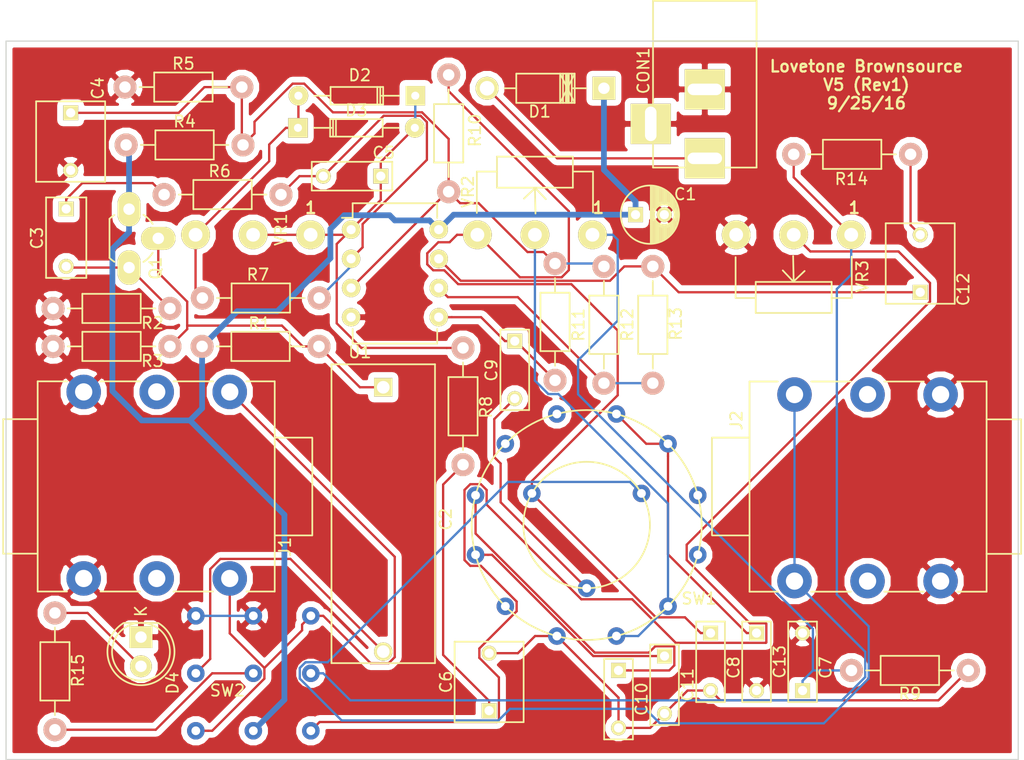
<source format=kicad_pcb>
(kicad_pcb (version 4) (host pcbnew 4.0.4-stable)

  (general
    (links 84)
    (no_connects 0)
    (area 43.449999 43.449999 131.550001 106.050001)
    (thickness 1.6)
    (drawings 8)
    (tracks 299)
    (zones 0)
    (modules 42)
    (nets 40)
  )

  (page A4)
  (title_block
    (title "Brownsource Clone")
    (date 20.03.2005)
    (rev V5)
    (company Lovetone)
  )

  (layers
    (0 F.Cu signal)
    (31 B.Cu signal)
    (34 B.Paste user)
    (35 F.Paste user)
    (36 B.SilkS user)
    (37 F.SilkS user)
    (38 B.Mask user)
    (39 F.Mask user)
    (44 Edge.Cuts user)
  )

  (setup
    (last_trace_width 0.2)
    (user_trace_width 0.24)
    (user_trace_width 0.254)
    (trace_clearance 0.1)
    (zone_clearance 0.508)
    (zone_45_only no)
    (trace_min 0.006)
    (segment_width 0.2)
    (edge_width 0.1)
    (via_size 0.2)
    (via_drill 0.1)
    (via_min_size 0.027)
    (via_min_drill 0.013)
    (uvia_size 0.03)
    (uvia_drill 0.02)
    (uvias_allowed no)
    (uvia_min_size 0)
    (uvia_min_drill 0)
    (pcb_text_width 0.3)
    (pcb_text_size 1.5 1.5)
    (mod_edge_width 0.15)
    (mod_text_size 1 1)
    (mod_text_width 0.15)
    (pad_size 1.3 1.3)
    (pad_drill 0.8)
    (pad_to_mask_clearance 0)
    (aux_axis_origin 0 0)
    (grid_origin 43.5 43.5)
    (visible_elements 7FFFFFFF)
    (pcbplotparams
      (layerselection 0x00030_80000001)
      (usegerberextensions false)
      (excludeedgelayer true)
      (linewidth 0.100000)
      (plotframeref false)
      (viasonmask false)
      (mode 1)
      (useauxorigin false)
      (hpglpennumber 1)
      (hpglpenspeed 20)
      (hpglpendiameter 15)
      (hpglpenoverlay 2)
      (psnegative false)
      (psa4output false)
      (plotreference true)
      (plotvalue true)
      (plotinvisibletext false)
      (padsonsilk false)
      (subtractmaskfromsilk false)
      (outputformat 1)
      (mirror false)
      (drillshape 1)
      (scaleselection 1)
      (outputdirectory ""))
  )

  (net 0 "")
  (net 1 VCC)
  (net 2 GND)
  (net 3 "Net-(C2-Pad1)")
  (net 4 "Net-(C2-Pad2)")
  (net 5 "Net-(C3-Pad1)")
  (net 6 "Net-(C3-Pad2)")
  (net 7 "Net-(C4-Pad1)")
  (net 8 "Net-(C5-Pad1)")
  (net 9 "Net-(C5-Pad2)")
  (net 10 "Net-(C6-Pad1)")
  (net 11 "Net-(C10-Pad2)")
  (net 12 "Net-(C7-Pad1)")
  (net 13 "Net-(C8-Pad1)")
  (net 14 "Net-(C9-Pad1)")
  (net 15 "Net-(C9-Pad2)")
  (net 16 "Net-(C10-Pad1)")
  (net 17 "Net-(C11-Pad1)")
  (net 18 "Net-(C12-Pad1)")
  (net 19 "Net-(C12-Pad2)")
  (net 20 "Net-(C13-Pad1)")
  (net 21 "Net-(CON1-Pad1)")
  (net 22 "Net-(D2-Pad2)")
  (net 23 "Net-(J1-Pad6)")
  (net 24 "Net-(J1-Pad2)")
  (net 25 "Net-(J1-Pad3)")
  (net 26 "Net-(J2-Pad6)")
  (net 27 "Net-(J2-Pad2)")
  (net 28 "Net-(J2-Pad3)")
  (net 29 "Net-(R12-Pad2)")
  (net 30 "Net-(R14-Pad1)")
  (net 31 "Net-(SW1-Pad8)")
  (net 32 "Net-(SW1-Pad10)")
  (net 33 "Net-(SW1-Pad12)")
  (net 34 "Net-(SW1-Pad15)")
  (net 35 "Net-(SW1-Pad2)")
  (net 36 "Net-(SW1-Pad5)")
  (net 37 "Net-(D4-Pad2)")
  (net 38 "Net-(R15-Pad2)")
  (net 39 "Net-(SW2-Pad7)")

  (net_class Default "This is the default net class."
    (clearance 0.1)
    (trace_width 0.2)
    (via_dia 0.2)
    (via_drill 0.1)
    (uvia_dia 0.03)
    (uvia_drill 0.02)
    (add_net GND)
    (add_net "Net-(C10-Pad1)")
    (add_net "Net-(C10-Pad2)")
    (add_net "Net-(C11-Pad1)")
    (add_net "Net-(C12-Pad1)")
    (add_net "Net-(C12-Pad2)")
    (add_net "Net-(C13-Pad1)")
    (add_net "Net-(C2-Pad1)")
    (add_net "Net-(C2-Pad2)")
    (add_net "Net-(C3-Pad1)")
    (add_net "Net-(C3-Pad2)")
    (add_net "Net-(C4-Pad1)")
    (add_net "Net-(C5-Pad1)")
    (add_net "Net-(C5-Pad2)")
    (add_net "Net-(C6-Pad1)")
    (add_net "Net-(C7-Pad1)")
    (add_net "Net-(C8-Pad1)")
    (add_net "Net-(C9-Pad1)")
    (add_net "Net-(C9-Pad2)")
    (add_net "Net-(CON1-Pad1)")
    (add_net "Net-(D2-Pad2)")
    (add_net "Net-(D4-Pad2)")
    (add_net "Net-(J1-Pad2)")
    (add_net "Net-(J1-Pad3)")
    (add_net "Net-(J1-Pad6)")
    (add_net "Net-(J2-Pad2)")
    (add_net "Net-(J2-Pad3)")
    (add_net "Net-(J2-Pad6)")
    (add_net "Net-(R12-Pad2)")
    (add_net "Net-(R14-Pad1)")
    (add_net "Net-(R15-Pad2)")
    (add_net "Net-(SW1-Pad10)")
    (add_net "Net-(SW1-Pad12)")
    (add_net "Net-(SW1-Pad15)")
    (add_net "Net-(SW1-Pad2)")
    (add_net "Net-(SW1-Pad5)")
    (add_net "Net-(SW1-Pad8)")
    (add_net "Net-(SW2-Pad7)")
  )

  (net_class Power ""
    (clearance 0.2)
    (trace_width 0.5)
    (via_dia 0.027)
    (via_drill 0.013)
    (uvia_dia 0.03)
    (uvia_drill 0.02)
    (add_net VCC)
  )

  (module Potentiometers:Potentiometer_WirePads (layer F.Cu) (tedit 57E8557E) (tstamp 57E77334)
    (at 69.98 60.35 270)
    (descr "Potentiometer, Wire Pads only, RevA, 30 July 2010,")
    (tags "Potentiometer, Wire Pads only, RevA, 30 July 2010,")
    (path /57E60891)
    (fp_text reference VR1 (at -0.45 2.576 270) (layer F.SilkS)
      (effects (font (size 1 1) (thickness 0.15)))
    )
    (fp_text value 25k (at -0.45 7.656 450) (layer F.Fab)
      (effects (font (size 1 1) (thickness 0.15)))
    )
    (pad 2 thru_hole circle (at 0 5.00126 270) (size 2.49936 2.49936) (drill 1.19888) (layers *.Cu *.Mask F.SilkS)
      (net 8 "Net-(C5-Pad1)"))
    (pad 3 thru_hole circle (at 0 10.00252 270) (size 2.49936 2.49936) (drill 1.19888) (layers *.Cu *.Mask F.SilkS)
      (net 22 "Net-(D2-Pad2)"))
    (pad 1 thru_hole circle (at 0 0 270) (size 2.49936 2.49936) (drill 1.19888) (layers *.Cu *.Mask F.SilkS)
      (net 8 "Net-(C5-Pad1)"))
  )

  (module Capacitors_ThroughHole:C_Radial_D5_L6_P2.5 (layer F.Cu) (tedit 57E864A1) (tstamp 57E7722E)
    (at 98.23 58.6)
    (descr "Radial Electrolytic Capacitor Diameter 5mm x Length 6mm, Pitch 2.5mm")
    (tags "Electrolytic Capacitor")
    (path /57E5D9A5)
    (fp_text reference C1 (at 4.318 -1.778) (layer F.SilkS)
      (effects (font (size 1 1) (thickness 0.15)))
    )
    (fp_text value 47uF (at 4.75 2.25) (layer F.Fab)
      (effects (font (size 1 1) (thickness 0.15)))
    )
    (fp_line (start 1.325 -2.499) (end 1.325 2.499) (layer F.SilkS) (width 0.15))
    (fp_line (start 1.465 -2.491) (end 1.465 2.491) (layer F.SilkS) (width 0.15))
    (fp_line (start 1.605 -2.475) (end 1.605 -0.095) (layer F.SilkS) (width 0.15))
    (fp_line (start 1.605 0.095) (end 1.605 2.475) (layer F.SilkS) (width 0.15))
    (fp_line (start 1.745 -2.451) (end 1.745 -0.49) (layer F.SilkS) (width 0.15))
    (fp_line (start 1.745 0.49) (end 1.745 2.451) (layer F.SilkS) (width 0.15))
    (fp_line (start 1.885 -2.418) (end 1.885 -0.657) (layer F.SilkS) (width 0.15))
    (fp_line (start 1.885 0.657) (end 1.885 2.418) (layer F.SilkS) (width 0.15))
    (fp_line (start 2.025 -2.377) (end 2.025 -0.764) (layer F.SilkS) (width 0.15))
    (fp_line (start 2.025 0.764) (end 2.025 2.377) (layer F.SilkS) (width 0.15))
    (fp_line (start 2.165 -2.327) (end 2.165 -0.835) (layer F.SilkS) (width 0.15))
    (fp_line (start 2.165 0.835) (end 2.165 2.327) (layer F.SilkS) (width 0.15))
    (fp_line (start 2.305 -2.266) (end 2.305 -0.879) (layer F.SilkS) (width 0.15))
    (fp_line (start 2.305 0.879) (end 2.305 2.266) (layer F.SilkS) (width 0.15))
    (fp_line (start 2.445 -2.196) (end 2.445 -0.898) (layer F.SilkS) (width 0.15))
    (fp_line (start 2.445 0.898) (end 2.445 2.196) (layer F.SilkS) (width 0.15))
    (fp_line (start 2.585 -2.114) (end 2.585 -0.896) (layer F.SilkS) (width 0.15))
    (fp_line (start 2.585 0.896) (end 2.585 2.114) (layer F.SilkS) (width 0.15))
    (fp_line (start 2.725 -2.019) (end 2.725 -0.871) (layer F.SilkS) (width 0.15))
    (fp_line (start 2.725 0.871) (end 2.725 2.019) (layer F.SilkS) (width 0.15))
    (fp_line (start 2.865 -1.908) (end 2.865 -0.823) (layer F.SilkS) (width 0.15))
    (fp_line (start 2.865 0.823) (end 2.865 1.908) (layer F.SilkS) (width 0.15))
    (fp_line (start 3.005 -1.78) (end 3.005 -0.745) (layer F.SilkS) (width 0.15))
    (fp_line (start 3.005 0.745) (end 3.005 1.78) (layer F.SilkS) (width 0.15))
    (fp_line (start 3.145 -1.631) (end 3.145 -0.628) (layer F.SilkS) (width 0.15))
    (fp_line (start 3.145 0.628) (end 3.145 1.631) (layer F.SilkS) (width 0.15))
    (fp_line (start 3.285 -1.452) (end 3.285 -0.44) (layer F.SilkS) (width 0.15))
    (fp_line (start 3.285 0.44) (end 3.285 1.452) (layer F.SilkS) (width 0.15))
    (fp_line (start 3.425 -1.233) (end 3.425 1.233) (layer F.SilkS) (width 0.15))
    (fp_line (start 3.565 -0.944) (end 3.565 0.944) (layer F.SilkS) (width 0.15))
    (fp_line (start 3.705 -0.472) (end 3.705 0.472) (layer F.SilkS) (width 0.15))
    (fp_circle (center 2.5 0) (end 2.5 -0.9) (layer F.SilkS) (width 0.15))
    (fp_circle (center 1.25 0) (end 1.25 -2.5375) (layer F.SilkS) (width 0.15))
    (fp_circle (center 1.25 0) (end 1.25 -2.8) (layer F.CrtYd) (width 0.05))
    (pad 1 thru_hole rect (at 0 0) (size 1.3 1.3) (drill 0.8) (layers *.Cu *.Mask F.SilkS)
      (net 1 VCC))
    (pad 2 thru_hole circle (at 2.5 0) (size 1.3 1.3) (drill 0.8) (layers *.Cu *.Mask F.SilkS)
      (net 2 GND))
    (model Capacitors_ThroughHole.3dshapes/C_Radial_D5_L6_P2.5.wrl
      (at (xyz 0.0492126 0 0))
      (scale (xyz 1 1 1))
      (rotate (xyz 0 0 90))
    )
  )

  (module Capacitors_ThroughHole:C_Rect_L27_W9_H17_P23 (layer F.Cu) (tedit 57E86421) (tstamp 57E77234)
    (at 76.294 73.616 270)
    (descr "Film Capacitor Length 27mm x Width 9mm x Heigth 17mm, Pitch 23mm")
    (tags "Kemet R.46 Capacitor")
    (path /57E5E065)
    (fp_text reference C2 (at 11.484 -5.436 270) (layer F.SilkS)
      (effects (font (size 1 1) (thickness 0.15)))
    )
    (fp_text value 10uF (at 11.484 0.064 270) (layer F.Fab)
      (effects (font (size 1 1) (thickness 0.15)))
    )
    (fp_line (start -2.25 -4.75) (end 24.25 -4.75) (layer F.CrtYd) (width 0.05))
    (fp_line (start 24.25 -4.75) (end 24.25 4.75) (layer F.CrtYd) (width 0.05))
    (fp_line (start 24.25 4.75) (end -2.25 4.75) (layer F.CrtYd) (width 0.05))
    (fp_line (start -2.25 4.75) (end -2.25 -4.75) (layer F.CrtYd) (width 0.05))
    (fp_line (start -2 -4.5) (end 24 -4.5) (layer F.SilkS) (width 0.15))
    (fp_line (start 24 -4.5) (end 24 4.5) (layer F.SilkS) (width 0.15))
    (fp_line (start 24 4.5) (end -2 4.5) (layer F.SilkS) (width 0.15))
    (fp_line (start -2 4.5) (end -2 -4.5) (layer F.SilkS) (width 0.15))
    (pad 1 thru_hole rect (at 0 0 270) (size 1.6 1.6) (drill 1.1) (layers *.Cu *.Mask F.SilkS)
      (net 3 "Net-(C2-Pad1)"))
    (pad 2 thru_hole circle (at 23 0 270) (size 1.6 1.6) (drill 1.1) (layers *.Cu *.Mask F.SilkS)
      (net 4 "Net-(C2-Pad2)"))
    (model Capacitors_ThroughHole.3dshapes/C_Rect_L27_W9_H17_P23.wrl
      (at (xyz 0.452756 0 0))
      (scale (xyz 4 4 4))
      (rotate (xyz 0 0 0))
    )
  )

  (module Capacitors_ThroughHole:C_Rect_L7_W3.5_P5 (layer F.Cu) (tedit 57E8590F) (tstamp 57E7723A)
    (at 48.73 58.1 270)
    (descr "Film Capacitor Length 7mm x Width 3.5mm, Pitch 5mm")
    (tags Capacitor)
    (path /57E5EF6F)
    (fp_text reference C3 (at 2.54 2.54 270) (layer F.SilkS)
      (effects (font (size 1 1) (thickness 0.15)))
    )
    (fp_text value 47nF (at 2.794 -1.016 270) (layer F.Fab)
      (effects (font (size 1 1) (thickness 0.15)))
    )
    (fp_line (start -1.25 -2) (end 6.25 -2) (layer F.CrtYd) (width 0.05))
    (fp_line (start 6.25 -2) (end 6.25 2) (layer F.CrtYd) (width 0.05))
    (fp_line (start 6.25 2) (end -1.25 2) (layer F.CrtYd) (width 0.05))
    (fp_line (start -1.25 2) (end -1.25 -2) (layer F.CrtYd) (width 0.05))
    (fp_line (start -1 -1.75) (end 6 -1.75) (layer F.SilkS) (width 0.15))
    (fp_line (start 6 -1.75) (end 6 1.75) (layer F.SilkS) (width 0.15))
    (fp_line (start 6 1.75) (end -1 1.75) (layer F.SilkS) (width 0.15))
    (fp_line (start -1 1.75) (end -1 -1.75) (layer F.SilkS) (width 0.15))
    (pad 1 thru_hole rect (at 0 0 270) (size 1.3 1.3) (drill 0.8) (layers *.Cu *.Mask F.SilkS)
      (net 5 "Net-(C3-Pad1)"))
    (pad 2 thru_hole circle (at 5 0 270) (size 1.3 1.3) (drill 0.8) (layers *.Cu *.Mask F.SilkS)
      (net 6 "Net-(C3-Pad2)"))
  )

  (module Capacitors_ThroughHole:C_Rect_L7_W6_P5 (layer F.Cu) (tedit 57E863D4) (tstamp 57E77240)
    (at 49.116 49.74 270)
    (descr "Film Capacitor Length 7mm x Width 6mm")
    (tags Capacitor)
    (path /57E6336B)
    (fp_text reference C4 (at -2.14 -2.364 270) (layer F.SilkS)
      (effects (font (size 1 1) (thickness 0.15)))
    )
    (fp_text value 4.7uF (at 2.36 -1.614 270) (layer F.Fab)
      (effects (font (size 1 1) (thickness 0.15)))
    )
    (fp_line (start -1.25 -3.25) (end 6.25 -3.25) (layer F.CrtYd) (width 0.05))
    (fp_line (start 6.25 -3.25) (end 6.25 3.25) (layer F.CrtYd) (width 0.05))
    (fp_line (start 6.25 3.25) (end -1.25 3.25) (layer F.CrtYd) (width 0.05))
    (fp_line (start -1.25 3.25) (end -1.25 -3.25) (layer F.CrtYd) (width 0.05))
    (fp_line (start -1 -3) (end 6 -3) (layer F.SilkS) (width 0.15))
    (fp_line (start 6 -3) (end 6 3) (layer F.SilkS) (width 0.15))
    (fp_line (start 6 3) (end -1 3) (layer F.SilkS) (width 0.15))
    (fp_line (start -1 3) (end -1 -3) (layer F.SilkS) (width 0.15))
    (pad 1 thru_hole rect (at 0 0 270) (size 1.3 1.3) (drill 0.8) (layers *.Cu *.Mask F.SilkS)
      (net 7 "Net-(C4-Pad1)"))
    (pad 2 thru_hole circle (at 5 0 270) (size 1.3 1.3) (drill 0.8) (layers *.Cu *.Mask F.SilkS)
      (net 2 GND))
    (model Capacitors_ThroughHole.3dshapes/C_Rect_L7_W6_P5.wrl
      (at (xyz 0.098425 0 0))
      (scale (xyz 1 1 1))
      (rotate (xyz 0 0 0))
    )
  )

  (module Capacitors_ThroughHole:C_Rect_L7_W2.5_P5 (layer F.Cu) (tedit 57E82B77) (tstamp 57E77246)
    (at 76.08 55.25 180)
    (descr "Film Capacitor Length 7mm x Width 2.5mm, Pitch 5mm")
    (tags Capacitor)
    (path /57E606CD)
    (fp_text reference C5 (at -0.254 2.032 180) (layer F.SilkS)
      (effects (font (size 1 1) (thickness 0.15)))
    )
    (fp_text value 33nF (at 2.54 1.778 180) (layer F.Fab)
      (effects (font (size 1 1) (thickness 0.15)))
    )
    (fp_line (start -1.25 -1.5) (end 6.25 -1.5) (layer F.CrtYd) (width 0.05))
    (fp_line (start 6.25 -1.5) (end 6.25 1.5) (layer F.CrtYd) (width 0.05))
    (fp_line (start 6.25 1.5) (end -1.25 1.5) (layer F.CrtYd) (width 0.05))
    (fp_line (start -1.25 1.5) (end -1.25 -1.5) (layer F.CrtYd) (width 0.05))
    (fp_line (start -1 -1.25) (end 6 -1.25) (layer F.SilkS) (width 0.15))
    (fp_line (start 6 -1.25) (end 6 1.25) (layer F.SilkS) (width 0.15))
    (fp_line (start 6 1.25) (end -1 1.25) (layer F.SilkS) (width 0.15))
    (fp_line (start -1 1.25) (end -1 -1.25) (layer F.SilkS) (width 0.15))
    (pad 1 thru_hole rect (at 0 0 180) (size 1.3 1.3) (drill 0.8) (layers *.Cu *.Mask F.SilkS)
      (net 8 "Net-(C5-Pad1)"))
    (pad 2 thru_hole circle (at 5 0 180) (size 1.3 1.3) (drill 0.8) (layers *.Cu *.Mask F.SilkS)
      (net 9 "Net-(C5-Pad2)"))
  )

  (module Capacitors_ThroughHole:C_Rect_L7_W6_P5 (layer F.Cu) (tedit 57E866BC) (tstamp 57E7724C)
    (at 85.5 101.75 90)
    (descr "Film Capacitor Length 7mm x Width 6mm")
    (tags Capacitor)
    (path /57E69548)
    (fp_text reference C6 (at 2.5 -3.75 90) (layer F.SilkS)
      (effects (font (size 1 1) (thickness 0.15)))
    )
    (fp_text value 4.7uF (at 2.794 1.524 90) (layer F.Fab)
      (effects (font (size 1 1) (thickness 0.15)))
    )
    (fp_line (start -1.25 -3.25) (end 6.25 -3.25) (layer F.CrtYd) (width 0.05))
    (fp_line (start 6.25 -3.25) (end 6.25 3.25) (layer F.CrtYd) (width 0.05))
    (fp_line (start 6.25 3.25) (end -1.25 3.25) (layer F.CrtYd) (width 0.05))
    (fp_line (start -1.25 3.25) (end -1.25 -3.25) (layer F.CrtYd) (width 0.05))
    (fp_line (start -1 -3) (end 6 -3) (layer F.SilkS) (width 0.15))
    (fp_line (start 6 -3) (end 6 3) (layer F.SilkS) (width 0.15))
    (fp_line (start 6 3) (end -1 3) (layer F.SilkS) (width 0.15))
    (fp_line (start -1 3) (end -1 -3) (layer F.SilkS) (width 0.15))
    (pad 1 thru_hole rect (at 0 0 90) (size 1.3 1.3) (drill 0.8) (layers *.Cu *.Mask F.SilkS)
      (net 10 "Net-(C6-Pad1)"))
    (pad 2 thru_hole circle (at 5 0 90) (size 1.3 1.3) (drill 0.8) (layers *.Cu *.Mask F.SilkS)
      (net 11 "Net-(C10-Pad2)"))
    (model Capacitors_ThroughHole.3dshapes/C_Rect_L7_W6_P5.wrl
      (at (xyz 0.098425 0 0))
      (scale (xyz 1 1 1))
      (rotate (xyz 0 0 0))
    )
  )

  (module Capacitors_ThroughHole:C_Rect_L7_W2.5_P5 (layer F.Cu) (tedit 57E866AF) (tstamp 57E77252)
    (at 112.75 100 90)
    (descr "Film Capacitor Length 7mm x Width 2.5mm, Pitch 5mm")
    (tags Capacitor)
    (path /57E6FF2C)
    (fp_text reference C7 (at 2 2 90) (layer F.SilkS)
      (effects (font (size 1 1) (thickness 0.15)))
    )
    (fp_text value 33nF (at 2.5 0 90) (layer F.Fab)
      (effects (font (size 1 1) (thickness 0.15)))
    )
    (fp_line (start -1.25 -1.5) (end 6.25 -1.5) (layer F.CrtYd) (width 0.05))
    (fp_line (start 6.25 -1.5) (end 6.25 1.5) (layer F.CrtYd) (width 0.05))
    (fp_line (start 6.25 1.5) (end -1.25 1.5) (layer F.CrtYd) (width 0.05))
    (fp_line (start -1.25 1.5) (end -1.25 -1.5) (layer F.CrtYd) (width 0.05))
    (fp_line (start -1 -1.25) (end 6 -1.25) (layer F.SilkS) (width 0.15))
    (fp_line (start 6 -1.25) (end 6 1.25) (layer F.SilkS) (width 0.15))
    (fp_line (start 6 1.25) (end -1 1.25) (layer F.SilkS) (width 0.15))
    (fp_line (start -1 1.25) (end -1 -1.25) (layer F.SilkS) (width 0.15))
    (pad 1 thru_hole rect (at 0 0 90) (size 1.3 1.3) (drill 0.8) (layers *.Cu *.Mask F.SilkS)
      (net 12 "Net-(C7-Pad1)"))
    (pad 2 thru_hole circle (at 5 0 90) (size 1.3 1.3) (drill 0.8) (layers *.Cu *.Mask F.SilkS)
      (net 2 GND))
  )

  (module Capacitors_ThroughHole:C_Rect_L7_W2.5_P5 (layer F.Cu) (tedit 57E8667A) (tstamp 57E77258)
    (at 104.75 95 270)
    (descr "Film Capacitor Length 7mm x Width 2.5mm, Pitch 5mm")
    (tags Capacitor)
    (path /57E695F7)
    (fp_text reference C8 (at 3 -2 270) (layer F.SilkS)
      (effects (font (size 1 1) (thickness 0.15)))
    )
    (fp_text value 33nF (at 2.5 0 270) (layer F.Fab)
      (effects (font (size 1 1) (thickness 0.15)))
    )
    (fp_line (start -1.25 -1.5) (end 6.25 -1.5) (layer F.CrtYd) (width 0.05))
    (fp_line (start 6.25 -1.5) (end 6.25 1.5) (layer F.CrtYd) (width 0.05))
    (fp_line (start 6.25 1.5) (end -1.25 1.5) (layer F.CrtYd) (width 0.05))
    (fp_line (start -1.25 1.5) (end -1.25 -1.5) (layer F.CrtYd) (width 0.05))
    (fp_line (start -1 -1.25) (end 6 -1.25) (layer F.SilkS) (width 0.15))
    (fp_line (start 6 -1.25) (end 6 1.25) (layer F.SilkS) (width 0.15))
    (fp_line (start 6 1.25) (end -1 1.25) (layer F.SilkS) (width 0.15))
    (fp_line (start -1 1.25) (end -1 -1.25) (layer F.SilkS) (width 0.15))
    (pad 1 thru_hole rect (at 0 0 270) (size 1.3 1.3) (drill 0.8) (layers *.Cu *.Mask F.SilkS)
      (net 13 "Net-(C8-Pad1)"))
    (pad 2 thru_hole circle (at 5 0 270) (size 1.3 1.3) (drill 0.8) (layers *.Cu *.Mask F.SilkS)
      (net 11 "Net-(C10-Pad2)"))
  )

  (module Capacitors_ThroughHole:C_Rect_L7_W2.5_P5 (layer F.Cu) (tedit 57E82CA4) (tstamp 57E7725E)
    (at 87.73 69.6 270)
    (descr "Film Capacitor Length 7mm x Width 2.5mm, Pitch 5mm")
    (tags Capacitor)
    (path /57E6C8EB)
    (fp_text reference C9 (at 2.54 2.032 270) (layer F.SilkS)
      (effects (font (size 1 1) (thickness 0.15)))
    )
    (fp_text value 22nF (at 2.54 -0.254 270) (layer F.Fab)
      (effects (font (size 1 1) (thickness 0.15)))
    )
    (fp_line (start -1.25 -1.5) (end 6.25 -1.5) (layer F.CrtYd) (width 0.05))
    (fp_line (start 6.25 -1.5) (end 6.25 1.5) (layer F.CrtYd) (width 0.05))
    (fp_line (start 6.25 1.5) (end -1.25 1.5) (layer F.CrtYd) (width 0.05))
    (fp_line (start -1.25 1.5) (end -1.25 -1.5) (layer F.CrtYd) (width 0.05))
    (fp_line (start -1 -1.25) (end 6 -1.25) (layer F.SilkS) (width 0.15))
    (fp_line (start 6 -1.25) (end 6 1.25) (layer F.SilkS) (width 0.15))
    (fp_line (start 6 1.25) (end -1 1.25) (layer F.SilkS) (width 0.15))
    (fp_line (start -1 1.25) (end -1 -1.25) (layer F.SilkS) (width 0.15))
    (pad 1 thru_hole rect (at 0 0 270) (size 1.3 1.3) (drill 0.8) (layers *.Cu *.Mask F.SilkS)
      (net 14 "Net-(C9-Pad1)"))
    (pad 2 thru_hole circle (at 5 0 270) (size 1.3 1.3) (drill 0.8) (layers *.Cu *.Mask F.SilkS)
      (net 15 "Net-(C9-Pad2)"))
  )

  (module Capacitors_ThroughHole:C_Rect_L7_W2.5_P5 (layer F.Cu) (tedit 57E8668C) (tstamp 57E77264)
    (at 96.75 98.25 270)
    (descr "Film Capacitor Length 7mm x Width 2.5mm, Pitch 5mm")
    (tags Capacitor)
    (path /57E696A1)
    (fp_text reference C10 (at 2.5 -2 270) (layer F.SilkS)
      (effects (font (size 1 1) (thickness 0.15)))
    )
    (fp_text value 33nF (at 2.54 0 270) (layer F.Fab)
      (effects (font (size 1 1) (thickness 0.15)))
    )
    (fp_line (start -1.25 -1.5) (end 6.25 -1.5) (layer F.CrtYd) (width 0.05))
    (fp_line (start 6.25 -1.5) (end 6.25 1.5) (layer F.CrtYd) (width 0.05))
    (fp_line (start 6.25 1.5) (end -1.25 1.5) (layer F.CrtYd) (width 0.05))
    (fp_line (start -1.25 1.5) (end -1.25 -1.5) (layer F.CrtYd) (width 0.05))
    (fp_line (start -1 -1.25) (end 6 -1.25) (layer F.SilkS) (width 0.15))
    (fp_line (start 6 -1.25) (end 6 1.25) (layer F.SilkS) (width 0.15))
    (fp_line (start 6 1.25) (end -1 1.25) (layer F.SilkS) (width 0.15))
    (fp_line (start -1 1.25) (end -1 -1.25) (layer F.SilkS) (width 0.15))
    (pad 1 thru_hole rect (at 0 0 270) (size 1.3 1.3) (drill 0.8) (layers *.Cu *.Mask F.SilkS)
      (net 16 "Net-(C10-Pad1)"))
    (pad 2 thru_hole circle (at 5 0 270) (size 1.3 1.3) (drill 0.8) (layers *.Cu *.Mask F.SilkS)
      (net 11 "Net-(C10-Pad2)"))
  )

  (module Capacitors_ThroughHole:C_Rect_L7_W2.5_P5 (layer F.Cu) (tedit 57E8667E) (tstamp 57E7726A)
    (at 100.75 97 270)
    (descr "Film Capacitor Length 7mm x Width 2.5mm, Pitch 5mm")
    (tags Capacitor)
    (path /57E69748)
    (fp_text reference C11 (at 2.5 -2 270) (layer F.SilkS)
      (effects (font (size 1 1) (thickness 0.15)))
    )
    (fp_text value 22nF (at 2.5 0 270) (layer F.Fab)
      (effects (font (size 1 1) (thickness 0.15)))
    )
    (fp_line (start -1.25 -1.5) (end 6.25 -1.5) (layer F.CrtYd) (width 0.05))
    (fp_line (start 6.25 -1.5) (end 6.25 1.5) (layer F.CrtYd) (width 0.05))
    (fp_line (start 6.25 1.5) (end -1.25 1.5) (layer F.CrtYd) (width 0.05))
    (fp_line (start -1.25 1.5) (end -1.25 -1.5) (layer F.CrtYd) (width 0.05))
    (fp_line (start -1 -1.25) (end 6 -1.25) (layer F.SilkS) (width 0.15))
    (fp_line (start 6 -1.25) (end 6 1.25) (layer F.SilkS) (width 0.15))
    (fp_line (start 6 1.25) (end -1 1.25) (layer F.SilkS) (width 0.15))
    (fp_line (start -1 1.25) (end -1 -1.25) (layer F.SilkS) (width 0.15))
    (pad 1 thru_hole rect (at 0 0 270) (size 1.3 1.3) (drill 0.8) (layers *.Cu *.Mask F.SilkS)
      (net 17 "Net-(C11-Pad1)"))
    (pad 2 thru_hole circle (at 5 0 270) (size 1.3 1.3) (drill 0.8) (layers *.Cu *.Mask F.SilkS)
      (net 11 "Net-(C10-Pad2)"))
  )

  (module Capacitors_ThroughHole:C_Rect_L7_W6_P5 (layer F.Cu) (tedit 57E86277) (tstamp 57E77270)
    (at 122.98 65.35 90)
    (descr "Film Capacitor Length 7mm x Width 6mm")
    (tags Capacitor)
    (path /57E7B001)
    (fp_text reference C12 (at 0.25 3.75 90) (layer F.SilkS)
      (effects (font (size 1 1) (thickness 0.15)))
    )
    (fp_text value 4.7uF (at 2.5 1.75 90) (layer F.Fab)
      (effects (font (size 1 1) (thickness 0.15)))
    )
    (fp_line (start -1.25 -3.25) (end 6.25 -3.25) (layer F.CrtYd) (width 0.05))
    (fp_line (start 6.25 -3.25) (end 6.25 3.25) (layer F.CrtYd) (width 0.05))
    (fp_line (start 6.25 3.25) (end -1.25 3.25) (layer F.CrtYd) (width 0.05))
    (fp_line (start -1.25 3.25) (end -1.25 -3.25) (layer F.CrtYd) (width 0.05))
    (fp_line (start -1 -3) (end 6 -3) (layer F.SilkS) (width 0.15))
    (fp_line (start 6 -3) (end 6 3) (layer F.SilkS) (width 0.15))
    (fp_line (start 6 3) (end -1 3) (layer F.SilkS) (width 0.15))
    (fp_line (start -1 3) (end -1 -3) (layer F.SilkS) (width 0.15))
    (pad 1 thru_hole rect (at 0 0 90) (size 1.3 1.3) (drill 0.8) (layers *.Cu *.Mask F.SilkS)
      (net 18 "Net-(C12-Pad1)"))
    (pad 2 thru_hole circle (at 5 0 90) (size 1.3 1.3) (drill 0.8) (layers *.Cu *.Mask F.SilkS)
      (net 19 "Net-(C12-Pad2)"))
    (model Capacitors_ThroughHole.3dshapes/C_Rect_L7_W6_P5.wrl
      (at (xyz 0.098425 0 0))
      (scale (xyz 1 1 1))
      (rotate (xyz 0 0 0))
    )
  )

  (module Capacitors_ThroughHole:C_Rect_L7_W2.5_P5 (layer F.Cu) (tedit 57E866AB) (tstamp 57E77276)
    (at 108.75 95 270)
    (descr "Film Capacitor Length 7mm x Width 2.5mm, Pitch 5mm")
    (tags Capacitor)
    (path /57E85522)
    (fp_text reference C13 (at 2.5 -2 270) (layer F.SilkS)
      (effects (font (size 1 1) (thickness 0.15)))
    )
    (fp_text value 33nF (at 2.5 0 270) (layer F.Fab)
      (effects (font (size 1 1) (thickness 0.15)))
    )
    (fp_line (start -1.25 -1.5) (end 6.25 -1.5) (layer F.CrtYd) (width 0.05))
    (fp_line (start 6.25 -1.5) (end 6.25 1.5) (layer F.CrtYd) (width 0.05))
    (fp_line (start 6.25 1.5) (end -1.25 1.5) (layer F.CrtYd) (width 0.05))
    (fp_line (start -1.25 1.5) (end -1.25 -1.5) (layer F.CrtYd) (width 0.05))
    (fp_line (start -1 -1.25) (end 6 -1.25) (layer F.SilkS) (width 0.15))
    (fp_line (start 6 -1.25) (end 6 1.25) (layer F.SilkS) (width 0.15))
    (fp_line (start 6 1.25) (end -1 1.25) (layer F.SilkS) (width 0.15))
    (fp_line (start -1 1.25) (end -1 -1.25) (layer F.SilkS) (width 0.15))
    (pad 1 thru_hole rect (at 0 0 270) (size 1.3 1.3) (drill 0.8) (layers *.Cu *.Mask F.SilkS)
      (net 20 "Net-(C13-Pad1)"))
    (pad 2 thru_hole circle (at 5 0 270) (size 1.3 1.3) (drill 0.8) (layers *.Cu *.Mask F.SilkS)
      (net 2 GND))
  )

  (module Connect:BARREL_JACK (layer F.Cu) (tedit 57E855AE) (tstamp 57E7727D)
    (at 104.25 47.5 270)
    (descr "DC Barrel Jack")
    (tags "Power Jack")
    (path /57E5D55E)
    (fp_text reference CON1 (at -1.412 5.33 450) (layer F.SilkS)
      (effects (font (size 1 1) (thickness 0.15)))
    )
    (fp_text value BARREL_JACK (at 1.37 -3.27 270) (layer F.Fab)
      (effects (font (size 1 1) (thickness 0.15)))
    )
    (fp_line (start -4.0005 -4.50088) (end -4.0005 4.50088) (layer F.SilkS) (width 0.15))
    (fp_line (start -7.50062 -4.50088) (end -7.50062 4.50088) (layer F.SilkS) (width 0.15))
    (fp_line (start -7.50062 4.50088) (end 7.00024 4.50088) (layer F.SilkS) (width 0.15))
    (fp_line (start 7.00024 4.50088) (end 7.00024 -4.50088) (layer F.SilkS) (width 0.15))
    (fp_line (start 7.00024 -4.50088) (end -7.50062 -4.50088) (layer F.SilkS) (width 0.15))
    (pad 1 thru_hole rect (at 6.20014 0 270) (size 3.50012 3.50012) (drill oval 1.00076 2.99974) (layers *.Cu *.Mask F.SilkS)
      (net 21 "Net-(CON1-Pad1)"))
    (pad 2 thru_hole rect (at 0.20066 0 270) (size 3.50012 3.50012) (drill oval 1.00076 2.99974) (layers *.Cu *.Mask F.SilkS)
      (net 2 GND))
    (pad 3 thru_hole rect (at 3.2004 4.699 270) (size 3.50012 3.50012) (drill oval 2.99974 1.00076) (layers *.Cu *.Mask F.SilkS)
      (net 2 GND))
  )

  (module Diodes_ThroughHole:Diode_DO-41_SOD81_Horizontal_RM10 (layer F.Cu) (tedit 57E8287B) (tstamp 57E77283)
    (at 95.48 47.6 180)
    (descr "Diode, DO-41, SOD81, Horizontal, RM 10mm,")
    (tags "Diode, DO-41, SOD81, Horizontal, RM 10mm, 1N4007, SB140,")
    (path /57E5D7DC)
    (fp_text reference D1 (at 5.588 -2.032 180) (layer F.SilkS)
      (effects (font (size 1 1) (thickness 0.15)))
    )
    (fp_text value 1N4001 (at 4.572 0 180) (layer F.Fab)
      (effects (font (size 1 1) (thickness 0.15)))
    )
    (fp_line (start 7.62 -0.00254) (end 8.636 -0.00254) (layer F.SilkS) (width 0.15))
    (fp_line (start 2.794 -0.00254) (end 1.524 -0.00254) (layer F.SilkS) (width 0.15))
    (fp_line (start 3.048 -1.27254) (end 3.048 1.26746) (layer F.SilkS) (width 0.15))
    (fp_line (start 3.302 -1.27254) (end 3.302 1.26746) (layer F.SilkS) (width 0.15))
    (fp_line (start 3.556 -1.27254) (end 3.556 1.26746) (layer F.SilkS) (width 0.15))
    (fp_line (start 2.794 -1.27254) (end 2.794 1.26746) (layer F.SilkS) (width 0.15))
    (fp_line (start 3.81 -1.27254) (end 2.54 1.26746) (layer F.SilkS) (width 0.15))
    (fp_line (start 2.54 -1.27254) (end 3.81 1.26746) (layer F.SilkS) (width 0.15))
    (fp_line (start 3.81 -1.27254) (end 3.81 1.26746) (layer F.SilkS) (width 0.15))
    (fp_line (start 3.175 -1.27254) (end 3.175 1.26746) (layer F.SilkS) (width 0.15))
    (fp_line (start 2.54 1.26746) (end 2.54 -1.27254) (layer F.SilkS) (width 0.15))
    (fp_line (start 2.54 -1.27254) (end 7.62 -1.27254) (layer F.SilkS) (width 0.15))
    (fp_line (start 7.62 -1.27254) (end 7.62 1.26746) (layer F.SilkS) (width 0.15))
    (fp_line (start 7.62 1.26746) (end 2.54 1.26746) (layer F.SilkS) (width 0.15))
    (pad 2 thru_hole circle (at 10.16 -0.00254) (size 1.99898 1.99898) (drill 1.27) (layers *.Cu *.Mask F.SilkS)
      (net 21 "Net-(CON1-Pad1)"))
    (pad 1 thru_hole rect (at 0 -0.00254) (size 1.99898 1.99898) (drill 1.00076) (layers *.Cu *.Mask F.SilkS)
      (net 1 VCC))
  )

  (module Diodes_ThroughHole:Diode_DO-35_SOD27_Horizontal_RM10 (layer F.Cu) (tedit 57E82B67) (tstamp 57E77289)
    (at 79.08 48.25 180)
    (descr "Diode, DO-35,  SOD27, Horizontal, RM 10mm")
    (tags "Diode, DO-35, SOD27, Horizontal, RM 10mm, 1N4148,")
    (path /57E6113A)
    (fp_text reference D2 (at 4.826 1.778 180) (layer F.SilkS)
      (effects (font (size 1 1) (thickness 0.15)))
    )
    (fp_text value 1N4148 (at 4.572 0 180) (layer F.Fab)
      (effects (font (size 1 1) (thickness 0.15)))
    )
    (fp_line (start 7.36652 -0.00254) (end 8.76352 -0.00254) (layer F.SilkS) (width 0.15))
    (fp_line (start 2.92152 -0.00254) (end 1.39752 -0.00254) (layer F.SilkS) (width 0.15))
    (fp_line (start 3.30252 -0.76454) (end 3.30252 0.75946) (layer F.SilkS) (width 0.15))
    (fp_line (start 3.04852 -0.76454) (end 3.04852 0.75946) (layer F.SilkS) (width 0.15))
    (fp_line (start 2.79452 -0.00254) (end 2.79452 0.75946) (layer F.SilkS) (width 0.15))
    (fp_line (start 2.79452 0.75946) (end 7.36652 0.75946) (layer F.SilkS) (width 0.15))
    (fp_line (start 7.36652 0.75946) (end 7.36652 -0.76454) (layer F.SilkS) (width 0.15))
    (fp_line (start 7.36652 -0.76454) (end 2.79452 -0.76454) (layer F.SilkS) (width 0.15))
    (fp_line (start 2.79452 -0.76454) (end 2.79452 -0.00254) (layer F.SilkS) (width 0.15))
    (pad 2 thru_hole circle (at 10.16052 -0.00254) (size 1.69926 1.69926) (drill 0.70104) (layers *.Cu *.Mask F.SilkS)
      (net 22 "Net-(D2-Pad2)"))
    (pad 1 thru_hole rect (at 0.00052 -0.00254) (size 1.69926 1.69926) (drill 0.70104) (layers *.Cu *.Mask F.SilkS)
      (net 8 "Net-(C5-Pad1)"))
    (model Diodes_ThroughHole.3dshapes/Diode_DO-35_SOD27_Horizontal_RM10.wrl
      (at (xyz 0.2 0 0))
      (scale (xyz 0.4 0.4 0.4))
      (rotate (xyz 0 0 180))
    )
  )

  (module Diodes_ThroughHole:Diode_DO-35_SOD27_Horizontal_RM10 (layer F.Cu) (tedit 57E82B9A) (tstamp 57E7728F)
    (at 68.88 51.05)
    (descr "Diode, DO-35,  SOD27, Horizontal, RM 10mm")
    (tags "Diode, DO-35, SOD27, Horizontal, RM 10mm, 1N4148,")
    (path /57E60F46)
    (fp_text reference D3 (at 5.08 -1.524) (layer F.SilkS)
      (effects (font (size 1 1) (thickness 0.15)))
    )
    (fp_text value 1N4148 (at 5.588 0) (layer F.Fab)
      (effects (font (size 1 1) (thickness 0.15)))
    )
    (fp_line (start 7.36652 -0.00254) (end 8.76352 -0.00254) (layer F.SilkS) (width 0.15))
    (fp_line (start 2.92152 -0.00254) (end 1.39752 -0.00254) (layer F.SilkS) (width 0.15))
    (fp_line (start 3.30252 -0.76454) (end 3.30252 0.75946) (layer F.SilkS) (width 0.15))
    (fp_line (start 3.04852 -0.76454) (end 3.04852 0.75946) (layer F.SilkS) (width 0.15))
    (fp_line (start 2.79452 -0.00254) (end 2.79452 0.75946) (layer F.SilkS) (width 0.15))
    (fp_line (start 2.79452 0.75946) (end 7.36652 0.75946) (layer F.SilkS) (width 0.15))
    (fp_line (start 7.36652 0.75946) (end 7.36652 -0.76454) (layer F.SilkS) (width 0.15))
    (fp_line (start 7.36652 -0.76454) (end 2.79452 -0.76454) (layer F.SilkS) (width 0.15))
    (fp_line (start 2.79452 -0.76454) (end 2.79452 -0.00254) (layer F.SilkS) (width 0.15))
    (pad 2 thru_hole circle (at 10.16052 -0.00254 180) (size 1.69926 1.69926) (drill 0.70104) (layers *.Cu *.Mask F.SilkS)
      (net 8 "Net-(C5-Pad1)"))
    (pad 1 thru_hole rect (at 0.00052 -0.00254 180) (size 1.69926 1.69926) (drill 0.70104) (layers *.Cu *.Mask F.SilkS)
      (net 22 "Net-(D2-Pad2)"))
    (model Diodes_ThroughHole.3dshapes/Diode_DO-35_SOD27_Horizontal_RM10.wrl
      (at (xyz 0.2 0 0))
      (scale (xyz 0.4 0.4 0.4))
      (rotate (xyz 0 0 180))
    )
  )

  (module Connect:NMJ6HCD2 (layer F.Cu) (tedit 57E8B01E) (tstamp 57E77299)
    (at 50.25 90.25 90)
    (descr "NMJ6HCD2, TRS 1/4\" jack connector, stereo, switched")
    (tags "NMJ6HCD2 TRS stereo jack connector")
    (path /57E5D1B9)
    (fp_text reference J1 (at 2.75 17.5 90) (layer F.SilkS)
      (effects (font (size 1 1) (thickness 0.15)))
    )
    (fp_text value JACK_TRS_6PINS (at 8 -3 90) (layer F.Fab)
      (effects (font (size 1 1) (thickness 0.15)))
    )
    (fp_line (start -1.75 -7.25) (end -1.75 20.15) (layer F.CrtYd) (width 0.05))
    (fp_line (start -1.75 20.15) (end 17.95 20.15) (layer F.CrtYd) (width 0.05))
    (fp_line (start 17.95 20.15) (end 17.95 -7.25) (layer F.CrtYd) (width 0.05))
    (fp_line (start -1.75 -7.25) (end 17.95 -7.25) (layer F.CrtYd) (width 0.05))
    (fp_line (start 12.2555 16.637) (end 12.2555 19.857) (layer F.SilkS) (width 0.15))
    (fp_line (start 3.7465 19.8755) (end 12.2325 19.8755) (layer F.SilkS) (width 0.15))
    (fp_line (start 3.7465 16.637) (end 3.7465 19.857) (layer F.SilkS) (width 0.15))
    (fp_line (start 2.159 -7) (end 2.159 -4) (layer F.SilkS) (width 0.15))
    (fp_line (start 2.159 -7) (end 13.859 -7) (layer F.SilkS) (width 0.15))
    (fp_line (start 13.859 -7) (end 13.859 -4) (layer F.SilkS) (width 0.15))
    (fp_line (start -1.135 16.6095) (end 17.15 16.6095) (layer F.SilkS) (width 0.15))
    (fp_line (start 17.15 16.6095) (end 17.15 14.1605) (layer F.SilkS) (width 0.15))
    (fp_line (start -1.135 16.6095) (end -1.135 14.1605) (layer F.SilkS) (width 0.15))
    (fp_line (start -1.135 -1.45) (end -1.135 -4) (layer F.SilkS) (width 0.15))
    (fp_line (start -1.135 4.8895) (end -1.135 1.4605) (layer F.SilkS) (width 0.15))
    (fp_line (start -1.135 11.2395) (end -1.135 7.8105) (layer F.SilkS) (width 0.15))
    (fp_line (start 17.15 7.8105) (end 17.15 11.2395) (layer F.SilkS) (width 0.15))
    (fp_line (start 17.15 1.4605) (end 17.15 4.8895) (layer F.SilkS) (width 0.15))
    (fp_line (start 17.15 -4) (end 17.15 -1.45) (layer F.SilkS) (width 0.15))
    (fp_line (start -1.135 -4) (end 17.15 -4) (layer F.SilkS) (width 0.15))
    (pad 6 thru_hole circle (at 16.23 6.35 90) (size 3 3) (drill 1.5) (layers *.Cu *.Mask)
      (net 23 "Net-(J1-Pad6)"))
    (pad 5 thru_hole circle (at 16.23 12.7 90) (size 3 3) (drill 1.5) (layers *.Cu *.Mask)
      (net 24 "Net-(J1-Pad2)"))
    (pad 4 thru_hole circle (at 16.23 0 90) (size 3 3) (drill 1.5) (layers *.Cu *.Mask)
      (net 2 GND))
    (pad 3 thru_hole circle (at 0 6.35 90) (size 3 3) (drill 1.5) (layers *.Cu *.Mask)
      (net 25 "Net-(J1-Pad3)"))
    (pad 2 thru_hole circle (at 0 12.7 90) (size 3 3) (drill 1.5) (layers *.Cu *.Mask)
      (net 24 "Net-(J1-Pad2)"))
    (pad 1 thru_hole circle (at 0 0 90) (size 3 3) (drill 1.5) (layers *.Cu *.Mask)
      (net 2 GND))
    (model Connect.3dshapes/NMJ6HCD2.wrl
      (at (xyz 0.32 0.165 0))
      (scale (xyz 0.39 0.39 0.39))
      (rotate (xyz -90 0 180))
    )
  )

  (module Connect:NMJ6HCD2 (layer F.Cu) (tedit 57E8B019) (tstamp 57E772A3)
    (at 124.75 74.25 270)
    (descr "NMJ6HCD2, TRS 1/4\" jack connector, stereo, switched")
    (tags "NMJ6HCD2 TRS stereo jack connector")
    (path /57E7EACE)
    (fp_text reference J2 (at 2.25 17.75 270) (layer F.SilkS)
      (effects (font (size 1 1) (thickness 0.15)))
    )
    (fp_text value JACK_TRS_6PINS (at 7.75 -3 270) (layer F.Fab)
      (effects (font (size 1 1) (thickness 0.15)))
    )
    (fp_line (start -1.75 -7.25) (end -1.75 20.15) (layer F.CrtYd) (width 0.05))
    (fp_line (start -1.75 20.15) (end 17.95 20.15) (layer F.CrtYd) (width 0.05))
    (fp_line (start 17.95 20.15) (end 17.95 -7.25) (layer F.CrtYd) (width 0.05))
    (fp_line (start -1.75 -7.25) (end 17.95 -7.25) (layer F.CrtYd) (width 0.05))
    (fp_line (start 12.2555 16.637) (end 12.2555 19.857) (layer F.SilkS) (width 0.15))
    (fp_line (start 3.7465 19.8755) (end 12.2325 19.8755) (layer F.SilkS) (width 0.15))
    (fp_line (start 3.7465 16.637) (end 3.7465 19.857) (layer F.SilkS) (width 0.15))
    (fp_line (start 2.159 -7) (end 2.159 -4) (layer F.SilkS) (width 0.15))
    (fp_line (start 2.159 -7) (end 13.859 -7) (layer F.SilkS) (width 0.15))
    (fp_line (start 13.859 -7) (end 13.859 -4) (layer F.SilkS) (width 0.15))
    (fp_line (start -1.135 16.6095) (end 17.15 16.6095) (layer F.SilkS) (width 0.15))
    (fp_line (start 17.15 16.6095) (end 17.15 14.1605) (layer F.SilkS) (width 0.15))
    (fp_line (start -1.135 16.6095) (end -1.135 14.1605) (layer F.SilkS) (width 0.15))
    (fp_line (start -1.135 -1.45) (end -1.135 -4) (layer F.SilkS) (width 0.15))
    (fp_line (start -1.135 4.8895) (end -1.135 1.4605) (layer F.SilkS) (width 0.15))
    (fp_line (start -1.135 11.2395) (end -1.135 7.8105) (layer F.SilkS) (width 0.15))
    (fp_line (start 17.15 7.8105) (end 17.15 11.2395) (layer F.SilkS) (width 0.15))
    (fp_line (start 17.15 1.4605) (end 17.15 4.8895) (layer F.SilkS) (width 0.15))
    (fp_line (start 17.15 -4) (end 17.15 -1.45) (layer F.SilkS) (width 0.15))
    (fp_line (start -1.135 -4) (end 17.15 -4) (layer F.SilkS) (width 0.15))
    (pad 6 thru_hole circle (at 16.23 6.35 270) (size 3 3) (drill 1.5) (layers *.Cu *.Mask)
      (net 26 "Net-(J2-Pad6)"))
    (pad 5 thru_hole circle (at 16.23 12.7 270) (size 3 3) (drill 1.5) (layers *.Cu *.Mask)
      (net 27 "Net-(J2-Pad2)"))
    (pad 4 thru_hole circle (at 16.23 0 270) (size 3 3) (drill 1.5) (layers *.Cu *.Mask)
      (net 2 GND))
    (pad 3 thru_hole circle (at 0 6.35 270) (size 3 3) (drill 1.5) (layers *.Cu *.Mask)
      (net 28 "Net-(J2-Pad3)"))
    (pad 2 thru_hole circle (at 0 12.7 270) (size 3 3) (drill 1.5) (layers *.Cu *.Mask)
      (net 27 "Net-(J2-Pad2)"))
    (pad 1 thru_hole circle (at 0 0 270) (size 3 3) (drill 1.5) (layers *.Cu *.Mask)
      (net 2 GND))
    (model Connect.3dshapes/NMJ6HCD2.wrl
      (at (xyz 0.32 0.165 0))
      (scale (xyz 0.39 0.39 0.39))
      (rotate (xyz -90 0 180))
    )
  )

  (module TO_SOT_Packages_THT:TO-92_Rugged (layer F.Cu) (tedit 57E8B761) (tstamp 57E772AA)
    (at 54.196 58.122 270)
    (descr "TO-92 rugged, leads molded, wide, drill 1mm (see NXP sot054_po.pdf)")
    (tags "to-92 sc-43 sc-43a sot54 PA33 transistor")
    (path /57E5E72F)
    (fp_text reference Q1 (at 5.128 -2.304 270) (layer F.SilkS)
      (effects (font (size 1 1) (thickness 0.15)))
    )
    (fp_text value BC549 (at 2.54 1.778 270) (layer F.Fab)
      (effects (font (size 1 1) (thickness 0.15)))
    )
    (fp_arc (start 2.54 0) (end 0.49 -1.25) (angle 27.25399767) (layer F.SilkS) (width 0.15))
    (fp_arc (start 2.54 0) (end 4.59 -1.25) (angle -27.25399767) (layer F.SilkS) (width 0.15))
    (fp_arc (start 2.54 0) (end 0.84 1.7) (angle 12.99463195) (layer F.SilkS) (width 0.15))
    (fp_arc (start 2.54 0) (end 4.24 1.7) (angle -12.99463195) (layer F.SilkS) (width 0.15))
    (fp_line (start -1.75 1.95) (end -1.75 -4.3) (layer F.CrtYd) (width 0.05))
    (fp_line (start -1.75 1.95) (end 6.85 1.95) (layer F.CrtYd) (width 0.05))
    (fp_line (start 0.84 1.7) (end 4.24 1.7) (layer F.SilkS) (width 0.15))
    (fp_line (start -1.75 -4.3) (end 6.85 -4.3) (layer F.CrtYd) (width 0.05))
    (fp_line (start 6.85 1.95) (end 6.85 -4.3) (layer F.CrtYd) (width 0.05))
    (pad 2 thru_hole oval (at 2.54 -2.54) (size 2.99974 1.99898) (drill 1) (layers *.Cu *.Mask F.SilkS)
      (net 3 "Net-(C2-Pad1)"))
    (pad 1 thru_hole oval (at 0 0) (size 1.99898 2.99974) (drill 1) (layers *.Cu *.Mask F.SilkS)
      (net 1 VCC))
    (pad 3 thru_hole oval (at 5.08 0) (size 1.99898 2.99974) (drill 1) (layers *.Cu *.Mask F.SilkS)
      (net 6 "Net-(C3-Pad2)"))
    (model TO_SOT_Packages_THT.3dshapes/TO-92_Rugged.wrl
      (at (xyz 0.1 0 0))
      (scale (xyz 1 1 1))
      (rotate (xyz 0 0 -90))
    )
  )

  (module Resistors_ThroughHole:Resistor_Horizontal_RM10mm (layer F.Cu) (tedit 57E827EB) (tstamp 57E772B0)
    (at 60.546 70.06)
    (descr "Resistor, Axial,  RM 10mm, 1/3W")
    (tags "Resistor Axial RM 10mm 1/3W")
    (path /57E5E5DF)
    (fp_text reference R1 (at 5 -2) (layer F.SilkS)
      (effects (font (size 1 1) (thickness 0.15)))
    )
    (fp_text value 1M2 (at 5 0) (layer F.Fab)
      (effects (font (size 1 1) (thickness 0.15)))
    )
    (fp_line (start -1.25 -1.5) (end 11.4 -1.5) (layer F.CrtYd) (width 0.05))
    (fp_line (start -1.25 1.5) (end -1.25 -1.5) (layer F.CrtYd) (width 0.05))
    (fp_line (start 11.4 -1.5) (end 11.4 1.5) (layer F.CrtYd) (width 0.05))
    (fp_line (start -1.25 1.5) (end 11.4 1.5) (layer F.CrtYd) (width 0.05))
    (fp_line (start 2.54 -1.27) (end 7.62 -1.27) (layer F.SilkS) (width 0.15))
    (fp_line (start 7.62 -1.27) (end 7.62 1.27) (layer F.SilkS) (width 0.15))
    (fp_line (start 7.62 1.27) (end 2.54 1.27) (layer F.SilkS) (width 0.15))
    (fp_line (start 2.54 1.27) (end 2.54 -1.27) (layer F.SilkS) (width 0.15))
    (fp_line (start 2.54 0) (end 1.27 0) (layer F.SilkS) (width 0.15))
    (fp_line (start 7.62 0) (end 8.89 0) (layer F.SilkS) (width 0.15))
    (pad 1 thru_hole circle (at 0 0) (size 1.99898 1.99898) (drill 1.00076) (layers *.Cu *.SilkS *.Mask)
      (net 1 VCC))
    (pad 2 thru_hole circle (at 10.16 0) (size 1.99898 1.99898) (drill 1.00076) (layers *.Cu *.SilkS *.Mask)
      (net 3 "Net-(C2-Pad1)"))
    (model Resistors_ThroughHole.3dshapes/Resistor_Horizontal_RM10mm.wrl
      (at (xyz 0.2 0 0))
      (scale (xyz 0.4 0.4 0.4))
      (rotate (xyz 0 0 0))
    )
  )

  (module Resistors_ThroughHole:Resistor_Horizontal_RM10mm (layer F.Cu) (tedit 57E858F0) (tstamp 57E772B6)
    (at 57.752 70.06 180)
    (descr "Resistor, Axial,  RM 10mm, 1/3W")
    (tags "Resistor Axial RM 10mm 1/3W")
    (path /57E5E676)
    (fp_text reference R2 (at 1.524 2.032 180) (layer F.SilkS)
      (effects (font (size 1 1) (thickness 0.15)))
    )
    (fp_text value 1M2 (at 5.25 0 180) (layer F.Fab)
      (effects (font (size 1 1) (thickness 0.15)))
    )
    (fp_line (start -1.25 -1.5) (end 11.4 -1.5) (layer F.CrtYd) (width 0.05))
    (fp_line (start -1.25 1.5) (end -1.25 -1.5) (layer F.CrtYd) (width 0.05))
    (fp_line (start 11.4 -1.5) (end 11.4 1.5) (layer F.CrtYd) (width 0.05))
    (fp_line (start -1.25 1.5) (end 11.4 1.5) (layer F.CrtYd) (width 0.05))
    (fp_line (start 2.54 -1.27) (end 7.62 -1.27) (layer F.SilkS) (width 0.15))
    (fp_line (start 7.62 -1.27) (end 7.62 1.27) (layer F.SilkS) (width 0.15))
    (fp_line (start 7.62 1.27) (end 2.54 1.27) (layer F.SilkS) (width 0.15))
    (fp_line (start 2.54 1.27) (end 2.54 -1.27) (layer F.SilkS) (width 0.15))
    (fp_line (start 2.54 0) (end 1.27 0) (layer F.SilkS) (width 0.15))
    (fp_line (start 7.62 0) (end 8.89 0) (layer F.SilkS) (width 0.15))
    (pad 1 thru_hole circle (at 0 0 180) (size 1.99898 1.99898) (drill 1.00076) (layers *.Cu *.SilkS *.Mask)
      (net 3 "Net-(C2-Pad1)"))
    (pad 2 thru_hole circle (at 10.16 0 180) (size 1.99898 1.99898) (drill 1.00076) (layers *.Cu *.SilkS *.Mask)
      (net 2 GND))
    (model Resistors_ThroughHole.3dshapes/Resistor_Horizontal_RM10mm.wrl
      (at (xyz 0.2 0 0))
      (scale (xyz 0.4 0.4 0.4))
      (rotate (xyz 0 0 0))
    )
  )

  (module Resistors_ThroughHole:Resistor_Horizontal_RM10mm (layer F.Cu) (tedit 57E858F3) (tstamp 57E772BC)
    (at 57.752 66.758 180)
    (descr "Resistor, Axial,  RM 10mm, 1/3W")
    (tags "Resistor Axial RM 10mm 1/3W")
    (path /57E5F027)
    (fp_text reference R3 (at 1.524 -4.572 180) (layer F.SilkS)
      (effects (font (size 1 1) (thickness 0.15)))
    )
    (fp_text value 3k9 (at 5 0 180) (layer F.Fab)
      (effects (font (size 1 1) (thickness 0.15)))
    )
    (fp_line (start -1.25 -1.5) (end 11.4 -1.5) (layer F.CrtYd) (width 0.05))
    (fp_line (start -1.25 1.5) (end -1.25 -1.5) (layer F.CrtYd) (width 0.05))
    (fp_line (start 11.4 -1.5) (end 11.4 1.5) (layer F.CrtYd) (width 0.05))
    (fp_line (start -1.25 1.5) (end 11.4 1.5) (layer F.CrtYd) (width 0.05))
    (fp_line (start 2.54 -1.27) (end 7.62 -1.27) (layer F.SilkS) (width 0.15))
    (fp_line (start 7.62 -1.27) (end 7.62 1.27) (layer F.SilkS) (width 0.15))
    (fp_line (start 7.62 1.27) (end 2.54 1.27) (layer F.SilkS) (width 0.15))
    (fp_line (start 2.54 1.27) (end 2.54 -1.27) (layer F.SilkS) (width 0.15))
    (fp_line (start 2.54 0) (end 1.27 0) (layer F.SilkS) (width 0.15))
    (fp_line (start 7.62 0) (end 8.89 0) (layer F.SilkS) (width 0.15))
    (pad 1 thru_hole circle (at 0 0 180) (size 1.99898 1.99898) (drill 1.00076) (layers *.Cu *.SilkS *.Mask)
      (net 6 "Net-(C3-Pad2)"))
    (pad 2 thru_hole circle (at 10.16 0 180) (size 1.99898 1.99898) (drill 1.00076) (layers *.Cu *.SilkS *.Mask)
      (net 2 GND))
    (model Resistors_ThroughHole.3dshapes/Resistor_Horizontal_RM10mm.wrl
      (at (xyz 0.2 0 0))
      (scale (xyz 0.4 0.4 0.4))
      (rotate (xyz 0 0 0))
    )
  )

  (module Resistors_ThroughHole:Resistor_Horizontal_RM10mm (layer F.Cu) (tedit 57E829CA) (tstamp 57E772C2)
    (at 53.942 52.534)
    (descr "Resistor, Axial,  RM 10mm, 1/3W")
    (tags "Resistor Axial RM 10mm 1/3W")
    (path /57E63279)
    (fp_text reference R4 (at 5.08 -2.032) (layer F.SilkS)
      (effects (font (size 1 1) (thickness 0.15)))
    )
    (fp_text value 22k (at 5.08 0) (layer F.Fab)
      (effects (font (size 1 1) (thickness 0.15)))
    )
    (fp_line (start -1.25 -1.5) (end 11.4 -1.5) (layer F.CrtYd) (width 0.05))
    (fp_line (start -1.25 1.5) (end -1.25 -1.5) (layer F.CrtYd) (width 0.05))
    (fp_line (start 11.4 -1.5) (end 11.4 1.5) (layer F.CrtYd) (width 0.05))
    (fp_line (start -1.25 1.5) (end 11.4 1.5) (layer F.CrtYd) (width 0.05))
    (fp_line (start 2.54 -1.27) (end 7.62 -1.27) (layer F.SilkS) (width 0.15))
    (fp_line (start 7.62 -1.27) (end 7.62 1.27) (layer F.SilkS) (width 0.15))
    (fp_line (start 7.62 1.27) (end 2.54 1.27) (layer F.SilkS) (width 0.15))
    (fp_line (start 2.54 1.27) (end 2.54 -1.27) (layer F.SilkS) (width 0.15))
    (fp_line (start 2.54 0) (end 1.27 0) (layer F.SilkS) (width 0.15))
    (fp_line (start 7.62 0) (end 8.89 0) (layer F.SilkS) (width 0.15))
    (pad 1 thru_hole circle (at 0 0) (size 1.99898 1.99898) (drill 1.00076) (layers *.Cu *.SilkS *.Mask)
      (net 1 VCC))
    (pad 2 thru_hole circle (at 10.16 0) (size 1.99898 1.99898) (drill 1.00076) (layers *.Cu *.SilkS *.Mask)
      (net 7 "Net-(C4-Pad1)"))
    (model Resistors_ThroughHole.3dshapes/Resistor_Horizontal_RM10mm.wrl
      (at (xyz 0.2 0 0))
      (scale (xyz 0.4 0.4 0.4))
      (rotate (xyz 0 0 0))
    )
  )

  (module Resistors_ThroughHole:Resistor_Horizontal_RM10mm (layer F.Cu) (tedit 57E829CD) (tstamp 57E772C8)
    (at 64 47.5 180)
    (descr "Resistor, Axial,  RM 10mm, 1/3W")
    (tags "Resistor Axial RM 10mm 1/3W")
    (path /57E632F2)
    (fp_text reference R5 (at 5.08 2.032 180) (layer F.SilkS)
      (effects (font (size 1 1) (thickness 0.15)))
    )
    (fp_text value 22k (at 5.08 0 180) (layer F.Fab)
      (effects (font (size 1 1) (thickness 0.15)))
    )
    (fp_line (start -1.25 -1.5) (end 11.4 -1.5) (layer F.CrtYd) (width 0.05))
    (fp_line (start -1.25 1.5) (end -1.25 -1.5) (layer F.CrtYd) (width 0.05))
    (fp_line (start 11.4 -1.5) (end 11.4 1.5) (layer F.CrtYd) (width 0.05))
    (fp_line (start -1.25 1.5) (end 11.4 1.5) (layer F.CrtYd) (width 0.05))
    (fp_line (start 2.54 -1.27) (end 7.62 -1.27) (layer F.SilkS) (width 0.15))
    (fp_line (start 7.62 -1.27) (end 7.62 1.27) (layer F.SilkS) (width 0.15))
    (fp_line (start 7.62 1.27) (end 2.54 1.27) (layer F.SilkS) (width 0.15))
    (fp_line (start 2.54 1.27) (end 2.54 -1.27) (layer F.SilkS) (width 0.15))
    (fp_line (start 2.54 0) (end 1.27 0) (layer F.SilkS) (width 0.15))
    (fp_line (start 7.62 0) (end 8.89 0) (layer F.SilkS) (width 0.15))
    (pad 1 thru_hole circle (at 0 0 180) (size 1.99898 1.99898) (drill 1.00076) (layers *.Cu *.SilkS *.Mask)
      (net 7 "Net-(C4-Pad1)"))
    (pad 2 thru_hole circle (at 10.16 0 180) (size 1.99898 1.99898) (drill 1.00076) (layers *.Cu *.SilkS *.Mask)
      (net 2 GND))
    (model Resistors_ThroughHole.3dshapes/Resistor_Horizontal_RM10mm.wrl
      (at (xyz 0.2 0 0))
      (scale (xyz 0.4 0.4 0.4))
      (rotate (xyz 0 0 0))
    )
  )

  (module Resistors_ThroughHole:Resistor_Horizontal_RM10mm (layer F.Cu) (tedit 57E82A35) (tstamp 57E772CE)
    (at 67.404 56.852 180)
    (descr "Resistor, Axial,  RM 10mm, 1/3W")
    (tags "Resistor Axial RM 10mm 1/3W")
    (path /57E62EF3)
    (fp_text reference R6 (at 5.334 2.032 180) (layer F.SilkS)
      (effects (font (size 1 1) (thickness 0.15)))
    )
    (fp_text value 220E (at 5.08 0 180) (layer F.Fab)
      (effects (font (size 1 1) (thickness 0.15)))
    )
    (fp_line (start -1.25 -1.5) (end 11.4 -1.5) (layer F.CrtYd) (width 0.05))
    (fp_line (start -1.25 1.5) (end -1.25 -1.5) (layer F.CrtYd) (width 0.05))
    (fp_line (start 11.4 -1.5) (end 11.4 1.5) (layer F.CrtYd) (width 0.05))
    (fp_line (start -1.25 1.5) (end 11.4 1.5) (layer F.CrtYd) (width 0.05))
    (fp_line (start 2.54 -1.27) (end 7.62 -1.27) (layer F.SilkS) (width 0.15))
    (fp_line (start 7.62 -1.27) (end 7.62 1.27) (layer F.SilkS) (width 0.15))
    (fp_line (start 7.62 1.27) (end 2.54 1.27) (layer F.SilkS) (width 0.15))
    (fp_line (start 2.54 1.27) (end 2.54 -1.27) (layer F.SilkS) (width 0.15))
    (fp_line (start 2.54 0) (end 1.27 0) (layer F.SilkS) (width 0.15))
    (fp_line (start 7.62 0) (end 8.89 0) (layer F.SilkS) (width 0.15))
    (pad 1 thru_hole circle (at 0 0 180) (size 1.99898 1.99898) (drill 1.00076) (layers *.Cu *.SilkS *.Mask)
      (net 9 "Net-(C5-Pad2)"))
    (pad 2 thru_hole circle (at 10.16 0 180) (size 1.99898 1.99898) (drill 1.00076) (layers *.Cu *.SilkS *.Mask)
      (net 5 "Net-(C3-Pad1)"))
    (model Resistors_ThroughHole.3dshapes/Resistor_Horizontal_RM10mm.wrl
      (at (xyz 0.2 0 0))
      (scale (xyz 0.4 0.4 0.4))
      (rotate (xyz 0 0 0))
    )
  )

  (module Resistors_ThroughHole:Resistor_Horizontal_RM10mm (layer F.Cu) (tedit 57E85742) (tstamp 57E772D4)
    (at 70.73 65.85 180)
    (descr "Resistor, Axial,  RM 10mm, 1/3W")
    (tags "Resistor Axial RM 10mm 1/3W")
    (path /57E60809)
    (fp_text reference R7 (at 5.334 2.032 180) (layer F.SilkS)
      (effects (font (size 1 1) (thickness 0.15)))
    )
    (fp_text value 1k (at 5.08 0 180) (layer F.Fab)
      (effects (font (size 1 1) (thickness 0.15)))
    )
    (fp_line (start -1.25 -1.5) (end 11.4 -1.5) (layer F.CrtYd) (width 0.05))
    (fp_line (start -1.25 1.5) (end -1.25 -1.5) (layer F.CrtYd) (width 0.05))
    (fp_line (start 11.4 -1.5) (end 11.4 1.5) (layer F.CrtYd) (width 0.05))
    (fp_line (start -1.25 1.5) (end 11.4 1.5) (layer F.CrtYd) (width 0.05))
    (fp_line (start 2.54 -1.27) (end 7.62 -1.27) (layer F.SilkS) (width 0.15))
    (fp_line (start 7.62 -1.27) (end 7.62 1.27) (layer F.SilkS) (width 0.15))
    (fp_line (start 7.62 1.27) (end 2.54 1.27) (layer F.SilkS) (width 0.15))
    (fp_line (start 2.54 1.27) (end 2.54 -1.27) (layer F.SilkS) (width 0.15))
    (fp_line (start 2.54 0) (end 1.27 0) (layer F.SilkS) (width 0.15))
    (fp_line (start 7.62 0) (end 8.89 0) (layer F.SilkS) (width 0.15))
    (pad 1 thru_hole circle (at 0 0 180) (size 1.99898 1.99898) (drill 1.00076) (layers *.Cu *.SilkS *.Mask)
      (net 9 "Net-(C5-Pad2)"))
    (pad 2 thru_hole circle (at 10.16 0 180) (size 1.99898 1.99898) (drill 1.00076) (layers *.Cu *.SilkS *.Mask)
      (net 22 "Net-(D2-Pad2)"))
    (model Resistors_ThroughHole.3dshapes/Resistor_Horizontal_RM10mm.wrl
      (at (xyz 0.2 0 0))
      (scale (xyz 0.4 0.4 0.4))
      (rotate (xyz 0 0 0))
    )
  )

  (module Resistors_ThroughHole:Resistor_Horizontal_RM10mm (layer F.Cu) (tedit 57E861E9) (tstamp 57E772DA)
    (at 83.23 80.35 90)
    (descr "Resistor, Axial,  RM 10mm, 1/3W")
    (tags "Resistor Axial RM 10mm 1/3W")
    (path /57E694AF)
    (fp_text reference R8 (at 5 2 90) (layer F.SilkS)
      (effects (font (size 1 1) (thickness 0.15)))
    )
    (fp_text value 1k (at 5.08 0 90) (layer F.Fab)
      (effects (font (size 1 1) (thickness 0.15)))
    )
    (fp_line (start -1.25 -1.5) (end 11.4 -1.5) (layer F.CrtYd) (width 0.05))
    (fp_line (start -1.25 1.5) (end -1.25 -1.5) (layer F.CrtYd) (width 0.05))
    (fp_line (start 11.4 -1.5) (end 11.4 1.5) (layer F.CrtYd) (width 0.05))
    (fp_line (start -1.25 1.5) (end 11.4 1.5) (layer F.CrtYd) (width 0.05))
    (fp_line (start 2.54 -1.27) (end 7.62 -1.27) (layer F.SilkS) (width 0.15))
    (fp_line (start 7.62 -1.27) (end 7.62 1.27) (layer F.SilkS) (width 0.15))
    (fp_line (start 7.62 1.27) (end 2.54 1.27) (layer F.SilkS) (width 0.15))
    (fp_line (start 2.54 1.27) (end 2.54 -1.27) (layer F.SilkS) (width 0.15))
    (fp_line (start 2.54 0) (end 1.27 0) (layer F.SilkS) (width 0.15))
    (fp_line (start 7.62 0) (end 8.89 0) (layer F.SilkS) (width 0.15))
    (pad 1 thru_hole circle (at 0 0 90) (size 1.99898 1.99898) (drill 1.00076) (layers *.Cu *.SilkS *.Mask)
      (net 10 "Net-(C6-Pad1)"))
    (pad 2 thru_hole circle (at 10.16 0 90) (size 1.99898 1.99898) (drill 1.00076) (layers *.Cu *.SilkS *.Mask)
      (net 8 "Net-(C5-Pad1)"))
    (model Resistors_ThroughHole.3dshapes/Resistor_Horizontal_RM10mm.wrl
      (at (xyz 0.2 0 0))
      (scale (xyz 0.4 0.4 0.4))
      (rotate (xyz 0 0 0))
    )
  )

  (module Resistors_ThroughHole:Resistor_Horizontal_RM10mm (layer F.Cu) (tedit 57E85762) (tstamp 57E772E0)
    (at 117 98.25)
    (descr "Resistor, Axial,  RM 10mm, 1/3W")
    (tags "Resistor Axial RM 10mm 1/3W")
    (path /57E69834)
    (fp_text reference R9 (at 5.08 2.032) (layer F.SilkS)
      (effects (font (size 1 1) (thickness 0.15)))
    )
    (fp_text value 3k9 (at 5.08 0) (layer F.Fab)
      (effects (font (size 1 1) (thickness 0.15)))
    )
    (fp_line (start -1.25 -1.5) (end 11.4 -1.5) (layer F.CrtYd) (width 0.05))
    (fp_line (start -1.25 1.5) (end -1.25 -1.5) (layer F.CrtYd) (width 0.05))
    (fp_line (start 11.4 -1.5) (end 11.4 1.5) (layer F.CrtYd) (width 0.05))
    (fp_line (start -1.25 1.5) (end 11.4 1.5) (layer F.CrtYd) (width 0.05))
    (fp_line (start 2.54 -1.27) (end 7.62 -1.27) (layer F.SilkS) (width 0.15))
    (fp_line (start 7.62 -1.27) (end 7.62 1.27) (layer F.SilkS) (width 0.15))
    (fp_line (start 7.62 1.27) (end 2.54 1.27) (layer F.SilkS) (width 0.15))
    (fp_line (start 2.54 1.27) (end 2.54 -1.27) (layer F.SilkS) (width 0.15))
    (fp_line (start 2.54 0) (end 1.27 0) (layer F.SilkS) (width 0.15))
    (fp_line (start 7.62 0) (end 8.89 0) (layer F.SilkS) (width 0.15))
    (pad 1 thru_hole circle (at 0 0) (size 1.99898 1.99898) (drill 1.00076) (layers *.Cu *.SilkS *.Mask)
      (net 12 "Net-(C7-Pad1)"))
    (pad 2 thru_hole circle (at 10.16 0) (size 1.99898 1.99898) (drill 1.00076) (layers *.Cu *.SilkS *.Mask)
      (net 11 "Net-(C10-Pad2)"))
    (model Resistors_ThroughHole.3dshapes/Resistor_Horizontal_RM10mm.wrl
      (at (xyz 0.2 0 0))
      (scale (xyz 0.4 0.4 0.4))
      (rotate (xyz 0 0 0))
    )
  )

  (module Resistors_ThroughHole:Resistor_Horizontal_RM10mm (layer F.Cu) (tedit 57E85769) (tstamp 57E772E6)
    (at 81.98 56.6 90)
    (descr "Resistor, Axial,  RM 10mm, 1/3W")
    (tags "Resistor Axial RM 10mm 1/3W")
    (path /57E78A39)
    (fp_text reference R10 (at 5.334 2.286 90) (layer F.SilkS)
      (effects (font (size 1 1) (thickness 0.15)))
    )
    (fp_text value 3k9 (at 5.08 0 90) (layer F.Fab)
      (effects (font (size 1 1) (thickness 0.15)))
    )
    (fp_line (start -1.25 -1.5) (end 11.4 -1.5) (layer F.CrtYd) (width 0.05))
    (fp_line (start -1.25 1.5) (end -1.25 -1.5) (layer F.CrtYd) (width 0.05))
    (fp_line (start 11.4 -1.5) (end 11.4 1.5) (layer F.CrtYd) (width 0.05))
    (fp_line (start -1.25 1.5) (end 11.4 1.5) (layer F.CrtYd) (width 0.05))
    (fp_line (start 2.54 -1.27) (end 7.62 -1.27) (layer F.SilkS) (width 0.15))
    (fp_line (start 7.62 -1.27) (end 7.62 1.27) (layer F.SilkS) (width 0.15))
    (fp_line (start 7.62 1.27) (end 2.54 1.27) (layer F.SilkS) (width 0.15))
    (fp_line (start 2.54 1.27) (end 2.54 -1.27) (layer F.SilkS) (width 0.15))
    (fp_line (start 2.54 0) (end 1.27 0) (layer F.SilkS) (width 0.15))
    (fp_line (start 7.62 0) (end 8.89 0) (layer F.SilkS) (width 0.15))
    (pad 1 thru_hole circle (at 0 0 90) (size 1.99898 1.99898) (drill 1.00076) (layers *.Cu *.SilkS *.Mask)
      (net 7 "Net-(C4-Pad1)"))
    (pad 2 thru_hole circle (at 10.16 0 90) (size 1.99898 1.99898) (drill 1.00076) (layers *.Cu *.SilkS *.Mask)
      (net 13 "Net-(C8-Pad1)"))
    (model Resistors_ThroughHole.3dshapes/Resistor_Horizontal_RM10mm.wrl
      (at (xyz 0.2 0 0))
      (scale (xyz 0.4 0.4 0.4))
      (rotate (xyz 0 0 0))
    )
  )

  (module Resistors_ThroughHole:Resistor_Horizontal_RM10mm (layer F.Cu) (tedit 57E82D00) (tstamp 57E772EC)
    (at 91.23 62.85 270)
    (descr "Resistor, Axial,  RM 10mm, 1/3W")
    (tags "Resistor Axial RM 10mm 1/3W")
    (path /57E75673)
    (fp_text reference R11 (at 5.334 -2.032 270) (layer F.SilkS)
      (effects (font (size 1 1) (thickness 0.15)))
    )
    (fp_text value 330k (at 5.08 0 270) (layer F.Fab)
      (effects (font (size 1 1) (thickness 0.15)))
    )
    (fp_line (start -1.25 -1.5) (end 11.4 -1.5) (layer F.CrtYd) (width 0.05))
    (fp_line (start -1.25 1.5) (end -1.25 -1.5) (layer F.CrtYd) (width 0.05))
    (fp_line (start 11.4 -1.5) (end 11.4 1.5) (layer F.CrtYd) (width 0.05))
    (fp_line (start -1.25 1.5) (end 11.4 1.5) (layer F.CrtYd) (width 0.05))
    (fp_line (start 2.54 -1.27) (end 7.62 -1.27) (layer F.SilkS) (width 0.15))
    (fp_line (start 7.62 -1.27) (end 7.62 1.27) (layer F.SilkS) (width 0.15))
    (fp_line (start 7.62 1.27) (end 2.54 1.27) (layer F.SilkS) (width 0.15))
    (fp_line (start 2.54 1.27) (end 2.54 -1.27) (layer F.SilkS) (width 0.15))
    (fp_line (start 2.54 0) (end 1.27 0) (layer F.SilkS) (width 0.15))
    (fp_line (start 7.62 0) (end 8.89 0) (layer F.SilkS) (width 0.15))
    (pad 1 thru_hole circle (at 0 0 270) (size 1.99898 1.99898) (drill 1.00076) (layers *.Cu *.SilkS *.Mask)
      (net 7 "Net-(C4-Pad1)"))
    (pad 2 thru_hole circle (at 10.16 0 270) (size 1.99898 1.99898) (drill 1.00076) (layers *.Cu *.SilkS *.Mask)
      (net 14 "Net-(C9-Pad1)"))
    (model Resistors_ThroughHole.3dshapes/Resistor_Horizontal_RM10mm.wrl
      (at (xyz 0.2 0 0))
      (scale (xyz 0.4 0.4 0.4))
      (rotate (xyz 0 0 0))
    )
  )

  (module Resistors_ThroughHole:Resistor_Horizontal_RM10mm (layer F.Cu) (tedit 57E82D40) (tstamp 57E772F2)
    (at 95.48 63.1 270)
    (descr "Resistor, Axial,  RM 10mm, 1/3W")
    (tags "Resistor Axial RM 10mm 1/3W")
    (path /57E767DD)
    (fp_text reference R12 (at 5.08 -2.032 270) (layer F.SilkS)
      (effects (font (size 1 1) (thickness 0.15)))
    )
    (fp_text value 3k9 (at 5.08 0 270) (layer F.Fab)
      (effects (font (size 1 1) (thickness 0.15)))
    )
    (fp_line (start -1.25 -1.5) (end 11.4 -1.5) (layer F.CrtYd) (width 0.05))
    (fp_line (start -1.25 1.5) (end -1.25 -1.5) (layer F.CrtYd) (width 0.05))
    (fp_line (start 11.4 -1.5) (end 11.4 1.5) (layer F.CrtYd) (width 0.05))
    (fp_line (start -1.25 1.5) (end 11.4 1.5) (layer F.CrtYd) (width 0.05))
    (fp_line (start 2.54 -1.27) (end 7.62 -1.27) (layer F.SilkS) (width 0.15))
    (fp_line (start 7.62 -1.27) (end 7.62 1.27) (layer F.SilkS) (width 0.15))
    (fp_line (start 7.62 1.27) (end 2.54 1.27) (layer F.SilkS) (width 0.15))
    (fp_line (start 2.54 1.27) (end 2.54 -1.27) (layer F.SilkS) (width 0.15))
    (fp_line (start 2.54 0) (end 1.27 0) (layer F.SilkS) (width 0.15))
    (fp_line (start 7.62 0) (end 8.89 0) (layer F.SilkS) (width 0.15))
    (pad 1 thru_hole circle (at 0 0 270) (size 1.99898 1.99898) (drill 1.00076) (layers *.Cu *.SilkS *.Mask)
      (net 7 "Net-(C4-Pad1)"))
    (pad 2 thru_hole circle (at 10.16 0 270) (size 1.99898 1.99898) (drill 1.00076) (layers *.Cu *.SilkS *.Mask)
      (net 29 "Net-(R12-Pad2)"))
    (model Resistors_ThroughHole.3dshapes/Resistor_Horizontal_RM10mm.wrl
      (at (xyz 0.2 0 0))
      (scale (xyz 0.4 0.4 0.4))
      (rotate (xyz 0 0 0))
    )
  )

  (module Resistors_ThroughHole:Resistor_Horizontal_RM10mm (layer F.Cu) (tedit 57E86249) (tstamp 57E772F8)
    (at 99.73 63.1 270)
    (descr "Resistor, Axial,  RM 10mm, 1/3W")
    (tags "Resistor Axial RM 10mm 1/3W")
    (path /57E70A1D)
    (fp_text reference R13 (at 5 -2 270) (layer F.SilkS)
      (effects (font (size 1 1) (thickness 0.15)))
    )
    (fp_text value 22k (at 5.08 0 270) (layer F.Fab)
      (effects (font (size 1 1) (thickness 0.15)))
    )
    (fp_line (start -1.25 -1.5) (end 11.4 -1.5) (layer F.CrtYd) (width 0.05))
    (fp_line (start -1.25 1.5) (end -1.25 -1.5) (layer F.CrtYd) (width 0.05))
    (fp_line (start 11.4 -1.5) (end 11.4 1.5) (layer F.CrtYd) (width 0.05))
    (fp_line (start -1.25 1.5) (end 11.4 1.5) (layer F.CrtYd) (width 0.05))
    (fp_line (start 2.54 -1.27) (end 7.62 -1.27) (layer F.SilkS) (width 0.15))
    (fp_line (start 7.62 -1.27) (end 7.62 1.27) (layer F.SilkS) (width 0.15))
    (fp_line (start 7.62 1.27) (end 2.54 1.27) (layer F.SilkS) (width 0.15))
    (fp_line (start 2.54 1.27) (end 2.54 -1.27) (layer F.SilkS) (width 0.15))
    (fp_line (start 2.54 0) (end 1.27 0) (layer F.SilkS) (width 0.15))
    (fp_line (start 7.62 0) (end 8.89 0) (layer F.SilkS) (width 0.15))
    (pad 1 thru_hole circle (at 0 0 270) (size 1.99898 1.99898) (drill 1.00076) (layers *.Cu *.SilkS *.Mask)
      (net 18 "Net-(C12-Pad1)"))
    (pad 2 thru_hole circle (at 10.16 0 270) (size 1.99898 1.99898) (drill 1.00076) (layers *.Cu *.SilkS *.Mask)
      (net 29 "Net-(R12-Pad2)"))
    (model Resistors_ThroughHole.3dshapes/Resistor_Horizontal_RM10mm.wrl
      (at (xyz 0.2 0 0))
      (scale (xyz 0.4 0.4 0.4))
      (rotate (xyz 0 0 0))
    )
  )

  (module Resistors_ThroughHole:Resistor_Horizontal_RM10mm (layer F.Cu) (tedit 57E8B757) (tstamp 57E772FE)
    (at 111.98 53.35)
    (descr "Resistor, Axial,  RM 10mm, 1/3W")
    (tags "Resistor Axial RM 10mm 1/3W")
    (path /57E7B090)
    (fp_text reference R14 (at 5.02 2.15) (layer F.SilkS)
      (effects (font (size 1 1) (thickness 0.15)))
    )
    (fp_text value 220E (at 5.334 -2.032) (layer F.Fab)
      (effects (font (size 1 1) (thickness 0.15)))
    )
    (fp_line (start -1.25 -1.5) (end 11.4 -1.5) (layer F.CrtYd) (width 0.05))
    (fp_line (start -1.25 1.5) (end -1.25 -1.5) (layer F.CrtYd) (width 0.05))
    (fp_line (start 11.4 -1.5) (end 11.4 1.5) (layer F.CrtYd) (width 0.05))
    (fp_line (start -1.25 1.5) (end 11.4 1.5) (layer F.CrtYd) (width 0.05))
    (fp_line (start 2.54 -1.27) (end 7.62 -1.27) (layer F.SilkS) (width 0.15))
    (fp_line (start 7.62 -1.27) (end 7.62 1.27) (layer F.SilkS) (width 0.15))
    (fp_line (start 7.62 1.27) (end 2.54 1.27) (layer F.SilkS) (width 0.15))
    (fp_line (start 2.54 1.27) (end 2.54 -1.27) (layer F.SilkS) (width 0.15))
    (fp_line (start 2.54 0) (end 1.27 0) (layer F.SilkS) (width 0.15))
    (fp_line (start 7.62 0) (end 8.89 0) (layer F.SilkS) (width 0.15))
    (pad 1 thru_hole circle (at 0 0) (size 1.99898 1.99898) (drill 1.00076) (layers *.Cu *.SilkS *.Mask)
      (net 30 "Net-(R14-Pad1)"))
    (pad 2 thru_hole circle (at 10.16 0) (size 1.99898 1.99898) (drill 1.00076) (layers *.Cu *.SilkS *.Mask)
      (net 19 "Net-(C12-Pad2)"))
    (model Resistors_ThroughHole.3dshapes/Resistor_Horizontal_RM10mm.wrl
      (at (xyz 0.2 0 0))
      (scale (xyz 0.4 0.4 0.4))
      (rotate (xyz 0 0 0))
    )
  )

  (module Housings_DIP:DIP-8_W7.62mm (layer F.Cu) (tedit 57E82B7F) (tstamp 57E7732D)
    (at 73.5 59.9)
    (descr "8-lead dip package, row spacing 7.62 mm (300 mils)")
    (tags "dil dip 2.54 300")
    (path /57E5F913)
    (fp_text reference U1 (at 0.762 10.668) (layer F.SilkS)
      (effects (font (size 1 1) (thickness 0.15)))
    )
    (fp_text value NE5532 (at 3.81 3.556 90) (layer F.Fab)
      (effects (font (size 1 1) (thickness 0.15)))
    )
    (fp_line (start -1.05 -2.45) (end -1.05 10.1) (layer F.CrtYd) (width 0.05))
    (fp_line (start 8.65 -2.45) (end 8.65 10.1) (layer F.CrtYd) (width 0.05))
    (fp_line (start -1.05 -2.45) (end 8.65 -2.45) (layer F.CrtYd) (width 0.05))
    (fp_line (start -1.05 10.1) (end 8.65 10.1) (layer F.CrtYd) (width 0.05))
    (fp_line (start 0.135 -2.295) (end 0.135 -1.025) (layer F.SilkS) (width 0.15))
    (fp_line (start 7.485 -2.295) (end 7.485 -1.025) (layer F.SilkS) (width 0.15))
    (fp_line (start 7.485 9.915) (end 7.485 8.645) (layer F.SilkS) (width 0.15))
    (fp_line (start 0.135 9.915) (end 0.135 8.645) (layer F.SilkS) (width 0.15))
    (fp_line (start 0.135 -2.295) (end 7.485 -2.295) (layer F.SilkS) (width 0.15))
    (fp_line (start 0.135 9.915) (end 7.485 9.915) (layer F.SilkS) (width 0.15))
    (fp_line (start 0.135 -1.025) (end -0.8 -1.025) (layer F.SilkS) (width 0.15))
    (pad 1 thru_hole oval (at 0 0) (size 1.6 1.6) (drill 0.8) (layers *.Cu *.Mask F.SilkS)
      (net 8 "Net-(C5-Pad1)"))
    (pad 2 thru_hole oval (at 0 2.54) (size 1.6 1.6) (drill 0.8) (layers *.Cu *.Mask F.SilkS)
      (net 9 "Net-(C5-Pad2)"))
    (pad 3 thru_hole oval (at 0 5.08) (size 1.6 1.6) (drill 0.8) (layers *.Cu *.Mask F.SilkS)
      (net 7 "Net-(C4-Pad1)"))
    (pad 4 thru_hole oval (at 0 7.62) (size 1.6 1.6) (drill 0.8) (layers *.Cu *.Mask F.SilkS)
      (net 2 GND))
    (pad 5 thru_hole oval (at 7.62 7.62) (size 1.6 1.6) (drill 0.8) (layers *.Cu *.Mask F.SilkS)
      (net 14 "Net-(C9-Pad1)"))
    (pad 6 thru_hole oval (at 7.62 5.08) (size 1.6 1.6) (drill 0.8) (layers *.Cu *.Mask F.SilkS)
      (net 29 "Net-(R12-Pad2)"))
    (pad 7 thru_hole oval (at 7.62 2.54) (size 1.6 1.6) (drill 0.8) (layers *.Cu *.Mask F.SilkS)
      (net 18 "Net-(C12-Pad1)"))
    (pad 8 thru_hole oval (at 7.62 0) (size 1.6 1.6) (drill 0.8) (layers *.Cu *.Mask F.SilkS)
      (net 1 VCC))
    (model Housings_DIP.3dshapes/DIP-8_W7.62mm.wrl
      (at (xyz 0 0 0))
      (scale (xyz 1 1 1))
      (rotate (xyz 0 0 0))
    )
  )

  (module Potentiometers:Potentiometer_WirePads (layer F.Cu) (tedit 57E82968) (tstamp 57E7733B)
    (at 84.48 60.35 90)
    (descr "Potentiometer, Wire Pads only, RevA, 30 July 2010,")
    (tags "Potentiometer, Wire Pads only, RevA, 30 July 2010,")
    (path /57E6C7B4)
    (fp_text reference VR2 (at 3.752 -0.82 90) (layer F.SilkS)
      (effects (font (size 1 1) (thickness 0.15)))
    )
    (fp_text value 100k (at 5.784 5.022 180) (layer F.Fab)
      (effects (font (size 1 1) (thickness 0.15)))
    )
    (fp_line (start 5.4991 10.05078) (end 1.95072 10.05078) (layer F.SilkS) (width 0.15))
    (fp_line (start 5.4991 8.30072) (end 5.4991 10.05078) (layer F.SilkS) (width 0.15))
    (fp_line (start 5.4991 1.7018) (end 5.4991 -0.04826) (layer F.SilkS) (width 0.15))
    (fp_line (start 5.4991 -0.04826) (end 1.89992 -0.04826) (layer F.SilkS) (width 0.15))
    (fp_line (start 4.09956 5.00126) (end 1.84912 5.05206) (layer F.SilkS) (width 0.15))
    (fp_line (start 4.09956 5.00126) (end 3.0988 5.95122) (layer F.SilkS) (width 0.15))
    (fp_line (start 4.09956 5.05206) (end 3.1496 4.0513) (layer F.SilkS) (width 0.15))
    (fp_line (start 4.09956 1.7018) (end 6.79958 1.7018) (layer F.SilkS) (width 0.15))
    (fp_line (start 6.79958 1.7018) (end 6.79958 8.30072) (layer F.SilkS) (width 0.15))
    (fp_line (start 6.79958 8.30072) (end 4.09956 8.30072) (layer F.SilkS) (width 0.15))
    (fp_line (start 4.09956 8.30072) (end 4.09956 1.7018) (layer F.SilkS) (width 0.15))
    (pad 2 thru_hole circle (at 0 5.00126 90) (size 2.49936 2.49936) (drill 1.19888) (layers *.Cu *.Mask F.SilkS)
      (net 31 "Net-(SW1-Pad8)"))
    (pad 3 thru_hole circle (at 0 10.00252 90) (size 2.49936 2.49936) (drill 1.19888) (layers *.Cu *.Mask F.SilkS)
      (net 12 "Net-(C7-Pad1)"))
    (pad 1 thru_hole circle (at 0 0 90) (size 2.49936 2.49936) (drill 1.19888) (layers *.Cu *.Mask F.SilkS)
      (net 13 "Net-(C8-Pad1)"))
  )

  (module Potentiometers:Potentiometer_WirePads (layer F.Cu) (tedit 57E8296D) (tstamp 57E77342)
    (at 116.98 60.35 270)
    (descr "Potentiometer, Wire Pads only, RevA, 30 July 2010,")
    (tags "Potentiometer, Wire Pads only, RevA, 30 July 2010,")
    (path /57E7B125)
    (fp_text reference VR3 (at 3.614 -0.97 270) (layer F.SilkS)
      (effects (font (size 1 1) (thickness 0.15)))
    )
    (fp_text value 10k (at 5.392 5.126 360) (layer F.Fab)
      (effects (font (size 1 1) (thickness 0.15)))
    )
    (fp_line (start 5.4991 10.05078) (end 1.95072 10.05078) (layer F.SilkS) (width 0.15))
    (fp_line (start 5.4991 8.30072) (end 5.4991 10.05078) (layer F.SilkS) (width 0.15))
    (fp_line (start 5.4991 1.7018) (end 5.4991 -0.04826) (layer F.SilkS) (width 0.15))
    (fp_line (start 5.4991 -0.04826) (end 1.89992 -0.04826) (layer F.SilkS) (width 0.15))
    (fp_line (start 4.09956 5.00126) (end 1.84912 5.05206) (layer F.SilkS) (width 0.15))
    (fp_line (start 4.09956 5.00126) (end 3.0988 5.95122) (layer F.SilkS) (width 0.15))
    (fp_line (start 4.09956 5.05206) (end 3.1496 4.0513) (layer F.SilkS) (width 0.15))
    (fp_line (start 4.09956 1.7018) (end 6.79958 1.7018) (layer F.SilkS) (width 0.15))
    (fp_line (start 6.79958 1.7018) (end 6.79958 8.30072) (layer F.SilkS) (width 0.15))
    (fp_line (start 6.79958 8.30072) (end 4.09956 8.30072) (layer F.SilkS) (width 0.15))
    (fp_line (start 4.09956 8.30072) (end 4.09956 1.7018) (layer F.SilkS) (width 0.15))
    (pad 2 thru_hole circle (at 0 5.00126 270) (size 2.49936 2.49936) (drill 1.19888) (layers *.Cu *.Mask F.SilkS)
      (net 39 "Net-(SW2-Pad7)"))
    (pad 3 thru_hole circle (at 0 10.00252 270) (size 2.49936 2.49936) (drill 1.19888) (layers *.Cu *.Mask F.SilkS)
      (net 2 GND))
    (pad 1 thru_hole circle (at 0 0 270) (size 2.49936 2.49936) (drill 1.19888) (layers *.Cu *.Mask F.SilkS)
      (net 30 "Net-(R14-Pad1)"))
  )

  (module Brownsource:Rotarysw0304 (layer F.Cu) (tedit 57E8B00F) (tstamp 57E77313)
    (at 93.98 85.6)
    (path /57E7EA1B)
    (fp_text reference SW1 (at 9.77 6.4) (layer F.SilkS)
      (effects (font (size 1 1) (thickness 0.15)))
    )
    (fp_text value Rotary_3P4T (at -0.23 -6.6) (layer F.Fab)
      (effects (font (size 1 1) (thickness 0.15)))
    )
    (fp_circle (center 0 0) (end 10 0) (layer F.SilkS) (width 0.15))
    (fp_circle (center 0 0) (end 5.5 0) (layer F.SilkS) (width 0.15))
    (pad 1 thru_hole circle (at -4.76314 -2.75 60) (size 1.524 1.524) (drill 0.762) (layers *.Cu *.Mask)
      (net 13 "Net-(C8-Pad1)"))
    (pad 6 thru_hole circle (at 0 5.5 180) (size 1.524 1.524) (drill 0.762) (layers *.Cu *.Mask)
      (net 15 "Net-(C9-Pad2)"))
    (pad 11 thru_hole circle (at 4.76314 -2.75 300) (size 1.524 1.524) (drill 0.762) (layers *.Cu *.Mask)
      (net 30 "Net-(R14-Pad1)"))
    (pad 8 thru_hole circle (at 2.588 9.659) (size 1.524 1.524) (drill 0.762) (layers *.Cu *.Mask)
      (net 31 "Net-(SW1-Pad8)"))
    (pad 9 thru_hole circle (at 7.070774 7.070939 30) (size 1.524 1.524) (drill 0.762) (layers *.Cu *.Mask)
      (net 31 "Net-(SW1-Pad8)"))
    (pad 10 thru_hole circle (at 9.658939 2.588226 60) (size 1.524 1.524) (drill 0.762) (layers *.Cu *.Mask)
      (net 32 "Net-(SW1-Pad10)"))
    (pad 12 thru_hole circle (at 9.659 -2.588 90) (size 1.524 1.524) (drill 0.762) (layers *.Cu *.Mask)
      (net 33 "Net-(SW1-Pad12)"))
    (pad 13 thru_hole circle (at 7.070939 -7.070774 120) (size 1.524 1.524) (drill 0.762) (layers *.Cu *.Mask)
      (net 20 "Net-(C13-Pad1)"))
    (pad 14 thru_hole circle (at 2.588226 -9.658939 150) (size 1.524 1.524) (drill 0.762) (layers *.Cu *.Mask)
      (net 20 "Net-(C13-Pad1)"))
    (pad 15 thru_hole circle (at -2.588 -9.659 180) (size 1.524 1.524) (drill 0.762) (layers *.Cu *.Mask)
      (net 34 "Net-(SW1-Pad15)"))
    (pad 2 thru_hole circle (at -7.070774 -7.070939 210) (size 1.524 1.524) (drill 0.762) (layers *.Cu *.Mask)
      (net 35 "Net-(SW1-Pad2)"))
    (pad 3 thru_hole circle (at -9.658939 -2.588226 240) (size 1.524 1.524) (drill 0.762) (layers *.Cu *.Mask)
      (net 16 "Net-(C10-Pad1)"))
    (pad 4 thru_hole circle (at -9.659 2.588 270) (size 1.524 1.524) (drill 0.762) (layers *.Cu *.Mask)
      (net 17 "Net-(C11-Pad1)"))
    (pad 5 thru_hole circle (at -7.070939 7.070774 300) (size 1.524 1.524) (drill 0.762) (layers *.Cu *.Mask)
      (net 36 "Net-(SW1-Pad5)"))
    (pad 7 thru_hole circle (at -2.588226 9.658939 330) (size 1.524 1.524) (drill 0.762) (layers *.Cu *.Mask)
      (net 11 "Net-(C10-Pad2)"))
  )

  (module LEDs:LED-5MM (layer F.Cu) (tedit 57E8644E) (tstamp 57E81CF5)
    (at 55.23 95.35 270)
    (descr "LED 5mm round vertical")
    (tags "LED 5mm round vertical")
    (path /57E887E5)
    (fp_text reference D4 (at 4 -2.75 270) (layer F.SilkS)
      (effects (font (size 1 1) (thickness 0.15)))
    )
    (fp_text value LED (at 5.25 -1.5 270) (layer F.Fab)
      (effects (font (size 1 1) (thickness 0.15)))
    )
    (fp_line (start -1.5 -1.55) (end -1.5 1.55) (layer F.CrtYd) (width 0.05))
    (fp_arc (start 1.3 0) (end -1.5 1.55) (angle -302) (layer F.CrtYd) (width 0.05))
    (fp_arc (start 1.27 0) (end -1.23 -1.5) (angle 297.5) (layer F.SilkS) (width 0.15))
    (fp_line (start -1.23 1.5) (end -1.23 -1.5) (layer F.SilkS) (width 0.15))
    (fp_circle (center 1.27 0) (end 0.97 -2.5) (layer F.SilkS) (width 0.15))
    (fp_text user K (at -2.25 0 270) (layer F.SilkS)
      (effects (font (size 1 1) (thickness 0.15)))
    )
    (pad 1 thru_hole rect (at 0 0) (size 2 1.9) (drill 1.00076) (layers *.Cu *.Mask F.SilkS)
      (net 2 GND))
    (pad 2 thru_hole circle (at 2.54 0 270) (size 1.9 1.9) (drill 1.00076) (layers *.Cu *.Mask F.SilkS)
      (net 37 "Net-(D4-Pad2)"))
    (model LEDs.3dshapes/LED-5MM.wrl
      (at (xyz 0.05 0 0))
      (scale (xyz 1 1 1))
      (rotate (xyz 0 0 90))
    )
  )

  (module Resistors_ThroughHole:Resistor_Horizontal_RM10mm (layer F.Cu) (tedit 57E863B4) (tstamp 57E81CFB)
    (at 47.75 93.25 270)
    (descr "Resistor, Axial,  RM 10mm, 1/3W")
    (tags "Resistor Axial RM 10mm 1/3W")
    (path /57E89C24)
    (fp_text reference R15 (at 5 -2 270) (layer F.SilkS)
      (effects (font (size 1 1) (thickness 0.15)))
    )
    (fp_text value 2k2 (at 5 0 270) (layer F.Fab)
      (effects (font (size 1 1) (thickness 0.15)))
    )
    (fp_line (start -1.25 -1.5) (end 11.4 -1.5) (layer F.CrtYd) (width 0.05))
    (fp_line (start -1.25 1.5) (end -1.25 -1.5) (layer F.CrtYd) (width 0.05))
    (fp_line (start 11.4 -1.5) (end 11.4 1.5) (layer F.CrtYd) (width 0.05))
    (fp_line (start -1.25 1.5) (end 11.4 1.5) (layer F.CrtYd) (width 0.05))
    (fp_line (start 2.54 -1.27) (end 7.62 -1.27) (layer F.SilkS) (width 0.15))
    (fp_line (start 7.62 -1.27) (end 7.62 1.27) (layer F.SilkS) (width 0.15))
    (fp_line (start 7.62 1.27) (end 2.54 1.27) (layer F.SilkS) (width 0.15))
    (fp_line (start 2.54 1.27) (end 2.54 -1.27) (layer F.SilkS) (width 0.15))
    (fp_line (start 2.54 0) (end 1.27 0) (layer F.SilkS) (width 0.15))
    (fp_line (start 7.62 0) (end 8.89 0) (layer F.SilkS) (width 0.15))
    (pad 1 thru_hole circle (at 0 0 270) (size 1.99898 1.99898) (drill 1.00076) (layers *.Cu *.SilkS *.Mask)
      (net 37 "Net-(D4-Pad2)"))
    (pad 2 thru_hole circle (at 10.16 0 270) (size 1.99898 1.99898) (drill 1.00076) (layers *.Cu *.SilkS *.Mask)
      (net 38 "Net-(R15-Pad2)"))
    (model Resistors_ThroughHole.3dshapes/Resistor_Horizontal_RM10mm.wrl
      (at (xyz 0.2 0 0))
      (scale (xyz 0.4 0.4 0.4))
      (rotate (xyz 0 0 0))
    )
  )

  (module Brownsourcev2:footsw_3PDT (layer B.Cu) (tedit 57E8B749) (tstamp 57E77321)
    (at 65 98.5)
    (path /57E8DCA2)
    (fp_text reference SW2 (at -2.25 1.5) (layer F.SilkS)
      (effects (font (size 1 1) (thickness 0.15)))
    )
    (fp_text value footsw3P2T (at 0.5 3.25) (layer B.Fab)
      (effects (font (size 1 1) (thickness 0.15)) (justify mirror))
    )
    (pad 5 thru_hole circle (at 0 0) (size 1.524 1.524) (drill 0.762) (layers *.Cu *.Mask)
      (net 38 "Net-(R15-Pad2)"))
    (pad 4 thru_hole circle (at 0 5) (size 1.524 1.524) (drill 0.762) (layers *.Cu *.Mask)
      (net 1 VCC))
    (pad 6 thru_hole circle (at 0 -5) (size 1.524 1.524) (drill 0.762) (layers *.Cu *.Mask)
      (net 2 GND))
    (pad 8 thru_hole circle (at 5 0) (size 1.524 1.524) (drill 0.762) (layers *.Cu *.Mask)
      (net 27 "Net-(J2-Pad2)"))
    (pad 7 thru_hole circle (at 5 5) (size 1.524 1.524) (drill 0.762) (layers *.Cu *.Mask)
      (net 39 "Net-(SW2-Pad7)"))
    (pad 9 thru_hole circle (at 5 -5) (size 1.524 1.524) (drill 0.762) (layers *.Cu *.Mask)
      (net 24 "Net-(J1-Pad2)"))
    (pad 3 thru_hole circle (at -5 -5) (size 1.524 1.524) (drill 0.762) (layers *.Cu *.Mask)
      (net 2 GND))
    (pad 1 thru_hole circle (at -5 5) (size 1.524 1.524) (drill 0.762) (layers *.Cu *.Mask)
      (net 24 "Net-(J1-Pad2)"))
    (pad 2 thru_hole circle (at -5 0) (size 1.524 1.524) (drill 0.762) (layers *.Cu *.Mask)
      (net 4 "Net-(C2-Pad2)"))
  )

  (gr_text 1 (at 117.25 58) (layer F.SilkS)
    (effects (font (size 1 1) (thickness 0.2)))
  )
  (gr_text 1 (at 95 58) (layer F.SilkS)
    (effects (font (size 1 1) (thickness 0.2)))
  )
  (gr_text 1 (at 70 58) (layer F.SilkS)
    (effects (font (size 1 1) (thickness 0.2)))
  )
  (gr_text "Lovetone Brownsource\nV5 (Rev1)\n9/25/16" (at 118.3 47.3) (layer F.SilkS)
    (effects (font (size 1 1) (thickness 0.2)))
  )
  (gr_line (start 43.5 106) (end 43.5 43.5) (angle 90) (layer Edge.Cuts) (width 0.1))
  (gr_line (start 131.5 106) (end 43.5 106) (angle 90) (layer Edge.Cuts) (width 0.1))
  (gr_line (start 131.5 43.5) (end 131.5 106) (angle 90) (layer Edge.Cuts) (width 0.1))
  (gr_line (start 43.5 43.5) (end 131.5 43.5) (angle 90) (layer Edge.Cuts) (width 0.1))

  (segment (start 67.089998 67) (end 71.7 62.389998) (width 0.5) (layer B.Cu) (net 1))
  (segment (start 63.606 67) (end 67.089998 67) (width 0.5) (layer B.Cu) (net 1))
  (segment (start 60.546 70.06) (end 63.606 67) (width 0.5) (layer B.Cu) (net 1))
  (segment (start 80.320001 59.100001) (end 77.300001 59.100001) (width 0.5) (layer B.Cu) (net 1))
  (segment (start 81.12 59.9) (end 80.320001 59.100001) (width 0.5) (layer B.Cu) (net 1))
  (segment (start 71.7 59.849998) (end 71.7 62.389998) (width 0.5) (layer B.Cu) (net 1))
  (segment (start 72.899999 58.649999) (end 71.7 59.849998) (width 0.5) (layer B.Cu) (net 1))
  (segment (start 76.849999 58.649999) (end 72.899999 58.649999) (width 0.5) (layer B.Cu) (net 1))
  (segment (start 77.300001 59.100001) (end 76.849999 58.649999) (width 0.5) (layer B.Cu) (net 1))
  (segment (start 65 103.5) (end 67.7 100.8) (width 0.5) (layer B.Cu) (net 1))
  (segment (start 67.7 100.8) (end 67.7 84.708002) (width 0.5) (layer B.Cu) (net 1))
  (segment (start 67.7 84.708002) (end 61.600001 78.608003) (width 0.5) (layer B.Cu) (net 1))
  (segment (start 61.600001 78.608003) (end 59.491998 76.5) (width 0.5) (layer B.Cu) (net 1))
  (segment (start 60.546 70.06) (end 60.546 75.445998) (width 0.5) (layer B.Cu) (net 1))
  (segment (start 60.546 75.445998) (end 59.491998 76.5) (width 0.5) (layer B.Cu) (net 1))
  (segment (start 55.3 76.5) (end 52.7465 73.9465) (width 0.5) (layer B.Cu) (net 1))
  (segment (start 52.7465 73.9465) (end 52.7465 61.57137) (width 0.5) (layer B.Cu) (net 1))
  (segment (start 52.7465 61.57137) (end 54.196 60.12187) (width 0.5) (layer B.Cu) (net 1))
  (segment (start 54.196 60.12187) (end 54.196 58.122) (width 0.5) (layer B.Cu) (net 1))
  (segment (start 59.491998 76.5) (end 55.3 76.5) (width 0.5) (layer B.Cu) (net 1))
  (segment (start 98.23 58.6) (end 98.23 57.45) (width 0.5) (layer B.Cu) (net 1))
  (segment (start 98.23 57.45) (end 95.48 54.7) (width 0.5) (layer B.Cu) (net 1))
  (segment (start 95.48 54.7) (end 95.48 49.10203) (width 0.5) (layer B.Cu) (net 1))
  (segment (start 95.48 49.10203) (end 95.48 47.60254) (width 0.5) (layer B.Cu) (net 1))
  (segment (start 81.12 59.9) (end 82.42 58.6) (width 0.5) (layer B.Cu) (net 1))
  (segment (start 82.42 58.6) (end 98.23 58.6) (width 0.5) (layer B.Cu) (net 1))
  (segment (start 54.196 58.122) (end 54.196 52.788) (width 0.5) (layer B.Cu) (net 1))
  (segment (start 54.196 52.788) (end 53.942 52.534) (width 0.5) (layer B.Cu) (net 1))
  (segment (start 60 93.5) (end 65 93.5) (width 0.2) (layer B.Cu) (net 2))
  (segment (start 76.294 73.616) (end 74.262 73.616) (width 0.2) (layer F.Cu) (net 3))
  (segment (start 74.262 73.616) (end 70.706 70.06) (width 0.2) (layer F.Cu) (net 3))
  (segment (start 59.25 66.166128) (end 59.25 68.25) (width 0.2) (layer F.Cu) (net 3))
  (segment (start 59.25 68.25) (end 59.25 68.562) (width 0.2) (layer F.Cu) (net 3))
  (segment (start 70.706 70.06) (end 69.292508 70.06) (width 0.2) (layer F.Cu) (net 3))
  (segment (start 69.292508 70.06) (end 67.482508 68.25) (width 0.2) (layer F.Cu) (net 3))
  (segment (start 67.482508 68.25) (end 59.25 68.25) (width 0.2) (layer F.Cu) (net 3))
  (segment (start 59.25 68.562) (end 57.752 70.06) (width 0.2) (layer F.Cu) (net 3))
  (segment (start 56.736 60.662) (end 56.736 63.652128) (width 0.2) (layer F.Cu) (net 3))
  (segment (start 56.736 63.652128) (end 59.25 66.166128) (width 0.2) (layer F.Cu) (net 3))
  (segment (start 60 98.5) (end 61.249999 97.250001) (width 0.2) (layer F.Cu) (net 4))
  (segment (start 61.249999 97.250001) (end 61.249999 89.433999) (width 0.2) (layer F.Cu) (net 4))
  (segment (start 61.249999 89.433999) (end 62.133999 88.549999) (width 0.2) (layer F.Cu) (net 4))
  (segment (start 62.133999 88.549999) (end 68.227999 88.549999) (width 0.2) (layer F.Cu) (net 4))
  (segment (start 68.227999 88.549999) (end 75.494001 95.816001) (width 0.2) (layer F.Cu) (net 4))
  (segment (start 75.494001 95.816001) (end 76.294 96.616) (width 0.2) (layer F.Cu) (net 4))
  (segment (start 57.244 56.852) (end 56.244511 55.852511) (width 0.2) (layer F.Cu) (net 5))
  (segment (start 56.244511 55.852511) (end 50.127489 55.852511) (width 0.2) (layer F.Cu) (net 5))
  (segment (start 50.127489 55.852511) (end 48.73 57.25) (width 0.2) (layer F.Cu) (net 5))
  (segment (start 48.73 57.25) (end 48.73 58.1) (width 0.2) (layer F.Cu) (net 5))
  (segment (start 54.196 63.202) (end 48.832 63.202) (width 0.2) (layer F.Cu) (net 6))
  (segment (start 48.832 63.202) (end 48.73 63.1) (width 0.2) (layer F.Cu) (net 6))
  (segment (start 54.196 63.202) (end 57.752 66.758) (width 0.2) (layer F.Cu) (net 6))
  (segment (start 91.23 62.85) (end 95.23 62.85) (width 0.2) (layer B.Cu) (net 7))
  (segment (start 95.23 62.85) (end 95.48 63.1) (width 0.2) (layer B.Cu) (net 7))
  (segment (start 81.98 56.6) (end 81.98 52.009207) (width 0.2) (layer F.Cu) (net 7))
  (segment (start 81.98 52.009207) (end 79.668612 49.697819) (width 0.2) (layer F.Cu) (net 7))
  (segment (start 79.668612 49.697819) (end 71.918214 49.697819) (width 0.2) (layer F.Cu) (net 7))
  (segment (start 71.918214 49.697819) (end 69.423304 47.202909) (width 0.2) (layer F.Cu) (net 7))
  (segment (start 69.423304 47.202909) (end 68.415656 47.202909) (width 0.2) (layer F.Cu) (net 7))
  (segment (start 68.415656 47.202909) (end 65.101489 50.517076) (width 0.2) (layer F.Cu) (net 7))
  (segment (start 65.101489 50.517076) (end 65.101489 51.534511) (width 0.2) (layer F.Cu) (net 7))
  (segment (start 65.101489 51.534511) (end 64.102 52.534) (width 0.2) (layer F.Cu) (net 7))
  (segment (start 81.98 56.6) (end 82.979489 57.599489) (width 0.2) (layer F.Cu) (net 7))
  (segment (start 82.979489 57.599489) (end 84.58522 57.599489) (width 0.2) (layer F.Cu) (net 7))
  (segment (start 84.58522 57.599489) (end 88.836242 61.850511) (width 0.2) (layer F.Cu) (net 7))
  (segment (start 88.836242 61.850511) (end 90.230511 61.850511) (width 0.2) (layer F.Cu) (net 7))
  (segment (start 90.230511 61.850511) (end 91.23 62.85) (width 0.2) (layer F.Cu) (net 7))
  (segment (start 73.5 64.98) (end 81.88 56.6) (width 0.2) (layer F.Cu) (net 7))
  (segment (start 81.88 56.6) (end 81.98 56.6) (width 0.2) (layer F.Cu) (net 7))
  (segment (start 64 47.5) (end 64 52.432) (width 0.2) (layer F.Cu) (net 7))
  (segment (start 64 52.432) (end 64.102 52.534) (width 0.2) (layer F.Cu) (net 7))
  (segment (start 60.75 47.5) (end 64 47.5) (width 0.2) (layer F.Cu) (net 7))
  (segment (start 58.51 49.74) (end 60.75 47.5) (width 0.2) (layer F.Cu) (net 7))
  (segment (start 49.116 49.74) (end 58.51 49.74) (width 0.2) (layer F.Cu) (net 7))
  (segment (start 79.07948 48.25254) (end 79.07948 51.0085) (width 0.2) (layer B.Cu) (net 8))
  (segment (start 79.07948 51.0085) (end 79.04052 51.04746) (width 0.2) (layer B.Cu) (net 8))
  (segment (start 73.5 59.9) (end 72.25 61.15) (width 0.2) (layer F.Cu) (net 8))
  (segment (start 72.25 61.15) (end 72.25 68.05) (width 0.2) (layer F.Cu) (net 8))
  (segment (start 72.25 68.05) (end 74.39 70.19) (width 0.2) (layer F.Cu) (net 8))
  (segment (start 74.39 70.19) (end 81.816508 70.19) (width 0.2) (layer F.Cu) (net 8))
  (segment (start 81.816508 70.19) (end 83.23 70.19) (width 0.2) (layer F.Cu) (net 8))
  (segment (start 69.98 60.35) (end 64.97874 60.35) (width 0.2) (layer F.Cu) (net 8))
  (segment (start 69.98 60.35) (end 73.05 60.35) (width 0.2) (layer F.Cu) (net 8))
  (segment (start 73.05 60.35) (end 73.5 59.9) (width 0.2) (layer F.Cu) (net 8))
  (segment (start 76.08 55.25) (end 76.08 57.32) (width 0.2) (layer F.Cu) (net 8))
  (segment (start 76.08 57.32) (end 73.5 59.9) (width 0.2) (layer F.Cu) (net 8))
  (segment (start 79.04052 51.04746) (end 76.08 54.00798) (width 0.2) (layer F.Cu) (net 8))
  (segment (start 76.08 54.00798) (end 76.08 55.25) (width 0.2) (layer F.Cu) (net 8))
  (segment (start 71.08 55.25) (end 69.006 55.25) (width 0.2) (layer F.Cu) (net 9))
  (segment (start 70.73 65.85) (end 73.5 63.08) (width 0.2) (layer B.Cu) (net 9))
  (segment (start 73.5 63.08) (end 73.5 62.44) (width 0.2) (layer B.Cu) (net 9))
  (segment (start 69.006 55.25) (end 67.404 56.852) (width 0.2) (layer F.Cu) (net 9))
  (segment (start 73.5 62.44) (end 74.500001 61.439999) (width 0.2) (layer F.Cu) (net 9))
  (segment (start 74.500001 61.439999) (end 74.500001 59.419999) (width 0.2) (layer F.Cu) (net 9))
  (segment (start 74.500001 59.419999) (end 80.090151 53.829849) (width 0.2) (layer F.Cu) (net 9))
  (segment (start 80.090151 53.829849) (end 80.090151 50.543636) (width 0.2) (layer F.Cu) (net 9))
  (segment (start 80.090151 50.543636) (end 79.544344 49.997829) (width 0.2) (layer F.Cu) (net 9))
  (segment (start 79.544344 49.997829) (end 76.332171 49.997829) (width 0.2) (layer F.Cu) (net 9))
  (segment (start 76.332171 49.997829) (end 71.729999 54.600001) (width 0.2) (layer F.Cu) (net 9))
  (segment (start 71.729999 54.600001) (end 71.08 55.25) (width 0.2) (layer F.Cu) (net 9))
  (segment (start 81.5 96.9) (end 81.5 82.08) (width 0.2) (layer F.Cu) (net 10))
  (segment (start 81.5 82.08) (end 83.23 80.35) (width 0.2) (layer F.Cu) (net 10))
  (segment (start 85.5 101.75) (end 85.5 100.9) (width 0.2) (layer F.Cu) (net 10))
  (segment (start 85.5 100.9) (end 81.5 96.9) (width 0.2) (layer F.Cu) (net 10))
  (segment (start 104.75 100) (end 105.600001 100.850001) (width 0.2) (layer F.Cu) (net 11))
  (segment (start 105.600001 100.850001) (end 124.559999 100.850001) (width 0.2) (layer F.Cu) (net 11))
  (segment (start 124.559999 100.850001) (end 126.160511 99.249489) (width 0.2) (layer F.Cu) (net 11))
  (segment (start 126.160511 99.249489) (end 127.16 98.25) (width 0.2) (layer F.Cu) (net 11))
  (segment (start 100.75 102) (end 102.75 100) (width 0.2) (layer F.Cu) (net 11))
  (segment (start 102.75 100) (end 104.75 100) (width 0.2) (layer F.Cu) (net 11))
  (segment (start 96.75 103.25) (end 99.5 103.25) (width 0.2) (layer F.Cu) (net 11))
  (segment (start 99.5 103.25) (end 100.75 102) (width 0.2) (layer F.Cu) (net 11))
  (segment (start 91.391774 95.258939) (end 96.75 100.617165) (width 0.2) (layer F.Cu) (net 11))
  (segment (start 96.75 100.617165) (end 96.75 103.25) (width 0.2) (layer F.Cu) (net 11))
  (segment (start 88 96.75) (end 89.491061 95.258939) (width 0.2) (layer F.Cu) (net 11))
  (segment (start 89.491061 95.258939) (end 91.391774 95.258939) (width 0.2) (layer F.Cu) (net 11))
  (segment (start 85.5 96.75) (end 88 96.75) (width 0.2) (layer F.Cu) (net 11))
  (segment (start 96.679491 67.820509) (end 93.232841 71.267159) (width 0.2) (layer B.Cu) (net 12))
  (segment (start 93.232841 71.267159) (end 93.232841 74.224839) (width 0.2) (layer B.Cu) (net 12))
  (segment (start 94.48252 60.35) (end 96.249834 60.35) (width 0.2) (layer B.Cu) (net 12))
  (segment (start 96.249834 60.35) (end 96.679491 60.779657) (width 0.2) (layer B.Cu) (net 12))
  (segment (start 96.679491 60.779657) (end 96.679491 67.820509) (width 0.2) (layer B.Cu) (net 12))
  (segment (start 113.65 98.25) (end 113.65 94.641998) (width 0.2) (layer B.Cu) (net 12))
  (segment (start 113.65 94.641998) (end 93.232841 74.224839) (width 0.2) (layer B.Cu) (net 12))
  (segment (start 117 98.25) (end 113.65 98.25) (width 0.2) (layer B.Cu) (net 12))
  (segment (start 113.65 98.25) (end 112.75 99.15) (width 0.2) (layer B.Cu) (net 12))
  (segment (start 112.75 99.15) (end 112.75 100) (width 0.2) (layer B.Cu) (net 12))
  (segment (start 89.21686 82.85) (end 89.21686 81.77237) (width 0.2) (layer F.Cu) (net 13))
  (segment (start 89.21686 81.77237) (end 96.679491 74.309739) (width 0.2) (layer F.Cu) (net 13))
  (segment (start 96.679491 74.309739) (end 96.679491 68.679491) (width 0.2) (layer F.Cu) (net 13))
  (segment (start 96.679491 68.679491) (end 92.649511 64.649511) (width 0.2) (layer F.Cu) (net 13))
  (segment (start 92.649511 64.649511) (end 82.809511 64.649511) (width 0.2) (layer F.Cu) (net 13))
  (segment (start 82.809511 64.649511) (end 81.600001 63.440001) (width 0.2) (layer F.Cu) (net 13))
  (segment (start 81.600001 63.440001) (end 80.639999 63.440001) (width 0.2) (layer F.Cu) (net 13))
  (segment (start 80.639999 63.440001) (end 80.119999 62.920001) (width 0.2) (layer F.Cu) (net 13))
  (segment (start 80.119999 62.920001) (end 80.119999 61.959999) (width 0.2) (layer F.Cu) (net 13))
  (segment (start 80.119999 61.959999) (end 81.079997 61.000001) (width 0.2) (layer F.Cu) (net 13))
  (segment (start 81.079997 61.000001) (end 82.062685 61.000001) (width 0.2) (layer F.Cu) (net 13))
  (segment (start 82.062685 61.000001) (end 82.712686 60.35) (width 0.2) (layer F.Cu) (net 13))
  (segment (start 82.712686 60.35) (end 84.48 60.35) (width 0.2) (layer F.Cu) (net 13))
  (segment (start 92.429491 58.302983) (end 92.429491 63.425757) (width 0.2) (layer F.Cu) (net 13))
  (segment (start 85.729679 61.599679) (end 84.48 60.35) (width 0.2) (layer F.Cu) (net 13))
  (segment (start 92.429491 63.425757) (end 91.805757 64.049491) (width 0.2) (layer F.Cu) (net 13))
  (segment (start 91.805757 64.049491) (end 88.179491 64.049491) (width 0.2) (layer F.Cu) (net 13))
  (segment (start 88.179491 64.049491) (end 85.729679 61.599679) (width 0.2) (layer F.Cu) (net 13))
  (segment (start 81.98 47.853492) (end 92.429491 58.302983) (width 0.2) (layer F.Cu) (net 13))
  (segment (start 81.98 46.44) (end 81.98 47.853492) (width 0.2) (layer F.Cu) (net 13))
  (segment (start 104.75 95) (end 103.9 95) (width 0.2) (layer F.Cu) (net 13))
  (segment (start 103.9 95) (end 102.53294 93.63294) (width 0.2) (layer F.Cu) (net 13))
  (segment (start 102.53294 93.63294) (end 99.9998 93.63294) (width 0.2) (layer F.Cu) (net 13))
  (segment (start 99.9998 93.63294) (end 89.978859 83.611999) (width 0.2) (layer F.Cu) (net 13))
  (segment (start 89.978859 83.611999) (end 89.21686 82.85) (width 0.2) (layer F.Cu) (net 13))
  (segment (start 87.73 69.6) (end 86.88 69.6) (width 0.2) (layer F.Cu) (net 14))
  (segment (start 86.88 69.6) (end 84.8 67.52) (width 0.2) (layer F.Cu) (net 14))
  (segment (start 84.8 67.52) (end 82.25137 67.52) (width 0.2) (layer F.Cu) (net 14))
  (segment (start 82.25137 67.52) (end 81.12 67.52) (width 0.2) (layer F.Cu) (net 14))
  (segment (start 91.23 73.01) (end 87.82 69.6) (width 0.2) (layer F.Cu) (net 14))
  (segment (start 87.82 69.6) (end 87.73 69.6) (width 0.2) (layer F.Cu) (net 14))
  (segment (start 86.5 80.25) (end 85.947225 79.697225) (width 0.2) (layer F.Cu) (net 15))
  (segment (start 85.947225 79.697225) (end 85.947225 76.382775) (width 0.2) (layer F.Cu) (net 15))
  (segment (start 85.947225 76.382775) (end 87.080001 75.249999) (width 0.2) (layer F.Cu) (net 15))
  (segment (start 87.080001 75.249999) (end 87.73 74.6) (width 0.2) (layer F.Cu) (net 15))
  (segment (start 86.5 83.62) (end 86.5 80.25) (width 0.2) (layer F.Cu) (net 15))
  (segment (start 93.98 91.1) (end 86.5 83.62) (width 0.2) (layer F.Cu) (net 15))
  (segment (start 84.321061 83.011774) (end 84.321061 86.340186) (width 0.2) (layer F.Cu) (net 16))
  (segment (start 84.321061 86.340186) (end 94.680865 96.69999) (width 0.2) (layer F.Cu) (net 16))
  (segment (start 94.680865 96.69999) (end 99.390008 96.69999) (width 0.2) (layer F.Cu) (net 16))
  (segment (start 99.390008 96.69999) (end 99.939999 96.149999) (width 0.2) (layer F.Cu) (net 16))
  (segment (start 99.939999 96.149999) (end 101.560001 96.149999) (width 0.2) (layer F.Cu) (net 16))
  (segment (start 101.560001 96.149999) (end 101.600001 96.189999) (width 0.2) (layer F.Cu) (net 16))
  (segment (start 101.600001 96.189999) (end 101.600001 97.810001) (width 0.2) (layer F.Cu) (net 16))
  (segment (start 101.600001 97.810001) (end 101.160002 98.25) (width 0.2) (layer F.Cu) (net 16))
  (segment (start 101.160002 98.25) (end 97.6 98.25) (width 0.2) (layer F.Cu) (net 16))
  (segment (start 97.6 98.25) (end 96.75 98.25) (width 0.2) (layer F.Cu) (net 16))
  (segment (start 100.75 97) (end 94.556597 97) (width 0.2) (layer F.Cu) (net 17))
  (segment (start 94.556597 97) (end 85.744597 88.188) (width 0.2) (layer F.Cu) (net 17))
  (segment (start 85.744597 88.188) (end 85.39863 88.188) (width 0.2) (layer F.Cu) (net 17))
  (segment (start 85.39863 88.188) (end 84.321 88.188) (width 0.2) (layer F.Cu) (net 17))
  (segment (start 83.029501 64.349501) (end 81.919999 63.239999) (width 0.2) (layer F.Cu) (net 18))
  (segment (start 96.005747 64.349501) (end 83.029501 64.349501) (width 0.2) (layer F.Cu) (net 18))
  (segment (start 97.255248 63.1) (end 96.005747 64.349501) (width 0.2) (layer F.Cu) (net 18))
  (segment (start 81.919999 63.239999) (end 81.12 62.44) (width 0.2) (layer F.Cu) (net 18))
  (segment (start 99.73 63.1) (end 97.255248 63.1) (width 0.2) (layer F.Cu) (net 18))
  (segment (start 122.98 65.35) (end 101.98 65.35) (width 0.2) (layer F.Cu) (net 18))
  (segment (start 101.98 65.35) (end 99.73 63.1) (width 0.2) (layer F.Cu) (net 18))
  (segment (start 122.14 53.35) (end 122.14 59.51) (width 0.2) (layer F.Cu) (net 19))
  (segment (start 122.14 59.51) (end 122.98 60.35) (width 0.2) (layer F.Cu) (net 19))
  (segment (start 108.75 95) (end 107.9 95) (width 0.2) (layer F.Cu) (net 20))
  (segment (start 107.9 95) (end 101.050939 88.150939) (width 0.2) (layer F.Cu) (net 20))
  (segment (start 101.050939 88.150939) (end 101.050939 79.606856) (width 0.2) (layer F.Cu) (net 20))
  (segment (start 101.050939 79.606856) (end 101.050939 78.529226) (width 0.2) (layer F.Cu) (net 20))
  (segment (start 96.568226 75.941061) (end 99.156391 78.529226) (width 0.2) (layer F.Cu) (net 20))
  (segment (start 99.156391 78.529226) (end 101.050939 78.529226) (width 0.2) (layer F.Cu) (net 20))
  (segment (start 104.25 53.70014) (end 91.4176 53.70014) (width 0.2) (layer F.Cu) (net 21))
  (segment (start 91.4176 53.70014) (end 85.32 47.60254) (width 0.2) (layer F.Cu) (net 21))
  (segment (start 59.97748 60.35) (end 59.97748 65.25748) (width 0.2) (layer F.Cu) (net 22))
  (segment (start 59.97748 65.25748) (end 60.57 65.85) (width 0.2) (layer F.Cu) (net 22))
  (segment (start 66.37835 52.5) (end 66.37835 53.94913) (width 0.2) (layer F.Cu) (net 22))
  (segment (start 66.37835 53.94913) (end 59.97748 60.35) (width 0.2) (layer F.Cu) (net 22))
  (segment (start 68.88052 51.04746) (end 67.83089 51.04746) (width 0.2) (layer F.Cu) (net 22))
  (segment (start 67.83089 51.04746) (end 66.37835 52.5) (width 0.2) (layer F.Cu) (net 22))
  (segment (start 68.91948 48.25254) (end 68.91948 51.0085) (width 0.2) (layer F.Cu) (net 22))
  (segment (start 68.91948 51.0085) (end 68.88052 51.04746) (width 0.2) (layer F.Cu) (net 22))
  (segment (start 70 93.5) (end 71.07763 93.5) (width 0.2) (layer F.Cu) (net 24))
  (segment (start 71.07763 93.5) (end 75.193631 97.616001) (width 0.2) (layer F.Cu) (net 24))
  (segment (start 77.294001 88.364001) (end 64.449999 75.519999) (width 0.2) (layer F.Cu) (net 24))
  (segment (start 75.193631 97.616001) (end 76.774001 97.616001) (width 0.2) (layer F.Cu) (net 24))
  (segment (start 76.774001 97.616001) (end 77.294001 97.096001) (width 0.2) (layer F.Cu) (net 24))
  (segment (start 77.294001 97.096001) (end 77.294001 88.364001) (width 0.2) (layer F.Cu) (net 24))
  (segment (start 64.449999 75.519999) (end 62.95 74.02) (width 0.2) (layer F.Cu) (net 24))
  (segment (start 70 93.5) (end 69.238001 94.261999) (width 0.2) (layer F.Cu) (net 24))
  (segment (start 69.238001 94.261999) (end 69.238001 94.762239) (width 0.2) (layer F.Cu) (net 24))
  (segment (start 69.238001 94.762239) (end 65.962001 98.038239) (width 0.2) (layer F.Cu) (net 24))
  (segment (start 62.95 90.25) (end 62.95 95.026238) (width 0.2) (layer F.Cu) (net 24))
  (segment (start 62.95 95.026238) (end 65.962001 98.038239) (width 0.2) (layer F.Cu) (net 24))
  (segment (start 65.962001 98.038239) (end 65.962001 98.961761) (width 0.2) (layer F.Cu) (net 24))
  (segment (start 65.962001 98.961761) (end 61.423762 103.5) (width 0.2) (layer F.Cu) (net 24))
  (segment (start 61.423762 103.5) (end 61.07763 103.5) (width 0.2) (layer F.Cu) (net 24))
  (segment (start 61.07763 103.5) (end 60 103.5) (width 0.2) (layer F.Cu) (net 24))
  (segment (start 112.05 90.48) (end 112.05 88.35868) (width 0.2) (layer B.Cu) (net 27))
  (segment (start 112.05 88.35868) (end 112.05 74.25) (width 0.2) (layer B.Cu) (net 27))
  (segment (start 70 98.5) (end 71.07763 98.5) (width 0.2) (layer B.Cu) (net 27))
  (segment (start 71.07763 98.5) (end 73.427631 100.850001) (width 0.2) (layer B.Cu) (net 27))
  (segment (start 73.427631 100.850001) (end 116.175247 100.850001) (width 0.2) (layer B.Cu) (net 27))
  (segment (start 116.175247 100.850001) (end 118.199491 98.825757) (width 0.2) (layer B.Cu) (net 27))
  (segment (start 118.199491 98.825757) (end 118.199491 96.629491) (width 0.2) (layer B.Cu) (net 27))
  (segment (start 118.199491 96.629491) (end 113.549999 91.979999) (width 0.2) (layer B.Cu) (net 27))
  (segment (start 113.549999 91.979999) (end 112.05 90.48) (width 0.2) (layer B.Cu) (net 27))
  (segment (start 95.48 73.26) (end 99.73 73.26) (width 0.2) (layer B.Cu) (net 29))
  (segment (start 81.919999 65.779999) (end 87.999999 65.779999) (width 0.2) (layer F.Cu) (net 29))
  (segment (start 81.12 64.98) (end 81.919999 65.779999) (width 0.2) (layer F.Cu) (net 29))
  (segment (start 94.480511 72.260511) (end 95.48 73.26) (width 0.2) (layer F.Cu) (net 29))
  (segment (start 87.999999 65.779999) (end 94.480511 72.260511) (width 0.2) (layer F.Cu) (net 29))
  (segment (start 115.730321 65.069679) (end 116.98 63.82) (width 0.2) (layer B.Cu) (net 30))
  (segment (start 115.730321 91.644319) (end 115.730321 65.069679) (width 0.2) (layer B.Cu) (net 30))
  (segment (start 118.499501 98.950025) (end 118.499501 94.413499) (width 0.2) (layer B.Cu) (net 30))
  (segment (start 114.599525 102.850001) (end 118.499501 98.950025) (width 0.2) (layer B.Cu) (net 30))
  (segment (start 99.083997 101.591999) (end 100.341999 102.850001) (width 0.2) (layer B.Cu) (net 30))
  (segment (start 100.341999 102.850001) (end 114.599525 102.850001) (width 0.2) (layer B.Cu) (net 30))
  (segment (start 72.676239 102.600001) (end 86.310001 102.600001) (width 0.2) (layer B.Cu) (net 30))
  (segment (start 86.310001 102.600001) (end 87.318003 101.591999) (width 0.2) (layer B.Cu) (net 30))
  (segment (start 87.318003 101.591999) (end 99.083997 101.591999) (width 0.2) (layer B.Cu) (net 30))
  (segment (start 118.499501 94.413499) (end 115.730321 91.644319) (width 0.2) (layer B.Cu) (net 30))
  (segment (start 116.98 63.82) (end 116.98 60.35) (width 0.2) (layer B.Cu) (net 30))
  (segment (start 69.037999 98.961761) (end 72.676239 102.600001) (width 0.2) (layer B.Cu) (net 30))
  (segment (start 69.037999 98.038239) (end 69.037999 98.961761) (width 0.2) (layer B.Cu) (net 30))
  (segment (start 69.538239 97.537999) (end 69.037999 98.038239) (width 0.2) (layer B.Cu) (net 30))
  (segment (start 71.462241 97.537999) (end 69.538239 97.537999) (width 0.2) (layer B.Cu) (net 30))
  (segment (start 97.743656 81.850516) (end 87.149724 81.850516) (width 0.2) (layer B.Cu) (net 30))
  (segment (start 87.149724 81.850516) (end 71.462241 97.537999) (width 0.2) (layer B.Cu) (net 30))
  (segment (start 98.74314 82.85) (end 97.743656 81.850516) (width 0.2) (layer B.Cu) (net 30))
  (segment (start 111.98 53.35) (end 111.98 55.35) (width 0.2) (layer F.Cu) (net 30))
  (segment (start 111.98 55.35) (end 116.98 60.35) (width 0.2) (layer F.Cu) (net 30))
  (segment (start 96.568 95.259) (end 98.462713 95.259) (width 0.2) (layer B.Cu) (net 31))
  (segment (start 98.462713 95.259) (end 101.050774 92.670939) (width 0.2) (layer B.Cu) (net 31))
  (segment (start 89.48126 73.036508) (end 89.48126 62.117314) (width 0.2) (layer B.Cu) (net 31))
  (segment (start 89.48126 62.117314) (end 89.48126 60.35) (width 0.2) (layer B.Cu) (net 31))
  (segment (start 90.654243 74.209491) (end 89.48126 73.036508) (width 0.2) (layer B.Cu) (net 31))
  (segment (start 91.526393 74.209491) (end 90.654243 74.209491) (width 0.2) (layer B.Cu) (net 31))
  (segment (start 101.050774 83.733872) (end 91.526393 74.209491) (width 0.2) (layer B.Cu) (net 31))
  (segment (start 101.050774 92.670939) (end 101.050774 83.733872) (width 0.2) (layer B.Cu) (net 31))
  (segment (start 47.75 93.25) (end 50.59 93.25) (width 0.2) (layer F.Cu) (net 37))
  (segment (start 50.59 93.25) (end 55.23 97.89) (width 0.2) (layer F.Cu) (net 37))
  (segment (start 47.75 103.41) (end 56.513762 103.41) (width 0.2) (layer F.Cu) (net 38))
  (segment (start 56.513762 103.41) (end 61.423762 98.5) (width 0.2) (layer F.Cu) (net 38))
  (segment (start 61.423762 98.5) (end 63.92237 98.5) (width 0.2) (layer F.Cu) (net 38))
  (segment (start 63.92237 98.5) (end 65 98.5) (width 0.2) (layer F.Cu) (net 38))
  (segment (start 70 103.5) (end 70.761999 102.738001) (width 0.2) (layer F.Cu) (net 39))
  (segment (start 70.761999 102.738001) (end 86.172001 102.738001) (width 0.2) (layer F.Cu) (net 39))
  (segment (start 86.172001 102.738001) (end 86.350001 102.560001) (width 0.2) (layer F.Cu) (net 39))
  (segment (start 86.350001 102.560001) (end 86.350001 98.858003) (width 0.2) (layer F.Cu) (net 39))
  (segment (start 86.350001 98.858003) (end 84.649999 97.158001) (width 0.2) (layer F.Cu) (net 39))
  (segment (start 84.649999 97.158001) (end 84.649999 96.341999) (width 0.2) (layer F.Cu) (net 39))
  (segment (start 84.649999 96.341999) (end 87.891998 93.1) (width 0.2) (layer F.Cu) (net 39))
  (segment (start 87.891998 93.1) (end 87.891998 92.259238) (width 0.2) (layer F.Cu) (net 39))
  (segment (start 87.891998 92.259238) (end 84.782761 89.150001) (width 0.2) (layer F.Cu) (net 39))
  (segment (start 84.782761 89.150001) (end 83.859239 89.150001) (width 0.2) (layer F.Cu) (net 39))
  (segment (start 83.859239 89.150001) (end 83.358999 88.649761) (width 0.2) (layer F.Cu) (net 39))
  (segment (start 83.358999 88.649761) (end 83.358999 82.550074) (width 0.2) (layer F.Cu) (net 39))
  (segment (start 83.358999 82.550074) (end 83.8593 82.049773) (width 0.2) (layer F.Cu) (net 39))
  (segment (start 83.8593 82.049773) (end 84.782822 82.049773) (width 0.2) (layer F.Cu) (net 39))
  (segment (start 84.782822 82.049773) (end 85.283062 82.550013) (width 0.2) (layer F.Cu) (net 39))
  (segment (start 85.283062 82.550013) (end 85.283062 83.826824) (width 0.2) (layer F.Cu) (net 39))
  (segment (start 85.283062 83.826824) (end 93.518239 92.062001) (width 0.2) (layer F.Cu) (net 39))
  (segment (start 93.518239 92.062001) (end 97.937999 92.062001) (width 0.2) (layer F.Cu) (net 39))
  (segment (start 97.937999 92.062001) (end 101.725999 95.850001) (width 0.2) (layer F.Cu) (net 39))
  (segment (start 101.725999 95.850001) (end 109.560001 95.850001) (width 0.2) (layer F.Cu) (net 39))
  (segment (start 109.560001 95.850001) (end 109.600001 95.810001) (width 0.2) (layer F.Cu) (net 39))
  (segment (start 109.600001 95.810001) (end 109.600001 94.189999) (width 0.2) (layer F.Cu) (net 39))
  (segment (start 109.600001 94.189999) (end 109.560001 94.149999) (width 0.2) (layer F.Cu) (net 39))
  (segment (start 109.560001 94.149999) (end 108.17695 94.149999) (width 0.2) (layer F.Cu) (net 39))
  (segment (start 108.17695 94.149999) (end 102.676938 88.649987) (width 0.2) (layer F.Cu) (net 39))
  (segment (start 102.676938 88.649987) (end 102.676938 87.313064) (width 0.2) (layer F.Cu) (net 39))
  (segment (start 102.676938 87.313064) (end 123.830001 66.160001) (width 0.2) (layer F.Cu) (net 39))
  (segment (start 123.830001 66.160001) (end 123.830001 64.539999) (width 0.2) (layer F.Cu) (net 39))
  (segment (start 123.830001 64.539999) (end 121.089683 61.799681) (width 0.2) (layer F.Cu) (net 39))
  (segment (start 121.089683 61.799681) (end 113.428421 61.799681) (width 0.2) (layer F.Cu) (net 39))
  (segment (start 113.428421 61.799681) (end 113.228419 61.599679) (width 0.2) (layer F.Cu) (net 39))
  (segment (start 113.228419 61.599679) (end 111.97874 60.35) (width 0.2) (layer F.Cu) (net 39))

  (zone (net 2) (net_name GND) (layer F.Cu) (tstamp 57E86C74) (hatch edge 0.508)
    (connect_pads (clearance 0.508))
    (min_thickness 0.254)
    (fill yes (arc_segments 16) (thermal_gap 0.508) (thermal_bridge_width 0.508))
    (polygon
      (pts
        (xy 131 105.5) (xy 44 105.5) (xy 44 44) (xy 131 44)
      )
    )
    (filled_polygon
      (pts
        (xy 130.815 105.315) (xy 44.185 105.315) (xy 44.185 103.733694) (xy 46.115226 103.733694) (xy 46.363538 104.334655)
        (xy 46.822927 104.794846) (xy 47.423453 105.044206) (xy 48.073694 105.044774) (xy 48.674655 104.796462) (xy 49.134846 104.337073)
        (xy 49.214602 104.145) (xy 56.513762 104.145) (xy 56.795034 104.089051) (xy 57.033485 103.929723) (xy 61.728209 99.235)
        (xy 63.792139 99.235) (xy 63.81499 99.290303) (xy 64.204161 99.680154) (xy 61.179819 102.704497) (xy 60.79237 102.316371)
        (xy 60.2791 102.103243) (xy 59.723339 102.102758) (xy 59.209697 102.31499) (xy 58.816371 102.70763) (xy 58.603243 103.2209)
        (xy 58.602758 103.776661) (xy 58.81499 104.290303) (xy 59.20763 104.683629) (xy 59.7209 104.896757) (xy 60.276661 104.897242)
        (xy 60.790303 104.68501) (xy 61.183629 104.29237) (xy 61.207451 104.235) (xy 61.423762 104.235) (xy 61.705034 104.179051)
        (xy 61.943485 104.019723) (xy 62.186547 103.776661) (xy 63.602758 103.776661) (xy 63.81499 104.290303) (xy 64.20763 104.683629)
        (xy 64.7209 104.896757) (xy 65.276661 104.897242) (xy 65.790303 104.68501) (xy 66.183629 104.29237) (xy 66.396757 103.7791)
        (xy 66.397242 103.223339) (xy 66.18501 102.709697) (xy 65.79237 102.316371) (xy 65.2791 102.103243) (xy 64.723339 102.102758)
        (xy 64.209697 102.31499) (xy 63.816371 102.70763) (xy 63.603243 103.2209) (xy 63.602758 103.776661) (xy 62.186547 103.776661)
        (xy 66.481724 99.481485) (xy 66.641052 99.243033) (xy 66.654653 99.174655) (xy 66.697001 98.961761) (xy 66.697001 98.776661)
        (xy 68.602758 98.776661) (xy 68.81499 99.290303) (xy 69.20763 99.683629) (xy 69.7209 99.896757) (xy 70.276661 99.897242)
        (xy 70.790303 99.68501) (xy 71.183629 99.29237) (xy 71.396757 98.7791) (xy 71.397242 98.223339) (xy 71.18501 97.709697)
        (xy 70.79237 97.316371) (xy 70.2791 97.103243) (xy 69.723339 97.102758) (xy 69.209697 97.31499) (xy 68.816371 97.70763)
        (xy 68.603243 98.2209) (xy 68.602758 98.776661) (xy 66.697001 98.776661) (xy 66.697001 98.342685) (xy 69.757725 95.281962)
        (xy 69.917052 95.043511) (xy 69.946204 94.896954) (xy 70.276661 94.897242) (xy 70.790303 94.68501) (xy 71.006937 94.468753)
        (xy 74.673907 98.135724) (xy 74.912358 98.295052) (xy 74.959025 98.304334) (xy 75.193631 98.351001) (xy 76.774001 98.351001)
        (xy 77.055273 98.295052) (xy 77.293724 98.135724) (xy 77.813724 97.615725) (xy 77.973052 97.377273) (xy 77.978853 97.34811)
        (xy 78.029001 97.096001) (xy 78.029001 88.364001) (xy 77.973052 88.082729) (xy 77.938004 88.030276) (xy 77.813725 87.844278)
        (xy 64.969725 75.000279) (xy 64.969723 75.000276) (xy 64.888446 74.918999) (xy 65.084628 74.446541) (xy 65.08537 73.597185)
        (xy 64.76102 72.8122) (xy 64.160959 72.211091) (xy 63.376541 71.885372) (xy 62.527185 71.88463) (xy 61.7422 72.20898)
        (xy 61.141091 72.809041) (xy 60.815372 73.593459) (xy 60.81463 74.442815) (xy 61.13898 75.2278) (xy 61.739041 75.828909)
        (xy 62.523459 76.154628) (xy 63.372815 76.15537) (xy 63.849118 75.958565) (xy 63.930276 76.039723) (xy 63.930279 76.039725)
        (xy 76.559001 88.668448) (xy 76.559001 95.181231) (xy 76.009813 95.180752) (xy 75.930833 95.213386) (xy 68.747722 88.030276)
        (xy 68.509271 87.870948) (xy 68.502831 87.869667) (xy 68.227999 87.814999) (xy 62.133999 87.814999) (xy 61.859167 87.869667)
        (xy 61.852727 87.870948) (xy 61.614276 88.030275) (xy 60.730276 88.914276) (xy 60.570948 89.152727) (xy 60.514999 89.433999)
        (xy 60.514999 92.20049) (xy 60.207698 92.090856) (xy 59.652632 92.118638) (xy 59.268857 92.277603) (xy 59.199392 92.519787)
        (xy 60 93.320395) (xy 60.014143 93.306253) (xy 60.193748 93.485858) (xy 60.179605 93.5) (xy 60.193748 93.514143)
        (xy 60.014143 93.693748) (xy 60 93.679605) (xy 59.199392 94.480213) (xy 59.268857 94.722397) (xy 59.792302 94.909144)
        (xy 60.347368 94.881362) (xy 60.514999 94.811927) (xy 60.514999 96.945554) (xy 60.334363 97.12619) (xy 60.2791 97.103243)
        (xy 59.723339 97.102758) (xy 59.209697 97.31499) (xy 58.816371 97.70763) (xy 58.603243 98.2209) (xy 58.602758 98.776661)
        (xy 58.81499 99.290303) (xy 59.204161 99.680154) (xy 56.209316 102.675) (xy 49.214826 102.675) (xy 49.136462 102.485345)
        (xy 48.677073 102.025154) (xy 48.076547 101.775794) (xy 47.426306 101.775226) (xy 46.825345 102.023538) (xy 46.365154 102.482927)
        (xy 46.115794 103.083453) (xy 46.115226 103.733694) (xy 44.185 103.733694) (xy 44.185 93.573694) (xy 46.115226 93.573694)
        (xy 46.363538 94.174655) (xy 46.822927 94.634846) (xy 47.423453 94.884206) (xy 48.073694 94.884774) (xy 48.674655 94.636462)
        (xy 49.134846 94.177073) (xy 49.214602 93.985) (xy 50.285554 93.985) (xy 53.712353 97.4118) (xy 53.645276 97.573341)
        (xy 53.644725 98.203893) (xy 53.885519 98.786657) (xy 54.330997 99.232914) (xy 54.913341 99.474724) (xy 55.543893 99.475275)
        (xy 56.126657 99.234481) (xy 56.572914 98.789003) (xy 56.814724 98.206659) (xy 56.815275 97.576107) (xy 56.574481 96.993343)
        (xy 56.469455 96.888133) (xy 56.589698 96.838327) (xy 56.768327 96.659699) (xy 56.865 96.42631) (xy 56.865 95.63575)
        (xy 56.70625 95.477) (xy 55.357 95.477) (xy 55.357 95.497) (xy 55.103 95.497) (xy 55.103 95.477)
        (xy 55.083 95.477) (xy 55.083 95.223) (xy 55.103 95.223) (xy 55.103 93.92375) (xy 55.357 93.92375)
        (xy 55.357 95.223) (xy 56.70625 95.223) (xy 56.865 95.06425) (xy 56.865 94.27369) (xy 56.768327 94.040301)
        (xy 56.589698 93.861673) (xy 56.356309 93.765) (xy 55.51575 93.765) (xy 55.357 93.92375) (xy 55.103 93.92375)
        (xy 54.94425 93.765) (xy 54.103691 93.765) (xy 53.870302 93.861673) (xy 53.691673 94.040301) (xy 53.595 94.27369)
        (xy 53.595 95.06425) (xy 53.753748 95.222998) (xy 53.602445 95.222998) (xy 51.671749 93.292302) (xy 58.590856 93.292302)
        (xy 58.618638 93.847368) (xy 58.777603 94.231143) (xy 59.019787 94.300608) (xy 59.820395 93.5) (xy 59.019787 92.699392)
        (xy 58.777603 92.768857) (xy 58.590856 93.292302) (xy 51.671749 93.292302) (xy 51.109723 92.730277) (xy 50.871272 92.570949)
        (xy 50.59 92.515) (xy 49.214826 92.515) (xy 49.136462 92.325345) (xy 48.677073 91.865154) (xy 48.433395 91.76397)
        (xy 48.915635 91.76397) (xy 49.075418 92.082739) (xy 49.866187 92.392723) (xy 50.715387 92.376497) (xy 51.424582 92.082739)
        (xy 51.584365 91.76397) (xy 50.25 90.429605) (xy 48.915635 91.76397) (xy 48.433395 91.76397) (xy 48.076547 91.615794)
        (xy 47.426306 91.615226) (xy 46.825345 91.863538) (xy 46.365154 92.322927) (xy 46.115794 92.923453) (xy 46.115226 93.573694)
        (xy 44.185 93.573694) (xy 44.185 89.866187) (xy 48.107277 89.866187) (xy 48.123503 90.715387) (xy 48.417261 91.424582)
        (xy 48.73603 91.584365) (xy 50.070395 90.25) (xy 50.429605 90.25) (xy 51.76397 91.584365) (xy 52.082739 91.424582)
        (xy 52.377434 90.672815) (xy 54.46463 90.672815) (xy 54.78898 91.4578) (xy 55.389041 92.058909) (xy 56.173459 92.384628)
        (xy 57.022815 92.38537) (xy 57.8078 92.06102) (xy 58.408909 91.460959) (xy 58.734628 90.676541) (xy 58.73537 89.827185)
        (xy 58.41102 89.0422) (xy 57.810959 88.441091) (xy 57.026541 88.115372) (xy 56.177185 88.11463) (xy 55.3922 88.43898)
        (xy 54.791091 89.039041) (xy 54.465372 89.823459) (xy 54.46463 90.672815) (xy 52.377434 90.672815) (xy 52.392723 90.633813)
        (xy 52.376497 89.784613) (xy 52.082739 89.075418) (xy 51.76397 88.915635) (xy 50.429605 90.25) (xy 50.070395 90.25)
        (xy 48.73603 88.915635) (xy 48.417261 89.075418) (xy 48.107277 89.866187) (xy 44.185 89.866187) (xy 44.185 88.73603)
        (xy 48.915635 88.73603) (xy 50.25 90.070395) (xy 51.584365 88.73603) (xy 51.424582 88.417261) (xy 50.633813 88.107277)
        (xy 49.784613 88.123503) (xy 49.075418 88.417261) (xy 48.915635 88.73603) (xy 44.185 88.73603) (xy 44.185 75.53397)
        (xy 48.915635 75.53397) (xy 49.075418 75.852739) (xy 49.866187 76.162723) (xy 50.715387 76.146497) (xy 51.424582 75.852739)
        (xy 51.584365 75.53397) (xy 50.25 74.199605) (xy 48.915635 75.53397) (xy 44.185 75.53397) (xy 44.185 73.636187)
        (xy 48.107277 73.636187) (xy 48.123503 74.485387) (xy 48.417261 75.194582) (xy 48.73603 75.354365) (xy 50.070395 74.02)
        (xy 50.429605 74.02) (xy 51.76397 75.354365) (xy 52.082739 75.194582) (xy 52.377434 74.442815) (xy 54.46463 74.442815)
        (xy 54.78898 75.2278) (xy 55.389041 75.828909) (xy 56.173459 76.154628) (xy 57.022815 76.15537) (xy 57.8078 75.83102)
        (xy 58.408909 75.230959) (xy 58.734628 74.446541) (xy 58.73537 73.597185) (xy 58.41102 72.8122) (xy 57.810959 72.211091)
        (xy 57.026541 71.885372) (xy 56.177185 71.88463) (xy 55.3922 72.20898) (xy 54.791091 72.809041) (xy 54.465372 73.593459)
        (xy 54.46463 74.442815) (xy 52.377434 74.442815) (xy 52.392723 74.403813) (xy 52.376497 73.554613) (xy 52.082739 72.845418)
        (xy 51.76397 72.685635) (xy 50.429605 74.02) (xy 50.070395 74.02) (xy 48.73603 72.685635) (xy 48.417261 72.845418)
        (xy 48.107277 73.636187) (xy 44.185 73.636187) (xy 44.185 72.50603) (xy 48.915635 72.50603) (xy 50.25 73.840395)
        (xy 51.584365 72.50603) (xy 51.424582 72.187261) (xy 50.633813 71.877277) (xy 49.784613 71.893503) (xy 49.075418 72.187261)
        (xy 48.915635 72.50603) (xy 44.185 72.50603) (xy 44.185 71.212163) (xy 46.619443 71.212163) (xy 46.718042 71.478965)
        (xy 47.327582 71.705401) (xy 47.977377 71.681341) (xy 48.465958 71.478965) (xy 48.564557 71.212163) (xy 47.592 70.239605)
        (xy 46.619443 71.212163) (xy 44.185 71.212163) (xy 44.185 69.795582) (xy 45.946599 69.795582) (xy 45.970659 70.445377)
        (xy 46.173035 70.933958) (xy 46.439837 71.032557) (xy 47.412395 70.06) (xy 47.771605 70.06) (xy 48.744163 71.032557)
        (xy 49.010965 70.933958) (xy 49.237401 70.324418) (xy 49.213341 69.674623) (xy 49.010965 69.186042) (xy 48.744163 69.087443)
        (xy 47.771605 70.06) (xy 47.412395 70.06) (xy 46.439837 69.087443) (xy 46.173035 69.186042) (xy 45.946599 69.795582)
        (xy 44.185 69.795582) (xy 44.185 68.907837) (xy 46.619443 68.907837) (xy 47.592 69.880395) (xy 48.564557 68.907837)
        (xy 48.465958 68.641035) (xy 47.856418 68.414599) (xy 47.206623 68.438659) (xy 46.718042 68.641035) (xy 46.619443 68.907837)
        (xy 44.185 68.907837) (xy 44.185 67.910163) (xy 46.619443 67.910163) (xy 46.718042 68.176965) (xy 47.327582 68.403401)
        (xy 47.977377 68.379341) (xy 48.465958 68.176965) (xy 48.564557 67.910163) (xy 47.592 66.937605) (xy 46.619443 67.910163)
        (xy 44.185 67.910163) (xy 44.185 66.493582) (xy 45.946599 66.493582) (xy 45.970659 67.143377) (xy 46.173035 67.631958)
        (xy 46.439837 67.730557) (xy 47.412395 66.758) (xy 47.771605 66.758) (xy 48.744163 67.730557) (xy 49.010965 67.631958)
        (xy 49.237401 67.022418) (xy 49.213341 66.372623) (xy 49.010965 65.884042) (xy 48.744163 65.785443) (xy 47.771605 66.758)
        (xy 47.412395 66.758) (xy 46.439837 65.785443) (xy 46.173035 65.884042) (xy 45.946599 66.493582) (xy 44.185 66.493582)
        (xy 44.185 65.605837) (xy 46.619443 65.605837) (xy 47.592 66.578395) (xy 48.564557 65.605837) (xy 48.465958 65.339035)
        (xy 47.856418 65.112599) (xy 47.206623 65.136659) (xy 46.718042 65.339035) (xy 46.619443 65.605837) (xy 44.185 65.605837)
        (xy 44.185 57.45) (xy 47.43256 57.45) (xy 47.43256 58.75) (xy 47.476838 58.985317) (xy 47.61591 59.201441)
        (xy 47.82811 59.346431) (xy 48.08 59.39744) (xy 49.38 59.39744) (xy 49.615317 59.353162) (xy 49.831441 59.21409)
        (xy 49.976431 59.00189) (xy 50.02744 58.75) (xy 50.02744 57.45) (xy 49.983162 57.214683) (xy 49.913313 57.106134)
        (xy 50.431936 56.587511) (xy 52.931011 56.587511) (xy 52.685928 56.954303) (xy 52.56151 57.579795) (xy 52.56151 58.664205)
        (xy 52.685928 59.289697) (xy 53.040241 59.819964) (xy 53.570508 60.174277) (xy 54.196 60.298695) (xy 54.649515 60.208485)
        (xy 54.559305 60.662) (xy 54.649515 61.115515) (xy 54.196 61.025305) (xy 53.570508 61.149723) (xy 53.040241 61.504036)
        (xy 52.685928 62.034303) (xy 52.599859 62.467) (xy 49.858822 62.467) (xy 49.820005 62.373057) (xy 49.458845 62.011265)
        (xy 48.986724 61.815223) (xy 48.475519 61.814777) (xy 48.003057 62.009995) (xy 47.641265 62.371155) (xy 47.445223 62.843276)
        (xy 47.444777 63.354481) (xy 47.639995 63.826943) (xy 48.001155 64.188735) (xy 48.473276 64.384777) (xy 48.984481 64.385223)
        (xy 49.456943 64.190005) (xy 49.710391 63.937) (xy 52.599859 63.937) (xy 52.685928 64.369697) (xy 53.040241 64.899964)
        (xy 53.570508 65.254277) (xy 54.196 65.378695) (xy 54.821492 65.254277) (xy 55.053685 65.099131) (xy 56.196489 66.241935)
        (xy 56.117794 66.431453) (xy 56.117226 67.081694) (xy 56.365538 67.682655) (xy 56.824927 68.142846) (xy 57.425453 68.392206)
        (xy 58.075694 68.392774) (xy 58.515 68.211256) (xy 58.515 68.257553) (xy 58.268065 68.504489) (xy 58.078547 68.425794)
        (xy 57.428306 68.425226) (xy 56.827345 68.673538) (xy 56.367154 69.132927) (xy 56.117794 69.733453) (xy 56.117226 70.383694)
        (xy 56.365538 70.984655) (xy 56.824927 71.444846) (xy 57.425453 71.694206) (xy 58.075694 71.694774) (xy 58.676655 71.446462)
        (xy 59.136846 70.987073) (xy 59.148721 70.958475) (xy 59.159538 70.984655) (xy 59.618927 71.444846) (xy 60.219453 71.694206)
        (xy 60.869694 71.694774) (xy 61.470655 71.446462) (xy 61.930846 70.987073) (xy 62.180206 70.386547) (xy 62.180774 69.736306)
        (xy 61.932462 69.135345) (xy 61.782379 68.985) (xy 67.178062 68.985) (xy 68.772785 70.579724) (xy 68.973879 70.71409)
        (xy 69.011236 70.739051) (xy 69.236577 70.783875) (xy 69.319538 70.984655) (xy 69.778927 71.444846) (xy 70.379453 71.694206)
        (xy 71.029694 71.694774) (xy 71.221907 71.615353) (xy 73.742276 74.135723) (xy 73.980727 74.295051) (xy 74.027394 74.304333)
        (xy 74.262 74.351) (xy 74.84656 74.351) (xy 74.84656 74.416) (xy 74.890838 74.651317) (xy 75.02991 74.867441)
        (xy 75.24211 75.012431) (xy 75.494 75.06344) (xy 77.094 75.06344) (xy 77.329317 75.019162) (xy 77.545441 74.88009)
        (xy 77.690431 74.66789) (xy 77.74144 74.416) (xy 77.74144 72.816) (xy 77.697162 72.580683) (xy 77.55809 72.364559)
        (xy 77.34589 72.219569) (xy 77.094 72.16856) (xy 75.494 72.16856) (xy 75.258683 72.212838) (xy 75.042559 72.35191)
        (xy 74.897569 72.56411) (xy 74.84656 72.816) (xy 74.84656 72.881) (xy 74.566447 72.881) (xy 72.261511 70.576065)
        (xy 72.340206 70.386547) (xy 72.340774 69.736306) (xy 72.092462 69.135345) (xy 71.633073 68.675154) (xy 71.032547 68.425794)
        (xy 70.382306 68.425226) (xy 69.781345 68.673538) (xy 69.363054 69.0911) (xy 68.002231 67.730277) (xy 67.76378 67.570949)
        (xy 67.482508 67.515) (xy 59.985 67.515) (xy 59.985 67.376887) (xy 60.243453 67.484206) (xy 60.893694 67.484774)
        (xy 61.494655 67.236462) (xy 61.954846 66.777073) (xy 62.204206 66.176547) (xy 62.204774 65.526306) (xy 61.956462 64.925345)
        (xy 61.497073 64.465154) (xy 60.896547 64.215794) (xy 60.71248 64.215633) (xy 60.71248 62.085531) (xy 61.043671 61.948686)
        (xy 61.574302 61.418979) (xy 61.861832 60.726531) (xy 61.862486 59.976759) (xy 61.724389 59.642537) (xy 66.898073 54.468854)
        (xy 67.057401 54.230402) (xy 67.059497 54.219863) (xy 67.11335 53.94913) (xy 67.11335 52.804446) (xy 67.568265 52.349532)
        (xy 67.779 52.493521) (xy 68.03089 52.54453) (xy 69.73015 52.54453) (xy 69.965467 52.500252) (xy 70.181591 52.36118)
        (xy 70.326581 52.14898) (xy 70.37759 51.89709) (xy 70.37759 50.19783) (xy 70.333312 49.962513) (xy 70.19424 49.746389)
        (xy 69.98204 49.601399) (xy 69.73015 49.55039) (xy 69.666161 49.55039) (xy 69.759357 49.511882) (xy 70.177354 49.094614)
        (xy 70.206169 49.02522) (xy 71.398491 50.217543) (xy 71.624279 50.368409) (xy 71.636942 50.37687) (xy 71.918214 50.432819)
        (xy 74.857734 50.432819) (xy 71.325341 53.965213) (xy 70.825519 53.964777) (xy 70.353057 54.159995) (xy 69.997431 54.515)
        (xy 69.006 54.515) (xy 68.724728 54.570949) (xy 68.486276 54.730277) (xy 67.920065 55.296489) (xy 67.730547 55.217794)
        (xy 67.080306 55.217226) (xy 66.479345 55.465538) (xy 66.019154 55.924927) (xy 65.769794 56.525453) (xy 65.769226 57.175694)
        (xy 66.017538 57.776655) (xy 66.476927 58.236846) (xy 67.077453 58.486206) (xy 67.727694 58.486774) (xy 68.328655 58.238462)
        (xy 68.788846 57.779073) (xy 69.038206 57.178547) (xy 69.038774 56.528306) (xy 68.959353 56.336093) (xy 69.310447 55.985)
        (xy 69.998038 55.985) (xy 70.351155 56.338735) (xy 70.823276 56.534777) (xy 71.334481 56.535223) (xy 71.806943 56.340005)
        (xy 72.168735 55.978845) (xy 72.364777 55.506724) (xy 72.365215 55.004231) (xy 76.636618 50.732829) (xy 77.563632 50.732829)
        (xy 77.556148 50.750853) (xy 77.555632 51.341476) (xy 77.599906 51.448627) (xy 75.560277 53.488257) (xy 75.400949 53.726708)
        (xy 75.353147 53.967021) (xy 75.194683 53.996838) (xy 74.978559 54.13591) (xy 74.833569 54.34811) (xy 74.78256 54.6)
        (xy 74.78256 55.9) (xy 74.826838 56.135317) (xy 74.96591 56.351441) (xy 75.17811 56.496431) (xy 75.345 56.530227)
        (xy 75.345 57.015554) (xy 73.834592 58.525962) (xy 73.528113 58.465) (xy 73.471887 58.465) (xy 72.922736 58.574233)
        (xy 72.457189 58.885302) (xy 72.14612 59.350849) (xy 72.093577 59.615) (xy 71.715531 59.615) (xy 71.578686 59.283809)
        (xy 71.048979 58.753178) (xy 70.356531 58.465648) (xy 69.606759 58.464994) (xy 68.913809 58.751314) (xy 68.383178 59.281021)
        (xy 68.244498 59.615) (xy 66.714271 59.615) (xy 66.577426 59.283809) (xy 66.047719 58.753178) (xy 65.355271 58.465648)
        (xy 64.605499 58.464994) (xy 63.912549 58.751314) (xy 63.381918 59.281021) (xy 63.094388 59.973469) (xy 63.093734 60.723241)
        (xy 63.380054 61.416191) (xy 63.909761 61.946822) (xy 64.602209 62.234352) (xy 65.351981 62.235006) (xy 66.044931 61.948686)
        (xy 66.575562 61.418979) (xy 66.714242 61.085) (xy 68.244469 61.085) (xy 68.381314 61.416191) (xy 68.911021 61.946822)
        (xy 69.603469 62.234352) (xy 70.353241 62.235006) (xy 71.046191 61.948686) (xy 71.515 61.480693) (xy 71.515 64.40616)
        (xy 71.056547 64.215794) (xy 70.406306 64.215226) (xy 69.805345 64.463538) (xy 69.345154 64.922927) (xy 69.095794 65.523453)
        (xy 69.095226 66.173694) (xy 69.343538 66.774655) (xy 69.802927 67.234846) (xy 70.403453 67.484206) (xy 71.053694 67.484774)
        (xy 71.515 67.294166) (xy 71.515 68.05) (xy 71.560895 68.280728) (xy 71.570949 68.331272) (xy 71.730277 68.569723)
        (xy 73.870276 70.709723) (xy 74.074875 70.846431) (xy 74.108728 70.869051) (xy 74.39 70.925) (xy 81.765174 70.925)
        (xy 81.843538 71.114655) (xy 82.302927 71.574846) (xy 82.903453 71.824206) (xy 83.553694 71.824774) (xy 84.154655 71.576462)
        (xy 84.614846 71.117073) (xy 84.864206 70.516547) (xy 84.864774 69.866306) (xy 84.616462 69.265345) (xy 84.157073 68.805154)
        (xy 83.556547 68.555794) (xy 82.906306 68.555226) (xy 82.305345 68.803538) (xy 81.845154 69.262927) (xy 81.765398 69.455)
        (xy 74.694447 69.455) (xy 74.054242 68.814796) (xy 74.355134 68.672389) (xy 74.731041 68.257423) (xy 74.891904 67.869039)
        (xy 74.769915 67.647) (xy 73.627 67.647) (xy 73.627 67.667) (xy 73.373 67.667) (xy 73.373 67.647)
        (xy 73.353 67.647) (xy 73.353 67.393) (xy 73.373 67.393) (xy 73.373 67.373) (xy 73.627 67.373)
        (xy 73.627 67.393) (xy 74.769915 67.393) (xy 74.891904 67.170961) (xy 74.731041 66.782577) (xy 74.355134 66.367611)
        (xy 74.138297 66.264986) (xy 74.542811 65.994698) (xy 74.85388 65.529151) (xy 74.963113 64.98) (xy 74.892822 64.626624)
        (xy 79.666184 59.853263) (xy 79.656887 59.9) (xy 79.76612 60.449151) (xy 80.077189 60.914698) (xy 80.106361 60.93419)
        (xy 79.600276 61.440276) (xy 79.440948 61.678727) (xy 79.384999 61.959999) (xy 79.384999 62.920001) (xy 79.435462 63.173694)
        (xy 79.440948 63.201273) (xy 79.600276 63.439724) (xy 80.106361 63.94581) (xy 80.077189 63.965302) (xy 79.76612 64.430849)
        (xy 79.656887 64.98) (xy 79.76612 65.529151) (xy 80.077189 65.994698) (xy 80.459275 66.25) (xy 80.077189 66.505302)
        (xy 79.76612 66.970849) (xy 79.656887 67.52) (xy 79.76612 68.069151) (xy 80.077189 68.534698) (xy 80.542736 68.845767)
        (xy 81.091887 68.955) (xy 81.148113 68.955) (xy 81.697264 68.845767) (xy 82.162811 68.534698) (xy 82.349699 68.255)
        (xy 84.495554 68.255) (xy 86.360276 70.119723) (xy 86.43256 70.168021) (xy 86.43256 70.25) (xy 86.476838 70.485317)
        (xy 86.61591 70.701441) (xy 86.82811 70.846431) (xy 87.08 70.89744) (xy 88.077994 70.89744) (xy 89.674489 72.493935)
        (xy 89.595794 72.683453) (xy 89.595226 73.333694) (xy 89.843538 73.934655) (xy 90.302927 74.394846) (xy 90.887883 74.637741)
        (xy 90.601697 74.75599) (xy 90.208371 75.14863) (xy 89.995243 75.6619) (xy 89.994758 76.217661) (xy 90.20699 76.731303)
        (xy 90.59963 77.124629) (xy 91.1129 77.337757) (xy 91.668661 77.338242) (xy 92.182303 77.12601) (xy 92.575629 76.73337)
        (xy 92.788757 76.2201) (xy 92.789242 75.664339) (xy 92.57701 75.150697) (xy 92.18437 74.757371) (xy 91.733893 74.570317)
        (xy 92.154655 74.396462) (xy 92.614846 73.937073) (xy 92.864206 73.336547) (xy 92.864774 72.686306) (xy 92.616462 72.085345)
        (xy 92.157073 71.625154) (xy 91.556547 71.375794) (xy 90.906306 71.375226) (xy 90.714093 71.454647) (xy 89.02744 69.767994)
        (xy 89.02744 68.95) (xy 88.983162 68.714683) (xy 88.84409 68.498559) (xy 88.63189 68.353569) (xy 88.38 68.30256)
        (xy 87.08 68.30256) (xy 86.844683 68.346838) (xy 86.736134 68.416687) (xy 85.319723 67.000277) (xy 85.081272 66.840949)
        (xy 85.071735 66.839052) (xy 84.8 66.785) (xy 82.349699 66.785) (xy 82.16929 66.514999) (xy 87.695553 66.514999)
        (xy 93.924488 72.743935) (xy 93.845794 72.933453) (xy 93.845226 73.583694) (xy 94.093538 74.184655) (xy 94.552927 74.644846)
        (xy 95.084294 74.865489) (xy 88.697137 81.252647) (xy 88.537809 81.491098) (xy 88.510084 81.630477) (xy 88.426557 81.66499)
        (xy 88.033231 82.05763) (xy 87.820103 82.5709) (xy 87.819618 83.126661) (xy 88.03185 83.640303) (xy 88.42449 84.033629)
        (xy 88.93776 84.246757) (xy 89.493521 84.247242) (xy 89.550934 84.22352) (xy 96.654414 91.327001) (xy 95.376802 91.327001)
        (xy 95.377242 90.823339) (xy 95.16501 90.309697) (xy 94.77237 89.916371) (xy 94.2591 89.703243) (xy 93.703339 89.702758)
        (xy 93.645927 89.72648) (xy 87.235 83.315554) (xy 87.235 80.25) (xy 87.179051 79.968728) (xy 87.150814 79.926468)
        (xy 87.150683 79.926272) (xy 87.185887 79.926303) (xy 87.699529 79.714071) (xy 88.092855 79.321431) (xy 88.305983 78.808161)
        (xy 88.306468 78.2524) (xy 88.094236 77.738758) (xy 87.701596 77.345432) (xy 87.188326 77.132304) (xy 86.682225 77.131862)
        (xy 86.682225 76.687221) (xy 87.48466 75.884787) (xy 87.984481 75.885223) (xy 88.456943 75.690005) (xy 88.818735 75.328845)
        (xy 89.014777 74.856724) (xy 89.015223 74.345519) (xy 88.820005 73.873057) (xy 88.458845 73.511265) (xy 87.986724 73.315223)
        (xy 87.475519 73.314777) (xy 87.003057 73.509995) (xy 86.641265 73.871155) (xy 86.445223 74.343276) (xy 86.444785 74.845769)
        (xy 85.427502 75.863052) (xy 85.268174 76.101503) (xy 85.212225 76.382775) (xy 85.212225 79.697225) (xy 85.257728 79.925983)
        (xy 85.268174 79.978497) (xy 85.427502 80.216948) (xy 85.765 80.554447) (xy 85.765 81.992504) (xy 85.302545 81.53005)
        (xy 85.064094 81.370722) (xy 84.782822 81.314773) (xy 84.57708 81.314773) (xy 84.614846 81.277073) (xy 84.864206 80.676547)
        (xy 84.864774 80.026306) (xy 84.616462 79.425345) (xy 84.157073 78.965154) (xy 83.556547 78.715794) (xy 82.906306 78.715226)
        (xy 82.305345 78.963538) (xy 81.845154 79.422927) (xy 81.595794 80.023453) (xy 81.595226 80.673694) (xy 81.674647 80.865907)
        (xy 80.980277 81.560277) (xy 80.820949 81.798728) (xy 80.765 82.08) (xy 80.765 96.9) (xy 80.805428 97.103243)
        (xy 80.820949 97.181272) (xy 80.980277 97.419723) (xy 84.316525 100.755971) (xy 84.253569 100.84811) (xy 84.20256 101.1)
        (xy 84.20256 102.003001) (xy 70.761999 102.003001) (xy 70.480727 102.05895) (xy 70.362567 102.137902) (xy 70.2791 102.103243)
        (xy 69.723339 102.102758) (xy 69.209697 102.31499) (xy 68.816371 102.70763) (xy 68.603243 103.2209) (xy 68.602758 103.776661)
        (xy 68.81499 104.290303) (xy 69.20763 104.683629) (xy 69.7209 104.896757) (xy 70.276661 104.897242) (xy 70.790303 104.68501)
        (xy 71.183629 104.29237) (xy 71.396757 103.7791) (xy 71.397024 103.473001) (xy 86.172001 103.473001) (xy 86.453273 103.417052)
        (xy 86.691724 103.257724) (xy 86.869724 103.079724) (xy 87.029052 102.841273) (xy 87.050997 102.730949) (xy 87.085001 102.560001)
        (xy 87.085001 98.858003) (xy 87.029052 98.576731) (xy 86.970467 98.489052) (xy 86.869725 98.33828) (xy 86.299259 97.767815)
        (xy 86.582569 97.485) (xy 88 97.485) (xy 88.281272 97.429051) (xy 88.519723 97.269723) (xy 89.795508 95.993939)
        (xy 90.183913 95.993939) (xy 90.206764 96.049242) (xy 90.599404 96.442568) (xy 91.112674 96.655696) (xy 91.668435 96.656181)
        (xy 91.725848 96.632459) (xy 96.015 100.921612) (xy 96.015 102.168038) (xy 95.661265 102.521155) (xy 95.465223 102.993276)
        (xy 95.464777 103.504481) (xy 95.659995 103.976943) (xy 96.021155 104.338735) (xy 96.493276 104.534777) (xy 97.004481 104.535223)
        (xy 97.476943 104.340005) (xy 97.832569 103.985) (xy 99.5 103.985) (xy 99.781272 103.929051) (xy 100.019723 103.769723)
        (xy 100.504659 103.284787) (xy 101.004481 103.285223) (xy 101.476943 103.090005) (xy 101.838735 102.728845) (xy 102.034777 102.256724)
        (xy 102.035215 101.754231) (xy 103.054447 100.735) (xy 103.668038 100.735) (xy 104.021155 101.088735) (xy 104.493276 101.284777)
        (xy 104.995768 101.285215) (xy 105.080278 101.369725) (xy 105.245732 101.480277) (xy 105.318729 101.529052) (xy 105.600001 101.585001)
        (xy 124.559999 101.585001) (xy 124.841271 101.529052) (xy 125.079722 101.369724) (xy 126.643935 99.805512) (xy 126.833453 99.884206)
        (xy 127.483694 99.884774) (xy 128.084655 99.636462) (xy 128.544846 99.177073) (xy 128.794206 98.576547) (xy 128.794774 97.926306)
        (xy 128.546462 97.325345) (xy 128.087073 96.865154) (xy 127.486547 96.615794) (xy 126.836306 96.615226) (xy 126.235345 96.863538)
        (xy 125.775154 97.322927) (xy 125.525794 97.923453) (xy 125.525226 98.573694) (xy 125.604647 98.765906) (xy 124.255553 100.115001)
        (xy 114.04744 100.115001) (xy 114.04744 99.35) (xy 114.003162 99.114683) (xy 113.86409 98.898559) (xy 113.65189 98.753569)
        (xy 113.4 98.70256) (xy 112.1 98.70256) (xy 111.864683 98.746838) (xy 111.648559 98.88591) (xy 111.503569 99.09811)
        (xy 111.45256 99.35) (xy 111.45256 100.115001) (xy 110.043807 100.115001) (xy 110.018083 99.670572) (xy 109.879611 99.336271)
        (xy 109.649016 99.28059) (xy 108.929605 100) (xy 108.943748 100.014143) (xy 108.842889 100.115001) (xy 108.657111 100.115001)
        (xy 108.556253 100.014143) (xy 108.570395 100) (xy 107.850984 99.28059) (xy 107.620389 99.336271) (xy 107.452378 99.819078)
        (xy 107.469506 100.115001) (xy 106.034901 100.115001) (xy 106.035223 99.745519) (xy 105.840005 99.273057) (xy 105.668233 99.100984)
        (xy 108.03059 99.100984) (xy 108.75 99.820395) (xy 109.46941 99.100984) (xy 109.413729 98.870389) (xy 108.930922 98.702378)
        (xy 108.420572 98.731917) (xy 108.086271 98.870389) (xy 108.03059 99.100984) (xy 105.668233 99.100984) (xy 105.478845 98.911265)
        (xy 105.006724 98.715223) (xy 104.495519 98.714777) (xy 104.023057 98.909995) (xy 103.667431 99.265) (xy 102.75 99.265)
        (xy 102.468728 99.320949) (xy 102.230276 99.480277) (xy 100.995341 100.715213) (xy 100.495519 100.714777) (xy 100.023057 100.909995)
        (xy 99.661265 101.271155) (xy 99.465223 101.743276) (xy 99.464785 102.245769) (xy 99.195554 102.515) (xy 97.831962 102.515)
        (xy 97.485 102.167431) (xy 97.485 100.617165) (xy 97.429051 100.335893) (xy 97.424731 100.329428) (xy 97.269724 100.097442)
        (xy 96.719722 99.54744) (xy 97.4 99.54744) (xy 97.635317 99.503162) (xy 97.851441 99.36409) (xy 97.996431 99.15189)
        (xy 98.030227 98.985) (xy 101.160002 98.985) (xy 101.441274 98.929051) (xy 101.679725 98.769723) (xy 101.875754 98.573694)
        (xy 115.365226 98.573694) (xy 115.613538 99.174655) (xy 116.072927 99.634846) (xy 116.673453 99.884206) (xy 117.323694 99.884774)
        (xy 117.924655 99.636462) (xy 118.384846 99.177073) (xy 118.634206 98.576547) (xy 118.634774 97.926306) (xy 118.386462 97.325345)
        (xy 117.927073 96.865154) (xy 117.326547 96.615794) (xy 116.676306 96.615226) (xy 116.075345 96.863538) (xy 115.615154 97.322927)
        (xy 115.365794 97.923453) (xy 115.365226 98.573694) (xy 101.875754 98.573694) (xy 102.119725 98.329724) (xy 102.279052 98.091273)
        (xy 102.335001 97.810001) (xy 102.335001 96.585001) (xy 109.560001 96.585001) (xy 109.841273 96.529052) (xy 110.079724 96.369724)
        (xy 110.119725 96.329724) (xy 110.279052 96.091273) (xy 110.317294 95.899016) (xy 112.03059 95.899016) (xy 112.086271 96.129611)
        (xy 112.569078 96.297622) (xy 113.079428 96.268083) (xy 113.413729 96.129611) (xy 113.46941 95.899016) (xy 112.75 95.179605)
        (xy 112.03059 95.899016) (xy 110.317294 95.899016) (xy 110.335001 95.810001) (xy 110.335001 94.819078) (xy 111.452378 94.819078)
        (xy 111.481917 95.329428) (xy 111.620389 95.663729) (xy 111.850984 95.71941) (xy 112.570395 95) (xy 112.929605 95)
        (xy 113.649016 95.71941) (xy 113.879611 95.663729) (xy 114.047622 95.180922) (xy 114.018083 94.670572) (xy 113.879611 94.336271)
        (xy 113.649016 94.28059) (xy 112.929605 95) (xy 112.570395 95) (xy 111.850984 94.28059) (xy 111.620389 94.336271)
        (xy 111.452378 94.819078) (xy 110.335001 94.819078) (xy 110.335001 94.189999) (xy 110.317295 94.100984) (xy 112.03059 94.100984)
        (xy 112.75 94.820395) (xy 113.46941 94.100984) (xy 113.413729 93.870389) (xy 112.930922 93.702378) (xy 112.420572 93.731917)
        (xy 112.086271 93.870389) (xy 112.03059 94.100984) (xy 110.317295 94.100984) (xy 110.279052 93.908727) (xy 110.263806 93.88591)
        (xy 110.119725 93.670276) (xy 110.079724 93.630276) (xy 109.841273 93.470948) (xy 109.560001 93.414999) (xy 108.481397 93.414999)
        (xy 105.969213 90.902815) (xy 109.91463 90.902815) (xy 110.23898 91.6878) (xy 110.839041 92.288909) (xy 111.623459 92.614628)
        (xy 112.472815 92.61537) (xy 113.2578 92.29102) (xy 113.858909 91.690959) (xy 114.184628 90.906541) (xy 114.184631 90.902815)
        (xy 116.26463 90.902815) (xy 116.58898 91.6878) (xy 117.189041 92.288909) (xy 117.973459 92.614628) (xy 118.822815 92.61537)
        (xy 119.6078 92.29102) (xy 119.905368 91.99397) (xy 123.415635 91.99397) (xy 123.575418 92.312739) (xy 124.366187 92.622723)
        (xy 125.215387 92.606497) (xy 125.924582 92.312739) (xy 126.084365 91.99397) (xy 124.75 90.659605) (xy 123.415635 91.99397)
        (xy 119.905368 91.99397) (xy 120.208909 91.690959) (xy 120.534628 90.906541) (xy 120.535335 90.096187) (xy 122.607277 90.096187)
        (xy 122.623503 90.945387) (xy 122.917261 91.654582) (xy 123.23603 91.814365) (xy 124.570395 90.48) (xy 124.929605 90.48)
        (xy 126.26397 91.814365) (xy 126.582739 91.654582) (xy 126.892723 90.863813) (xy 126.876497 90.014613) (xy 126.582739 89.305418)
        (xy 126.26397 89.145635) (xy 124.929605 90.48) (xy 124.570395 90.48) (xy 123.23603 89.145635) (xy 122.917261 89.305418)
        (xy 122.607277 90.096187) (xy 120.535335 90.096187) (xy 120.53537 90.057185) (xy 120.21102 89.2722) (xy 119.905384 88.96603)
        (xy 123.415635 88.96603) (xy 124.75 90.300395) (xy 126.084365 88.96603) (xy 125.924582 88.647261) (xy 125.133813 88.337277)
        (xy 124.284613 88.353503) (xy 123.575418 88.647261) (xy 123.415635 88.96603) (xy 119.905384 88.96603) (xy 119.610959 88.671091)
        (xy 118.826541 88.345372) (xy 117.977185 88.34463) (xy 117.1922 88.66898) (xy 116.591091 89.269041) (xy 116.265372 90.053459)
        (xy 116.26463 90.902815) (xy 114.184631 90.902815) (xy 114.18537 90.057185) (xy 113.86102 89.2722) (xy 113.260959 88.671091)
        (xy 112.476541 88.345372) (xy 111.627185 88.34463) (xy 110.8422 88.66898) (xy 110.241091 89.269041) (xy 109.915372 90.053459)
        (xy 109.91463 90.902815) (xy 105.969213 90.902815) (xy 104.434442 89.368045) (xy 104.822568 88.980596) (xy 105.035696 88.467326)
        (xy 105.036181 87.911565) (xy 104.823949 87.397923) (xy 104.431309 87.004597) (xy 104.144107 86.885341) (xy 116.29153 74.737918)
        (xy 116.58898 75.4578) (xy 117.189041 76.058909) (xy 117.973459 76.384628) (xy 118.822815 76.38537) (xy 119.6078 76.06102)
        (xy 119.905368 75.76397) (xy 123.415635 75.76397) (xy 123.575418 76.082739) (xy 124.366187 76.392723) (xy 125.215387 76.376497)
        (xy 125.924582 76.082739) (xy 126.084365 75.76397) (xy 124.75 74.429605) (xy 123.415635 75.76397) (xy 119.905368 75.76397)
        (xy 120.208909 75.460959) (xy 120.534628 74.676541) (xy 120.535335 73.866187) (xy 122.607277 73.866187) (xy 122.623503 74.715387)
        (xy 122.917261 75.424582) (xy 123.23603 75.584365) (xy 124.570395 74.25) (xy 124.929605 74.25) (xy 126.26397 75.584365)
        (xy 126.582739 75.424582) (xy 126.892723 74.633813) (xy 126.876497 73.784613) (xy 126.582739 73.075418) (xy 126.26397 72.915635)
        (xy 124.929605 74.25) (xy 124.570395 74.25) (xy 123.23603 72.915635) (xy 122.917261 73.075418) (xy 122.607277 73.866187)
        (xy 120.535335 73.866187) (xy 120.53537 73.827185) (xy 120.21102 73.0422) (xy 119.905384 72.73603) (xy 123.415635 72.73603)
        (xy 124.75 74.070395) (xy 126.084365 72.73603) (xy 125.924582 72.417261) (xy 125.133813 72.107277) (xy 124.284613 72.123503)
        (xy 123.575418 72.417261) (xy 123.415635 72.73603) (xy 119.905384 72.73603) (xy 119.610959 72.441091) (xy 118.888393 72.141055)
        (xy 124.349725 66.679724) (xy 124.509052 66.441273) (xy 124.565001 66.160001) (xy 124.565001 64.539999) (xy 124.509052 64.258727)
        (xy 124.479986 64.215226) (xy 124.349725 64.020276) (xy 121.609406 61.279958) (xy 121.370955 61.12063) (xy 121.338795 61.114233)
        (xy 121.089683 61.064681) (xy 118.72394 61.064681) (xy 118.864352 60.726531) (xy 118.865006 59.976759) (xy 118.578686 59.283809)
        (xy 118.048979 58.753178) (xy 117.356531 58.465648) (xy 116.606759 58.464994) (xy 116.272538 58.603091) (xy 112.715 55.045554)
        (xy 112.715 54.814826) (xy 112.904655 54.736462) (xy 113.364846 54.277073) (xy 113.614206 53.676547) (xy 113.614208 53.673694)
        (xy 120.505226 53.673694) (xy 120.753538 54.274655) (xy 121.212927 54.734846) (xy 121.405 54.814602) (xy 121.405 59.51)
        (xy 121.448684 59.729611) (xy 121.460949 59.791272) (xy 121.620277 60.029723) (xy 121.695213 60.104659) (xy 121.694777 60.604481)
        (xy 121.889995 61.076943) (xy 122.251155 61.438735) (xy 122.723276 61.634777) (xy 123.234481 61.635223) (xy 123.706943 61.440005)
        (xy 124.068735 61.078845) (xy 124.264777 60.606724) (xy 124.265223 60.095519) (xy 124.070005 59.623057) (xy 123.708845 59.261265)
        (xy 123.236724 59.065223) (xy 122.875 59.064907) (xy 122.875 54.814826) (xy 123.064655 54.736462) (xy 123.524846 54.277073)
        (xy 123.774206 53.676547) (xy 123.774774 53.026306) (xy 123.526462 52.425345) (xy 123.067073 51.965154) (xy 122.466547 51.715794)
        (xy 121.816306 51.715226) (xy 121.215345 51.963538) (xy 120.755154 52.422927) (xy 120.505794 53.023453) (xy 120.505226 53.673694)
        (xy 113.614208 53.673694) (xy 113.614774 53.026306) (xy 113.366462 52.425345) (xy 112.907073 51.965154) (xy 112.306547 51.715794)
        (xy 111.656306 51.715226) (xy 111.055345 51.963538) (xy 110.595154 52.422927) (xy 110.345794 53.023453) (xy 110.345226 53.673694)
        (xy 110.593538 54.274655) (xy 111.052927 54.734846) (xy 111.245 54.814602) (xy 111.245 55.35) (xy 111.276175 55.506724)
        (xy 111.300949 55.631272) (xy 111.460277 55.869723) (xy 115.233071 59.642518) (xy 115.095648 59.973469) (xy 115.094994 60.723241)
        (xy 115.236074 61.064681) (xy 113.732867 61.064681) (xy 113.725669 61.057483) (xy 113.863092 60.726531) (xy 113.863746 59.976759)
        (xy 113.577426 59.283809) (xy 113.047719 58.753178) (xy 112.355271 58.465648) (xy 111.605499 58.464994) (xy 110.912549 58.751314)
        (xy 110.381918 59.281021) (xy 110.094388 59.973469) (xy 110.093734 60.723241) (xy 110.380054 61.416191) (xy 110.909761 61.946822)
        (xy 111.602209 62.234352) (xy 112.351981 62.235006) (xy 112.686203 62.096909) (xy 112.708696 62.119402) (xy 112.908698 62.319405)
        (xy 113.129591 62.467) (xy 113.147149 62.478732) (xy 113.428421 62.534681) (xy 120.785237 62.534681) (xy 122.307373 64.056818)
        (xy 122.094683 64.096838) (xy 121.878559 64.23591) (xy 121.733569 64.44811) (xy 121.699773 64.615) (xy 102.284447 64.615)
        (xy 101.285511 63.616065) (xy 101.364206 63.426547) (xy 101.364774 62.776306) (xy 101.116462 62.175345) (xy 100.657073 61.715154)
        (xy 100.579852 61.683089) (xy 105.823997 61.683089) (xy 105.953205 61.975859) (xy 106.653363 62.244071) (xy 107.402864 62.223928)
        (xy 108.001755 61.975859) (xy 108.130963 61.683089) (xy 106.97748 60.529605) (xy 105.823997 61.683089) (xy 100.579852 61.683089)
        (xy 100.056547 61.465794) (xy 99.406306 61.465226) (xy 98.805345 61.713538) (xy 98.345154 62.172927) (xy 98.265398 62.365)
        (xy 97.255248 62.365) (xy 96.973976 62.420949) (xy 96.969249 62.424108) (xy 96.866462 62.175345) (xy 96.407073 61.715154)
        (xy 95.966084 61.53204) (xy 96.079342 61.418979) (xy 96.366872 60.726531) (xy 96.367483 60.025883) (xy 105.083409 60.025883)
        (xy 105.103552 60.775384) (xy 105.351621 61.374275) (xy 105.644391 61.503483) (xy 106.797875 60.35) (xy 107.157085 60.35)
        (xy 108.310569 61.503483) (xy 108.603339 61.374275) (xy 108.871551 60.674117) (xy 108.851408 59.924616) (xy 108.603339 59.325725)
        (xy 108.310569 59.196517) (xy 107.157085 60.35) (xy 106.797875 60.35) (xy 105.644391 59.196517) (xy 105.351621 59.325725)
        (xy 105.083409 60.025883) (xy 96.367483 60.025883) (xy 96.367526 59.976759) (xy 96.081206 59.283809) (xy 95.551499 58.753178)
        (xy 94.859051 58.465648) (xy 94.109279 58.464994) (xy 93.416329 58.751314) (xy 93.164491 59.002713) (xy 93.164491 58.302983)
        (xy 93.108542 58.021711) (xy 93.08391 57.984846) (xy 93.060627 57.95) (xy 96.93256 57.95) (xy 96.93256 59.25)
        (xy 96.976838 59.485317) (xy 97.11591 59.701441) (xy 97.32811 59.846431) (xy 97.58 59.89744) (xy 98.88 59.89744)
        (xy 99.115317 59.853162) (xy 99.331441 59.71409) (xy 99.476431 59.50189) (xy 99.477012 59.499016) (xy 100.01059 59.499016)
        (xy 100.066271 59.729611) (xy 100.549078 59.897622) (xy 101.059428 59.868083) (xy 101.393729 59.729611) (xy 101.44941 59.499016)
        (xy 100.73 58.779605) (xy 100.01059 59.499016) (xy 99.477012 59.499016) (xy 99.52744 59.25) (xy 99.52744 59.087615)
        (xy 99.600389 59.263729) (xy 99.830984 59.31941) (xy 100.550395 58.6) (xy 100.909605 58.6) (xy 101.629016 59.31941)
        (xy 101.859611 59.263729) (xy 101.9455 59.016911) (xy 105.823997 59.016911) (xy 106.97748 60.170395) (xy 108.130963 59.016911)
        (xy 108.001755 58.724141) (xy 107.301597 58.455929) (xy 106.552096 58.476072) (xy 105.953205 58.724141) (xy 105.823997 59.016911)
        (xy 101.9455 59.016911) (xy 102.027622 58.780922) (xy 101.998083 58.270572) (xy 101.859611 57.936271) (xy 101.629016 57.88059)
        (xy 100.909605 58.6) (xy 100.550395 58.6) (xy 99.830984 57.88059) (xy 99.600389 57.936271) (xy 99.52744 58.145902)
        (xy 99.52744 57.95) (xy 99.483162 57.714683) (xy 99.474347 57.700984) (xy 100.01059 57.700984) (xy 100.73 58.420395)
        (xy 101.44941 57.700984) (xy 101.393729 57.470389) (xy 100.910922 57.302378) (xy 100.400572 57.331917) (xy 100.066271 57.470389)
        (xy 100.01059 57.700984) (xy 99.474347 57.700984) (xy 99.34409 57.498559) (xy 99.13189 57.353569) (xy 98.88 57.30256)
        (xy 97.58 57.30256) (xy 97.344683 57.346838) (xy 97.128559 57.48591) (xy 96.983569 57.69811) (xy 96.93256 57.95)
        (xy 93.060627 57.95) (xy 92.949215 57.78326) (xy 83.092189 47.926234) (xy 83.685226 47.926234) (xy 83.933538 48.527195)
        (xy 84.392927 48.987386) (xy 84.993453 49.236746) (xy 85.643694 49.237314) (xy 85.835907 49.157893) (xy 90.897877 54.219864)
        (xy 91.136328 54.379191) (xy 91.4176 54.43514) (xy 101.8525 54.43514) (xy 101.8525 55.4502) (xy 101.896778 55.685517)
        (xy 102.03585 55.901641) (xy 102.24805 56.046631) (xy 102.49994 56.09764) (xy 106.00006 56.09764) (xy 106.235377 56.053362)
        (xy 106.451501 55.91429) (xy 106.596491 55.70209) (xy 106.6475 55.4502) (xy 106.6475 51.95008) (xy 106.603222 51.714763)
        (xy 106.46415 51.498639) (xy 106.25195 51.353649) (xy 106.00006 51.30264) (xy 102.49994 51.30264) (xy 102.264623 51.346918)
        (xy 102.048499 51.48599) (xy 101.93606 51.65055) (xy 101.93606 50.98615) (xy 101.77731 50.8274) (xy 99.678 50.8274)
        (xy 99.678 50.8474) (xy 99.424 50.8474) (xy 99.424 50.8274) (xy 97.32469 50.8274) (xy 97.16594 50.98615)
        (xy 97.16594 52.576769) (xy 97.262613 52.810158) (xy 97.417594 52.96514) (xy 91.722047 52.96514) (xy 86.875511 48.118605)
        (xy 86.954206 47.929087) (xy 86.954774 47.278846) (xy 86.706462 46.677885) (xy 86.631758 46.60305) (xy 93.83307 46.60305)
        (xy 93.83307 48.60203) (xy 93.877348 48.837347) (xy 94.01642 49.053471) (xy 94.22862 49.198461) (xy 94.48051 49.24947)
        (xy 96.47949 49.24947) (xy 96.714807 49.205192) (xy 96.930931 49.06612) (xy 97.075921 48.85392) (xy 97.081973 48.824031)
        (xy 97.16594 48.824031) (xy 97.16594 50.41465) (xy 97.32469 50.5734) (xy 99.424 50.5734) (xy 99.424 48.47409)
        (xy 99.678 48.47409) (xy 99.678 50.5734) (xy 101.77731 50.5734) (xy 101.93606 50.41465) (xy 101.93606 49.748728)
        (xy 101.961613 49.810418) (xy 102.140241 49.989047) (xy 102.37363 50.08572) (xy 103.96425 50.08572) (xy 104.123 49.92697)
        (xy 104.123 47.82766) (xy 104.377 47.82766) (xy 104.377 49.92697) (xy 104.53575 50.08572) (xy 106.12637 50.08572)
        (xy 106.359759 49.989047) (xy 106.538387 49.810418) (xy 106.63506 49.577029) (xy 106.63506 47.98641) (xy 106.47631 47.82766)
        (xy 104.377 47.82766) (xy 104.123 47.82766) (xy 102.02369 47.82766) (xy 101.86494 47.98641) (xy 101.86494 48.652332)
        (xy 101.839387 48.590642) (xy 101.660759 48.412013) (xy 101.42737 48.31534) (xy 99.83675 48.31534) (xy 99.678 48.47409)
        (xy 99.424 48.47409) (xy 99.26525 48.31534) (xy 97.67463 48.31534) (xy 97.441241 48.412013) (xy 97.262613 48.590642)
        (xy 97.16594 48.824031) (xy 97.081973 48.824031) (xy 97.12693 48.60203) (xy 97.12693 46.60305) (xy 97.082652 46.367733)
        (xy 96.94358 46.151609) (xy 96.73138 46.006619) (xy 96.47949 45.95561) (xy 94.48051 45.95561) (xy 94.245193 45.999888)
        (xy 94.029069 46.13896) (xy 93.884079 46.35116) (xy 93.83307 46.60305) (xy 86.631758 46.60305) (xy 86.247073 46.217694)
        (xy 85.646547 45.968334) (xy 84.996306 45.967766) (xy 84.395345 46.216078) (xy 83.935154 46.675467) (xy 83.685794 47.275993)
        (xy 83.685226 47.926234) (xy 83.092189 47.926234) (xy 82.948574 47.78262) (xy 83.364846 47.367073) (xy 83.614206 46.766547)
        (xy 83.614774 46.116306) (xy 83.494116 45.824291) (xy 101.86494 45.824291) (xy 101.86494 47.41491) (xy 102.02369 47.57366)
        (xy 104.123 47.57366) (xy 104.123 45.47435) (xy 104.377 45.47435) (xy 104.377 47.57366) (xy 106.47631 47.57366)
        (xy 106.63506 47.41491) (xy 106.63506 45.824291) (xy 106.538387 45.590902) (xy 106.359759 45.412273) (xy 106.12637 45.3156)
        (xy 104.53575 45.3156) (xy 104.377 45.47435) (xy 104.123 45.47435) (xy 103.96425 45.3156) (xy 102.37363 45.3156)
        (xy 102.140241 45.412273) (xy 101.961613 45.590902) (xy 101.86494 45.824291) (xy 83.494116 45.824291) (xy 83.366462 45.515345)
        (xy 82.907073 45.055154) (xy 82.306547 44.805794) (xy 81.656306 44.805226) (xy 81.055345 45.053538) (xy 80.595154 45.512927)
        (xy 80.345794 46.113453) (xy 80.345226 46.763694) (xy 80.475945 47.080059) (xy 80.3932 46.951469) (xy 80.181 46.806479)
        (xy 79.92911 46.75547) (xy 78.22985 46.75547) (xy 77.994533 46.799748) (xy 77.778409 46.93882) (xy 77.633419 47.15102)
        (xy 77.58241 47.40291) (xy 77.58241 48.962819) (xy 72.222661 48.962819) (xy 69.943027 46.683186) (xy 69.704576 46.523858)
        (xy 69.423304 46.467909) (xy 68.415656 46.467909) (xy 68.134384 46.523858) (xy 67.895933 46.683185) (xy 64.735 49.844119)
        (xy 64.735 48.964826) (xy 64.924655 48.886462) (xy 65.384846 48.427073) (xy 65.634206 47.826547) (xy 65.634774 47.176306)
        (xy 65.386462 46.575345) (xy 64.927073 46.115154) (xy 64.326547 45.865794) (xy 63.676306 45.865226) (xy 63.075345 46.113538)
        (xy 62.615154 46.572927) (xy 62.535398 46.765) (xy 60.75 46.765) (xy 60.468728 46.820949) (xy 60.230276 46.980277)
        (xy 58.205554 49.005) (xy 54.50625 49.005) (xy 54.713958 48.918965) (xy 54.812557 48.652163) (xy 53.84 47.679605)
        (xy 52.867443 48.652163) (xy 52.966042 48.918965) (xy 53.197638 49.005) (xy 50.397446 49.005) (xy 50.369162 48.854683)
        (xy 50.23009 48.638559) (xy 50.01789 48.493569) (xy 49.766 48.44256) (xy 48.466 48.44256) (xy 48.230683 48.486838)
        (xy 48.014559 48.62591) (xy 47.869569 48.83811) (xy 47.81856 49.09) (xy 47.81856 50.39) (xy 47.862838 50.625317)
        (xy 48.00191 50.841441) (xy 48.21411 50.986431) (xy 48.466 51.03744) (xy 49.766 51.03744) (xy 50.001317 50.993162)
        (xy 50.217441 50.85409) (xy 50.362431 50.64189) (xy 50.396227 50.475) (xy 58.51 50.475) (xy 58.791272 50.419051)
        (xy 59.029723 50.259723) (xy 61.054447 48.235) (xy 62.535174 48.235) (xy 62.613538 48.424655) (xy 63.072927 48.884846)
        (xy 63.265 48.964602) (xy 63.265 51.11132) (xy 63.177345 51.147538) (xy 62.717154 51.606927) (xy 62.467794 52.207453)
        (xy 62.467226 52.857694) (xy 62.715538 53.458655) (xy 63.174927 53.918846) (xy 63.775453 54.168206) (xy 64.425694 54.168774)
        (xy 65.026655 53.920462) (xy 65.486846 53.461073) (xy 65.64335 53.084169) (xy 65.64335 53.644683) (xy 60.684963 58.603071)
        (xy 60.354011 58.465648) (xy 59.604239 58.464994) (xy 58.911289 58.751314) (xy 58.380658 59.281021) (xy 58.319028 59.429443)
        (xy 57.903697 59.151928) (xy 57.278205 59.02751) (xy 56.193795 59.02751) (xy 55.74028 59.11772) (xy 55.83049 58.664205)
        (xy 55.83049 57.711194) (xy 55.857538 57.776655) (xy 56.316927 58.236846) (xy 56.917453 58.486206) (xy 57.567694 58.486774)
        (xy 58.168655 58.238462) (xy 58.628846 57.779073) (xy 58.878206 57.178547) (xy 58.878774 56.528306) (xy 58.630462 55.927345)
        (xy 58.171073 55.467154) (xy 57.570547 55.217794) (xy 56.920306 55.217226) (xy 56.717003 55.301229) (xy 56.525783 55.17346)
        (xy 56.244511 55.117511) (xy 50.345211 55.117511) (xy 50.413622 54.920922) (xy 50.384083 54.410572) (xy 50.245611 54.076271)
        (xy 50.015016 54.02059) (xy 49.295605 54.74) (xy 49.309748 54.754142) (xy 49.130143 54.933748) (xy 49.116 54.919605)
        (xy 48.39659 55.639016) (xy 48.452271 55.869611) (xy 48.91123 56.029323) (xy 48.210277 56.730277) (xy 48.161979 56.80256)
        (xy 48.08 56.80256) (xy 47.844683 56.846838) (xy 47.628559 56.98591) (xy 47.483569 57.19811) (xy 47.43256 57.45)
        (xy 44.185 57.45) (xy 44.185 54.559078) (xy 47.818378 54.559078) (xy 47.847917 55.069428) (xy 47.986389 55.403729)
        (xy 48.216984 55.45941) (xy 48.936395 54.74) (xy 48.216984 54.02059) (xy 47.986389 54.076271) (xy 47.818378 54.559078)
        (xy 44.185 54.559078) (xy 44.185 53.840984) (xy 48.39659 53.840984) (xy 49.116 54.560395) (xy 49.83541 53.840984)
        (xy 49.779729 53.610389) (xy 49.296922 53.442378) (xy 48.786572 53.471917) (xy 48.452271 53.610389) (xy 48.39659 53.840984)
        (xy 44.185 53.840984) (xy 44.185 52.857694) (xy 52.307226 52.857694) (xy 52.555538 53.458655) (xy 53.014927 53.918846)
        (xy 53.615453 54.168206) (xy 54.265694 54.168774) (xy 54.866655 53.920462) (xy 55.326846 53.461073) (xy 55.576206 52.860547)
        (xy 55.576774 52.210306) (xy 55.328462 51.609345) (xy 54.869073 51.149154) (xy 54.268547 50.899794) (xy 53.618306 50.899226)
        (xy 53.017345 51.147538) (xy 52.557154 51.606927) (xy 52.307794 52.207453) (xy 52.307226 52.857694) (xy 44.185 52.857694)
        (xy 44.185 47.235582) (xy 52.194599 47.235582) (xy 52.218659 47.885377) (xy 52.421035 48.373958) (xy 52.687837 48.472557)
        (xy 53.660395 47.5) (xy 54.019605 47.5) (xy 54.992163 48.472557) (xy 55.258965 48.373958) (xy 55.485401 47.764418)
        (xy 55.461341 47.114623) (xy 55.258965 46.626042) (xy 54.992163 46.527443) (xy 54.019605 47.5) (xy 53.660395 47.5)
        (xy 52.687837 46.527443) (xy 52.421035 46.626042) (xy 52.194599 47.235582) (xy 44.185 47.235582) (xy 44.185 46.347837)
        (xy 52.867443 46.347837) (xy 53.84 47.320395) (xy 54.812557 46.347837) (xy 54.713958 46.081035) (xy 54.104418 45.854599)
        (xy 53.454623 45.878659) (xy 52.966042 46.081035) (xy 52.867443 46.347837) (xy 44.185 46.347837) (xy 44.185 44.185)
        (xy 130.815 44.185)
      )
    )
    (filled_polygon
      (pts
        (xy 74.891117 96.252564) (xy 74.884816 96.267739) (xy 71.597353 92.980277) (xy 71.358902 92.820949) (xy 71.347736 92.818728)
        (xy 71.219523 92.793224) (xy 71.18501 92.709697) (xy 70.79237 92.316371) (xy 70.2791 92.103243) (xy 69.723339 92.102758)
        (xy 69.209697 92.31499) (xy 68.816371 92.70763) (xy 68.603243 93.2209) (xy 68.602758 93.776661) (xy 68.638119 93.862242)
        (xy 68.55895 93.980727) (xy 68.503001 94.261999) (xy 68.503001 94.457792) (xy 65.962001 96.998793) (xy 63.685 94.721792)
        (xy 63.685 94.480213) (xy 64.199392 94.480213) (xy 64.268857 94.722397) (xy 64.792302 94.909144) (xy 65.347368 94.881362)
        (xy 65.731143 94.722397) (xy 65.800608 94.480213) (xy 65 93.679605) (xy 64.199392 94.480213) (xy 63.685 94.480213)
        (xy 63.685 94.00758) (xy 63.777603 94.231143) (xy 64.019787 94.300608) (xy 64.820395 93.5) (xy 65.179605 93.5)
        (xy 65.980213 94.300608) (xy 66.222397 94.231143) (xy 66.409144 93.707698) (xy 66.381362 93.152632) (xy 66.222397 92.768857)
        (xy 65.980213 92.699392) (xy 65.179605 93.5) (xy 64.820395 93.5) (xy 64.019787 92.699392) (xy 63.777603 92.768857)
        (xy 63.685 93.02842) (xy 63.685 92.519787) (xy 64.199392 92.519787) (xy 65 93.320395) (xy 65.800608 92.519787)
        (xy 65.731143 92.277603) (xy 65.207698 92.090856) (xy 64.652632 92.118638) (xy 64.268857 92.277603) (xy 64.199392 92.519787)
        (xy 63.685 92.519787) (xy 63.685 92.256377) (xy 64.1578 92.06102) (xy 64.758909 91.460959) (xy 65.084628 90.676541)
        (xy 65.08537 89.827185) (xy 64.861343 89.284999) (xy 67.923553 89.284999)
      )
    )
  )
)

</source>
